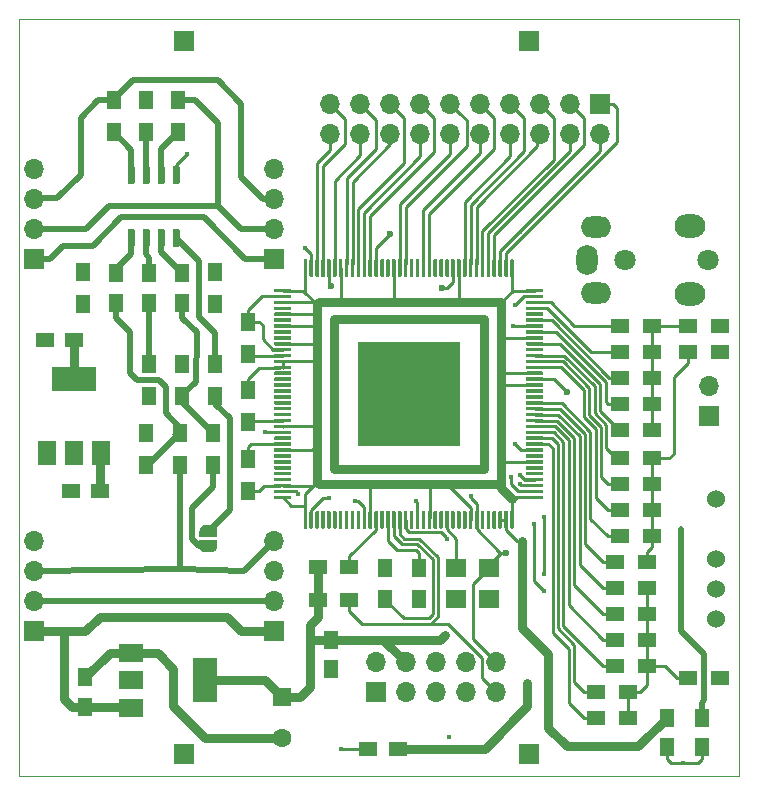
<source format=gbr>
%TF.GenerationSoftware,KiCad,Pcbnew,(5.1.5-0-10_14)*%
%TF.CreationDate,2020-11-09T20:11:24+01:00*%
%TF.ProjectId,rfreplacement,72667265-706c-4616-9365-6d656e742e6b,6.1*%
%TF.SameCoordinates,Original*%
%TF.FileFunction,Copper,L1,Top*%
%TF.FilePolarity,Positive*%
%FSLAX46Y46*%
G04 Gerber Fmt 4.6, Leading zero omitted, Abs format (unit mm)*
G04 Created by KiCad (PCBNEW (5.1.5-0-10_14)) date 2020-11-09 20:11:24*
%MOMM*%
%LPD*%
G04 APERTURE LIST*
%ADD10C,0.100000*%
%ADD11C,0.150000*%
%ADD12C,1.800000*%
%ADD13O,1.800000X2.600000*%
%ADD14O,2.600000X1.800000*%
%ADD15O,2.600000X2.000000*%
%ADD16C,1.524000*%
%ADD17R,1.500000X1.250000*%
%ADD18R,1.250000X1.500000*%
%ADD19R,1.700000X1.700000*%
%ADD20O,1.700000X1.700000*%
%ADD21R,1.800000X1.540000*%
%ADD22R,1.500000X1.300000*%
%ADD23R,1.300000X1.500000*%
%ADD24R,2.000000X1.500000*%
%ADD25R,2.000000X3.800000*%
%ADD26R,3.800000X2.000000*%
%ADD27R,1.500000X2.000000*%
%ADD28R,8.700000X8.930000*%
%ADD29C,0.500000*%
%ADD30C,1.600000*%
%ADD31R,1.600000X1.600000*%
%ADD32C,0.400000*%
%ADD33C,0.600000*%
%ADD34C,0.800000*%
%ADD35C,0.250000*%
%ADD36C,0.500000*%
G04 APERTURE END LIST*
D10*
X165100000Y-88900000D02*
X165100000Y-53340000D01*
X165100000Y-88900000D02*
X165100000Y-114935000D01*
X165100000Y-50800000D02*
X165100000Y-53340000D01*
X104140000Y-114300000D02*
X104140000Y-114935000D01*
X165100000Y-114935000D02*
X104140000Y-114935000D01*
X104140000Y-50800000D02*
X165100000Y-50800000D01*
X104140000Y-114300000D02*
X104140000Y-50800000D01*
%TA.AperFunction,SMDPad,CuDef*%
D11*
G36*
X113829703Y-68575722D02*
G01*
X113844264Y-68577882D01*
X113858543Y-68581459D01*
X113872403Y-68586418D01*
X113885710Y-68592712D01*
X113898336Y-68600280D01*
X113910159Y-68609048D01*
X113921066Y-68618934D01*
X113930952Y-68629841D01*
X113939720Y-68641664D01*
X113947288Y-68654290D01*
X113953582Y-68667597D01*
X113958541Y-68681457D01*
X113962118Y-68695736D01*
X113964278Y-68710297D01*
X113965000Y-68725000D01*
X113965000Y-69975000D01*
X113964278Y-69989703D01*
X113962118Y-70004264D01*
X113958541Y-70018543D01*
X113953582Y-70032403D01*
X113947288Y-70045710D01*
X113939720Y-70058336D01*
X113930952Y-70070159D01*
X113921066Y-70081066D01*
X113910159Y-70090952D01*
X113898336Y-70099720D01*
X113885710Y-70107288D01*
X113872403Y-70113582D01*
X113858543Y-70118541D01*
X113844264Y-70122118D01*
X113829703Y-70124278D01*
X113815000Y-70125000D01*
X113515000Y-70125000D01*
X113500297Y-70124278D01*
X113485736Y-70122118D01*
X113471457Y-70118541D01*
X113457597Y-70113582D01*
X113444290Y-70107288D01*
X113431664Y-70099720D01*
X113419841Y-70090952D01*
X113408934Y-70081066D01*
X113399048Y-70070159D01*
X113390280Y-70058336D01*
X113382712Y-70045710D01*
X113376418Y-70032403D01*
X113371459Y-70018543D01*
X113367882Y-70004264D01*
X113365722Y-69989703D01*
X113365000Y-69975000D01*
X113365000Y-68725000D01*
X113365722Y-68710297D01*
X113367882Y-68695736D01*
X113371459Y-68681457D01*
X113376418Y-68667597D01*
X113382712Y-68654290D01*
X113390280Y-68641664D01*
X113399048Y-68629841D01*
X113408934Y-68618934D01*
X113419841Y-68609048D01*
X113431664Y-68600280D01*
X113444290Y-68592712D01*
X113457597Y-68586418D01*
X113471457Y-68581459D01*
X113485736Y-68577882D01*
X113500297Y-68575722D01*
X113515000Y-68575000D01*
X113815000Y-68575000D01*
X113829703Y-68575722D01*
G37*
%TD.AperFunction*%
%TA.AperFunction,SMDPad,CuDef*%
G36*
X115099703Y-68575722D02*
G01*
X115114264Y-68577882D01*
X115128543Y-68581459D01*
X115142403Y-68586418D01*
X115155710Y-68592712D01*
X115168336Y-68600280D01*
X115180159Y-68609048D01*
X115191066Y-68618934D01*
X115200952Y-68629841D01*
X115209720Y-68641664D01*
X115217288Y-68654290D01*
X115223582Y-68667597D01*
X115228541Y-68681457D01*
X115232118Y-68695736D01*
X115234278Y-68710297D01*
X115235000Y-68725000D01*
X115235000Y-69975000D01*
X115234278Y-69989703D01*
X115232118Y-70004264D01*
X115228541Y-70018543D01*
X115223582Y-70032403D01*
X115217288Y-70045710D01*
X115209720Y-70058336D01*
X115200952Y-70070159D01*
X115191066Y-70081066D01*
X115180159Y-70090952D01*
X115168336Y-70099720D01*
X115155710Y-70107288D01*
X115142403Y-70113582D01*
X115128543Y-70118541D01*
X115114264Y-70122118D01*
X115099703Y-70124278D01*
X115085000Y-70125000D01*
X114785000Y-70125000D01*
X114770297Y-70124278D01*
X114755736Y-70122118D01*
X114741457Y-70118541D01*
X114727597Y-70113582D01*
X114714290Y-70107288D01*
X114701664Y-70099720D01*
X114689841Y-70090952D01*
X114678934Y-70081066D01*
X114669048Y-70070159D01*
X114660280Y-70058336D01*
X114652712Y-70045710D01*
X114646418Y-70032403D01*
X114641459Y-70018543D01*
X114637882Y-70004264D01*
X114635722Y-69989703D01*
X114635000Y-69975000D01*
X114635000Y-68725000D01*
X114635722Y-68710297D01*
X114637882Y-68695736D01*
X114641459Y-68681457D01*
X114646418Y-68667597D01*
X114652712Y-68654290D01*
X114660280Y-68641664D01*
X114669048Y-68629841D01*
X114678934Y-68618934D01*
X114689841Y-68609048D01*
X114701664Y-68600280D01*
X114714290Y-68592712D01*
X114727597Y-68586418D01*
X114741457Y-68581459D01*
X114755736Y-68577882D01*
X114770297Y-68575722D01*
X114785000Y-68575000D01*
X115085000Y-68575000D01*
X115099703Y-68575722D01*
G37*
%TD.AperFunction*%
%TA.AperFunction,SMDPad,CuDef*%
G36*
X116369703Y-68575722D02*
G01*
X116384264Y-68577882D01*
X116398543Y-68581459D01*
X116412403Y-68586418D01*
X116425710Y-68592712D01*
X116438336Y-68600280D01*
X116450159Y-68609048D01*
X116461066Y-68618934D01*
X116470952Y-68629841D01*
X116479720Y-68641664D01*
X116487288Y-68654290D01*
X116493582Y-68667597D01*
X116498541Y-68681457D01*
X116502118Y-68695736D01*
X116504278Y-68710297D01*
X116505000Y-68725000D01*
X116505000Y-69975000D01*
X116504278Y-69989703D01*
X116502118Y-70004264D01*
X116498541Y-70018543D01*
X116493582Y-70032403D01*
X116487288Y-70045710D01*
X116479720Y-70058336D01*
X116470952Y-70070159D01*
X116461066Y-70081066D01*
X116450159Y-70090952D01*
X116438336Y-70099720D01*
X116425710Y-70107288D01*
X116412403Y-70113582D01*
X116398543Y-70118541D01*
X116384264Y-70122118D01*
X116369703Y-70124278D01*
X116355000Y-70125000D01*
X116055000Y-70125000D01*
X116040297Y-70124278D01*
X116025736Y-70122118D01*
X116011457Y-70118541D01*
X115997597Y-70113582D01*
X115984290Y-70107288D01*
X115971664Y-70099720D01*
X115959841Y-70090952D01*
X115948934Y-70081066D01*
X115939048Y-70070159D01*
X115930280Y-70058336D01*
X115922712Y-70045710D01*
X115916418Y-70032403D01*
X115911459Y-70018543D01*
X115907882Y-70004264D01*
X115905722Y-69989703D01*
X115905000Y-69975000D01*
X115905000Y-68725000D01*
X115905722Y-68710297D01*
X115907882Y-68695736D01*
X115911459Y-68681457D01*
X115916418Y-68667597D01*
X115922712Y-68654290D01*
X115930280Y-68641664D01*
X115939048Y-68629841D01*
X115948934Y-68618934D01*
X115959841Y-68609048D01*
X115971664Y-68600280D01*
X115984290Y-68592712D01*
X115997597Y-68586418D01*
X116011457Y-68581459D01*
X116025736Y-68577882D01*
X116040297Y-68575722D01*
X116055000Y-68575000D01*
X116355000Y-68575000D01*
X116369703Y-68575722D01*
G37*
%TD.AperFunction*%
%TA.AperFunction,SMDPad,CuDef*%
G36*
X117639703Y-68575722D02*
G01*
X117654264Y-68577882D01*
X117668543Y-68581459D01*
X117682403Y-68586418D01*
X117695710Y-68592712D01*
X117708336Y-68600280D01*
X117720159Y-68609048D01*
X117731066Y-68618934D01*
X117740952Y-68629841D01*
X117749720Y-68641664D01*
X117757288Y-68654290D01*
X117763582Y-68667597D01*
X117768541Y-68681457D01*
X117772118Y-68695736D01*
X117774278Y-68710297D01*
X117775000Y-68725000D01*
X117775000Y-69975000D01*
X117774278Y-69989703D01*
X117772118Y-70004264D01*
X117768541Y-70018543D01*
X117763582Y-70032403D01*
X117757288Y-70045710D01*
X117749720Y-70058336D01*
X117740952Y-70070159D01*
X117731066Y-70081066D01*
X117720159Y-70090952D01*
X117708336Y-70099720D01*
X117695710Y-70107288D01*
X117682403Y-70113582D01*
X117668543Y-70118541D01*
X117654264Y-70122118D01*
X117639703Y-70124278D01*
X117625000Y-70125000D01*
X117325000Y-70125000D01*
X117310297Y-70124278D01*
X117295736Y-70122118D01*
X117281457Y-70118541D01*
X117267597Y-70113582D01*
X117254290Y-70107288D01*
X117241664Y-70099720D01*
X117229841Y-70090952D01*
X117218934Y-70081066D01*
X117209048Y-70070159D01*
X117200280Y-70058336D01*
X117192712Y-70045710D01*
X117186418Y-70032403D01*
X117181459Y-70018543D01*
X117177882Y-70004264D01*
X117175722Y-69989703D01*
X117175000Y-69975000D01*
X117175000Y-68725000D01*
X117175722Y-68710297D01*
X117177882Y-68695736D01*
X117181459Y-68681457D01*
X117186418Y-68667597D01*
X117192712Y-68654290D01*
X117200280Y-68641664D01*
X117209048Y-68629841D01*
X117218934Y-68618934D01*
X117229841Y-68609048D01*
X117241664Y-68600280D01*
X117254290Y-68592712D01*
X117267597Y-68586418D01*
X117281457Y-68581459D01*
X117295736Y-68577882D01*
X117310297Y-68575722D01*
X117325000Y-68575000D01*
X117625000Y-68575000D01*
X117639703Y-68575722D01*
G37*
%TD.AperFunction*%
%TA.AperFunction,SMDPad,CuDef*%
G36*
X117639703Y-63225722D02*
G01*
X117654264Y-63227882D01*
X117668543Y-63231459D01*
X117682403Y-63236418D01*
X117695710Y-63242712D01*
X117708336Y-63250280D01*
X117720159Y-63259048D01*
X117731066Y-63268934D01*
X117740952Y-63279841D01*
X117749720Y-63291664D01*
X117757288Y-63304290D01*
X117763582Y-63317597D01*
X117768541Y-63331457D01*
X117772118Y-63345736D01*
X117774278Y-63360297D01*
X117775000Y-63375000D01*
X117775000Y-64625000D01*
X117774278Y-64639703D01*
X117772118Y-64654264D01*
X117768541Y-64668543D01*
X117763582Y-64682403D01*
X117757288Y-64695710D01*
X117749720Y-64708336D01*
X117740952Y-64720159D01*
X117731066Y-64731066D01*
X117720159Y-64740952D01*
X117708336Y-64749720D01*
X117695710Y-64757288D01*
X117682403Y-64763582D01*
X117668543Y-64768541D01*
X117654264Y-64772118D01*
X117639703Y-64774278D01*
X117625000Y-64775000D01*
X117325000Y-64775000D01*
X117310297Y-64774278D01*
X117295736Y-64772118D01*
X117281457Y-64768541D01*
X117267597Y-64763582D01*
X117254290Y-64757288D01*
X117241664Y-64749720D01*
X117229841Y-64740952D01*
X117218934Y-64731066D01*
X117209048Y-64720159D01*
X117200280Y-64708336D01*
X117192712Y-64695710D01*
X117186418Y-64682403D01*
X117181459Y-64668543D01*
X117177882Y-64654264D01*
X117175722Y-64639703D01*
X117175000Y-64625000D01*
X117175000Y-63375000D01*
X117175722Y-63360297D01*
X117177882Y-63345736D01*
X117181459Y-63331457D01*
X117186418Y-63317597D01*
X117192712Y-63304290D01*
X117200280Y-63291664D01*
X117209048Y-63279841D01*
X117218934Y-63268934D01*
X117229841Y-63259048D01*
X117241664Y-63250280D01*
X117254290Y-63242712D01*
X117267597Y-63236418D01*
X117281457Y-63231459D01*
X117295736Y-63227882D01*
X117310297Y-63225722D01*
X117325000Y-63225000D01*
X117625000Y-63225000D01*
X117639703Y-63225722D01*
G37*
%TD.AperFunction*%
%TA.AperFunction,SMDPad,CuDef*%
G36*
X116369703Y-63225722D02*
G01*
X116384264Y-63227882D01*
X116398543Y-63231459D01*
X116412403Y-63236418D01*
X116425710Y-63242712D01*
X116438336Y-63250280D01*
X116450159Y-63259048D01*
X116461066Y-63268934D01*
X116470952Y-63279841D01*
X116479720Y-63291664D01*
X116487288Y-63304290D01*
X116493582Y-63317597D01*
X116498541Y-63331457D01*
X116502118Y-63345736D01*
X116504278Y-63360297D01*
X116505000Y-63375000D01*
X116505000Y-64625000D01*
X116504278Y-64639703D01*
X116502118Y-64654264D01*
X116498541Y-64668543D01*
X116493582Y-64682403D01*
X116487288Y-64695710D01*
X116479720Y-64708336D01*
X116470952Y-64720159D01*
X116461066Y-64731066D01*
X116450159Y-64740952D01*
X116438336Y-64749720D01*
X116425710Y-64757288D01*
X116412403Y-64763582D01*
X116398543Y-64768541D01*
X116384264Y-64772118D01*
X116369703Y-64774278D01*
X116355000Y-64775000D01*
X116055000Y-64775000D01*
X116040297Y-64774278D01*
X116025736Y-64772118D01*
X116011457Y-64768541D01*
X115997597Y-64763582D01*
X115984290Y-64757288D01*
X115971664Y-64749720D01*
X115959841Y-64740952D01*
X115948934Y-64731066D01*
X115939048Y-64720159D01*
X115930280Y-64708336D01*
X115922712Y-64695710D01*
X115916418Y-64682403D01*
X115911459Y-64668543D01*
X115907882Y-64654264D01*
X115905722Y-64639703D01*
X115905000Y-64625000D01*
X115905000Y-63375000D01*
X115905722Y-63360297D01*
X115907882Y-63345736D01*
X115911459Y-63331457D01*
X115916418Y-63317597D01*
X115922712Y-63304290D01*
X115930280Y-63291664D01*
X115939048Y-63279841D01*
X115948934Y-63268934D01*
X115959841Y-63259048D01*
X115971664Y-63250280D01*
X115984290Y-63242712D01*
X115997597Y-63236418D01*
X116011457Y-63231459D01*
X116025736Y-63227882D01*
X116040297Y-63225722D01*
X116055000Y-63225000D01*
X116355000Y-63225000D01*
X116369703Y-63225722D01*
G37*
%TD.AperFunction*%
%TA.AperFunction,SMDPad,CuDef*%
G36*
X115099703Y-63225722D02*
G01*
X115114264Y-63227882D01*
X115128543Y-63231459D01*
X115142403Y-63236418D01*
X115155710Y-63242712D01*
X115168336Y-63250280D01*
X115180159Y-63259048D01*
X115191066Y-63268934D01*
X115200952Y-63279841D01*
X115209720Y-63291664D01*
X115217288Y-63304290D01*
X115223582Y-63317597D01*
X115228541Y-63331457D01*
X115232118Y-63345736D01*
X115234278Y-63360297D01*
X115235000Y-63375000D01*
X115235000Y-64625000D01*
X115234278Y-64639703D01*
X115232118Y-64654264D01*
X115228541Y-64668543D01*
X115223582Y-64682403D01*
X115217288Y-64695710D01*
X115209720Y-64708336D01*
X115200952Y-64720159D01*
X115191066Y-64731066D01*
X115180159Y-64740952D01*
X115168336Y-64749720D01*
X115155710Y-64757288D01*
X115142403Y-64763582D01*
X115128543Y-64768541D01*
X115114264Y-64772118D01*
X115099703Y-64774278D01*
X115085000Y-64775000D01*
X114785000Y-64775000D01*
X114770297Y-64774278D01*
X114755736Y-64772118D01*
X114741457Y-64768541D01*
X114727597Y-64763582D01*
X114714290Y-64757288D01*
X114701664Y-64749720D01*
X114689841Y-64740952D01*
X114678934Y-64731066D01*
X114669048Y-64720159D01*
X114660280Y-64708336D01*
X114652712Y-64695710D01*
X114646418Y-64682403D01*
X114641459Y-64668543D01*
X114637882Y-64654264D01*
X114635722Y-64639703D01*
X114635000Y-64625000D01*
X114635000Y-63375000D01*
X114635722Y-63360297D01*
X114637882Y-63345736D01*
X114641459Y-63331457D01*
X114646418Y-63317597D01*
X114652712Y-63304290D01*
X114660280Y-63291664D01*
X114669048Y-63279841D01*
X114678934Y-63268934D01*
X114689841Y-63259048D01*
X114701664Y-63250280D01*
X114714290Y-63242712D01*
X114727597Y-63236418D01*
X114741457Y-63231459D01*
X114755736Y-63227882D01*
X114770297Y-63225722D01*
X114785000Y-63225000D01*
X115085000Y-63225000D01*
X115099703Y-63225722D01*
G37*
%TD.AperFunction*%
%TA.AperFunction,SMDPad,CuDef*%
G36*
X113829703Y-63225722D02*
G01*
X113844264Y-63227882D01*
X113858543Y-63231459D01*
X113872403Y-63236418D01*
X113885710Y-63242712D01*
X113898336Y-63250280D01*
X113910159Y-63259048D01*
X113921066Y-63268934D01*
X113930952Y-63279841D01*
X113939720Y-63291664D01*
X113947288Y-63304290D01*
X113953582Y-63317597D01*
X113958541Y-63331457D01*
X113962118Y-63345736D01*
X113964278Y-63360297D01*
X113965000Y-63375000D01*
X113965000Y-64625000D01*
X113964278Y-64639703D01*
X113962118Y-64654264D01*
X113958541Y-64668543D01*
X113953582Y-64682403D01*
X113947288Y-64695710D01*
X113939720Y-64708336D01*
X113930952Y-64720159D01*
X113921066Y-64731066D01*
X113910159Y-64740952D01*
X113898336Y-64749720D01*
X113885710Y-64757288D01*
X113872403Y-64763582D01*
X113858543Y-64768541D01*
X113844264Y-64772118D01*
X113829703Y-64774278D01*
X113815000Y-64775000D01*
X113515000Y-64775000D01*
X113500297Y-64774278D01*
X113485736Y-64772118D01*
X113471457Y-64768541D01*
X113457597Y-64763582D01*
X113444290Y-64757288D01*
X113431664Y-64749720D01*
X113419841Y-64740952D01*
X113408934Y-64731066D01*
X113399048Y-64720159D01*
X113390280Y-64708336D01*
X113382712Y-64695710D01*
X113376418Y-64682403D01*
X113371459Y-64668543D01*
X113367882Y-64654264D01*
X113365722Y-64639703D01*
X113365000Y-64625000D01*
X113365000Y-63375000D01*
X113365722Y-63360297D01*
X113367882Y-63345736D01*
X113371459Y-63331457D01*
X113376418Y-63317597D01*
X113382712Y-63304290D01*
X113390280Y-63291664D01*
X113399048Y-63279841D01*
X113408934Y-63268934D01*
X113419841Y-63259048D01*
X113431664Y-63250280D01*
X113444290Y-63242712D01*
X113457597Y-63236418D01*
X113471457Y-63231459D01*
X113485736Y-63227882D01*
X113500297Y-63225722D01*
X113515000Y-63225000D01*
X113815000Y-63225000D01*
X113829703Y-63225722D01*
G37*
%TD.AperFunction*%
D12*
X162500000Y-71200000D03*
X155500000Y-71200000D03*
D13*
X152300000Y-71200000D03*
D14*
X153000000Y-74000000D03*
X153000000Y-68400000D03*
D15*
X161000000Y-68300000D03*
X161000000Y-74100000D03*
%TA.AperFunction,SMDPad,CuDef*%
D11*
G36*
X119450000Y-94650000D02*
G01*
X119450000Y-94150000D01*
X119450602Y-94150000D01*
X119450602Y-94125466D01*
X119455412Y-94076635D01*
X119464984Y-94028510D01*
X119479228Y-93981555D01*
X119498005Y-93936222D01*
X119521136Y-93892949D01*
X119548396Y-93852150D01*
X119579524Y-93814221D01*
X119614221Y-93779524D01*
X119652150Y-93748396D01*
X119692949Y-93721136D01*
X119736222Y-93698005D01*
X119781555Y-93679228D01*
X119828510Y-93664984D01*
X119876635Y-93655412D01*
X119925466Y-93650602D01*
X119950000Y-93650602D01*
X119950000Y-93650000D01*
X120450000Y-93650000D01*
X120450000Y-93650602D01*
X120474534Y-93650602D01*
X120523365Y-93655412D01*
X120571490Y-93664984D01*
X120618445Y-93679228D01*
X120663778Y-93698005D01*
X120707051Y-93721136D01*
X120747850Y-93748396D01*
X120785779Y-93779524D01*
X120820476Y-93814221D01*
X120851604Y-93852150D01*
X120878864Y-93892949D01*
X120901995Y-93936222D01*
X120920772Y-93981555D01*
X120935016Y-94028510D01*
X120944588Y-94076635D01*
X120949398Y-94125466D01*
X120949398Y-94150000D01*
X120950000Y-94150000D01*
X120950000Y-94650000D01*
X119450000Y-94650000D01*
G37*
%TD.AperFunction*%
%TA.AperFunction,SMDPad,CuDef*%
G36*
X120949398Y-95450000D02*
G01*
X120949398Y-95474534D01*
X120944588Y-95523365D01*
X120935016Y-95571490D01*
X120920772Y-95618445D01*
X120901995Y-95663778D01*
X120878864Y-95707051D01*
X120851604Y-95747850D01*
X120820476Y-95785779D01*
X120785779Y-95820476D01*
X120747850Y-95851604D01*
X120707051Y-95878864D01*
X120663778Y-95901995D01*
X120618445Y-95920772D01*
X120571490Y-95935016D01*
X120523365Y-95944588D01*
X120474534Y-95949398D01*
X120450000Y-95949398D01*
X120450000Y-95950000D01*
X119950000Y-95950000D01*
X119950000Y-95949398D01*
X119925466Y-95949398D01*
X119876635Y-95944588D01*
X119828510Y-95935016D01*
X119781555Y-95920772D01*
X119736222Y-95901995D01*
X119692949Y-95878864D01*
X119652150Y-95851604D01*
X119614221Y-95820476D01*
X119579524Y-95785779D01*
X119548396Y-95747850D01*
X119521136Y-95707051D01*
X119498005Y-95663778D01*
X119479228Y-95618445D01*
X119464984Y-95571490D01*
X119455412Y-95523365D01*
X119450602Y-95474534D01*
X119450602Y-95450000D01*
X119450000Y-95450000D01*
X119450000Y-94950000D01*
X120950000Y-94950000D01*
X120950000Y-95450000D01*
X120949398Y-95450000D01*
G37*
%TD.AperFunction*%
D16*
X163195000Y-101600000D03*
X163195000Y-99060000D03*
X163195000Y-96520000D03*
X163195000Y-91440000D03*
D17*
X108550000Y-90800000D03*
X111050000Y-90800000D03*
D18*
X130600000Y-105850000D03*
X130600000Y-103350000D03*
X159000000Y-109950000D03*
X159000000Y-112450000D03*
D17*
X136250000Y-112600000D03*
X133750000Y-112600000D03*
D18*
X162000000Y-109950000D03*
X162000000Y-112450000D03*
D17*
X106350000Y-78000000D03*
X108850000Y-78000000D03*
D18*
X115200000Y-72350000D03*
X115200000Y-74850000D03*
X112400000Y-72350000D03*
X112400000Y-74850000D03*
X118000000Y-74850000D03*
X118000000Y-72350000D03*
X109800000Y-106550000D03*
X109800000Y-109050000D03*
D19*
X118110000Y-113030000D03*
X118110000Y-52705000D03*
X147320000Y-113030000D03*
X147320000Y-52705000D03*
D20*
X162560000Y-81915000D03*
D19*
X162560000Y-84455000D03*
D20*
X130540000Y-60540000D03*
X130540000Y-58000000D03*
X133080000Y-60540000D03*
X133080000Y-58000000D03*
X135620000Y-60540000D03*
X135620000Y-58000000D03*
X138160000Y-60540000D03*
X138160000Y-58000000D03*
X140700000Y-60540000D03*
X140700000Y-58000000D03*
X143240000Y-60540000D03*
X143240000Y-58000000D03*
X145780000Y-60540000D03*
X145780000Y-58000000D03*
X148320000Y-60540000D03*
X148320000Y-58000000D03*
X150860000Y-60540000D03*
X150860000Y-58000000D03*
X153400000Y-60540000D03*
D19*
X153400000Y-58000000D03*
D20*
X144560000Y-105260000D03*
X144560000Y-107800000D03*
X142020000Y-105260000D03*
X142020000Y-107800000D03*
X139480000Y-105260000D03*
X139480000Y-107800000D03*
X136940000Y-105260000D03*
X136940000Y-107800000D03*
X134400000Y-105260000D03*
D19*
X134400000Y-107800000D03*
D21*
X141200000Y-99940000D03*
X141200000Y-97260000D03*
X144000000Y-97260000D03*
X144000000Y-99940000D03*
D22*
X153050000Y-110000000D03*
X155750000Y-110000000D03*
X153050000Y-107800000D03*
X155750000Y-107800000D03*
X154650000Y-105600000D03*
X157350000Y-105600000D03*
X157350000Y-103400000D03*
X154650000Y-103400000D03*
X154650000Y-101200000D03*
X157350000Y-101200000D03*
X157350000Y-99000000D03*
X154650000Y-99000000D03*
X157350000Y-96800000D03*
X154650000Y-96800000D03*
X155050000Y-94600000D03*
X157750000Y-94600000D03*
X157750000Y-92400000D03*
X155050000Y-92400000D03*
X155050000Y-90200000D03*
X157750000Y-90200000D03*
X157750000Y-88000000D03*
X155050000Y-88000000D03*
X155050000Y-85600000D03*
X157750000Y-85600000D03*
X157750000Y-83400000D03*
X155050000Y-83400000D03*
X155050000Y-81200000D03*
X157750000Y-81200000D03*
X157750000Y-79000000D03*
X155050000Y-79000000D03*
X155050000Y-76800000D03*
X157750000Y-76800000D03*
X163550000Y-106600000D03*
X160850000Y-106600000D03*
X163550000Y-79000000D03*
X160850000Y-79000000D03*
X163550000Y-76800000D03*
X160850000Y-76800000D03*
D23*
X138000000Y-97250000D03*
X138000000Y-99950000D03*
D22*
X129450000Y-100000000D03*
X132150000Y-100000000D03*
X129450000Y-97200000D03*
X132150000Y-97200000D03*
D23*
X135200000Y-97250000D03*
X135200000Y-99950000D03*
X123600000Y-90750000D03*
X123600000Y-88050000D03*
X123600000Y-82250000D03*
X123600000Y-84950000D03*
X123600000Y-79150000D03*
X123600000Y-76450000D03*
X109600000Y-74950000D03*
X109600000Y-72250000D03*
X120800000Y-74950000D03*
X120800000Y-72250000D03*
X115200000Y-80050000D03*
X115200000Y-82750000D03*
X112200000Y-60405000D03*
X112200000Y-57705000D03*
X114935000Y-60405000D03*
X114935000Y-57705000D03*
X117600000Y-60405000D03*
X117600000Y-57705000D03*
X120800000Y-82750000D03*
X120800000Y-80050000D03*
X118000000Y-82750000D03*
X118000000Y-80050000D03*
X120600000Y-85850000D03*
X120600000Y-88550000D03*
X117800000Y-88550000D03*
X117800000Y-85850000D03*
X114935000Y-85850000D03*
X114935000Y-88550000D03*
D24*
X113650000Y-104500000D03*
X113650000Y-109100000D03*
X113650000Y-106800000D03*
D25*
X119950000Y-106800000D03*
D26*
X108800000Y-81250000D03*
D27*
X108800000Y-87550000D03*
X111100000Y-87550000D03*
X106500000Y-87550000D03*
D19*
X105410000Y-71120000D03*
D20*
X105410000Y-68580000D03*
X105410000Y-66040000D03*
X105410000Y-63500000D03*
X105410000Y-94996000D03*
X105410000Y-97536000D03*
X105410000Y-100076000D03*
D19*
X105410000Y-102616000D03*
D20*
X125730000Y-63500000D03*
X125730000Y-66040000D03*
X125730000Y-68580000D03*
D19*
X125730000Y-71120000D03*
X125730000Y-102616000D03*
D20*
X125730000Y-100076000D03*
X125730000Y-97536000D03*
X125730000Y-94996000D03*
%TA.AperFunction,SMDPad,CuDef*%
D11*
G36*
X128492351Y-92475361D02*
G01*
X128499632Y-92476441D01*
X128506771Y-92478229D01*
X128513701Y-92480709D01*
X128520355Y-92483856D01*
X128526668Y-92487640D01*
X128532579Y-92492024D01*
X128538033Y-92496967D01*
X128542976Y-92502421D01*
X128547360Y-92508332D01*
X128551144Y-92514645D01*
X128554291Y-92521299D01*
X128556771Y-92528229D01*
X128558559Y-92535368D01*
X128559639Y-92542649D01*
X128560000Y-92550000D01*
X128560000Y-93875000D01*
X128559639Y-93882351D01*
X128558559Y-93889632D01*
X128556771Y-93896771D01*
X128554291Y-93903701D01*
X128551144Y-93910355D01*
X128547360Y-93916668D01*
X128542976Y-93922579D01*
X128538033Y-93928033D01*
X128532579Y-93932976D01*
X128526668Y-93937360D01*
X128520355Y-93941144D01*
X128513701Y-93944291D01*
X128506771Y-93946771D01*
X128499632Y-93948559D01*
X128492351Y-93949639D01*
X128485000Y-93950000D01*
X128335000Y-93950000D01*
X128327649Y-93949639D01*
X128320368Y-93948559D01*
X128313229Y-93946771D01*
X128306299Y-93944291D01*
X128299645Y-93941144D01*
X128293332Y-93937360D01*
X128287421Y-93932976D01*
X128281967Y-93928033D01*
X128277024Y-93922579D01*
X128272640Y-93916668D01*
X128268856Y-93910355D01*
X128265709Y-93903701D01*
X128263229Y-93896771D01*
X128261441Y-93889632D01*
X128260361Y-93882351D01*
X128260000Y-93875000D01*
X128260000Y-92550000D01*
X128260361Y-92542649D01*
X128261441Y-92535368D01*
X128263229Y-92528229D01*
X128265709Y-92521299D01*
X128268856Y-92514645D01*
X128272640Y-92508332D01*
X128277024Y-92502421D01*
X128281967Y-92496967D01*
X128287421Y-92492024D01*
X128293332Y-92487640D01*
X128299645Y-92483856D01*
X128306299Y-92480709D01*
X128313229Y-92478229D01*
X128320368Y-92476441D01*
X128327649Y-92475361D01*
X128335000Y-92475000D01*
X128485000Y-92475000D01*
X128492351Y-92475361D01*
G37*
%TD.AperFunction*%
%TA.AperFunction,SMDPad,CuDef*%
G36*
X128992351Y-92475361D02*
G01*
X128999632Y-92476441D01*
X129006771Y-92478229D01*
X129013701Y-92480709D01*
X129020355Y-92483856D01*
X129026668Y-92487640D01*
X129032579Y-92492024D01*
X129038033Y-92496967D01*
X129042976Y-92502421D01*
X129047360Y-92508332D01*
X129051144Y-92514645D01*
X129054291Y-92521299D01*
X129056771Y-92528229D01*
X129058559Y-92535368D01*
X129059639Y-92542649D01*
X129060000Y-92550000D01*
X129060000Y-93875000D01*
X129059639Y-93882351D01*
X129058559Y-93889632D01*
X129056771Y-93896771D01*
X129054291Y-93903701D01*
X129051144Y-93910355D01*
X129047360Y-93916668D01*
X129042976Y-93922579D01*
X129038033Y-93928033D01*
X129032579Y-93932976D01*
X129026668Y-93937360D01*
X129020355Y-93941144D01*
X129013701Y-93944291D01*
X129006771Y-93946771D01*
X128999632Y-93948559D01*
X128992351Y-93949639D01*
X128985000Y-93950000D01*
X128835000Y-93950000D01*
X128827649Y-93949639D01*
X128820368Y-93948559D01*
X128813229Y-93946771D01*
X128806299Y-93944291D01*
X128799645Y-93941144D01*
X128793332Y-93937360D01*
X128787421Y-93932976D01*
X128781967Y-93928033D01*
X128777024Y-93922579D01*
X128772640Y-93916668D01*
X128768856Y-93910355D01*
X128765709Y-93903701D01*
X128763229Y-93896771D01*
X128761441Y-93889632D01*
X128760361Y-93882351D01*
X128760000Y-93875000D01*
X128760000Y-92550000D01*
X128760361Y-92542649D01*
X128761441Y-92535368D01*
X128763229Y-92528229D01*
X128765709Y-92521299D01*
X128768856Y-92514645D01*
X128772640Y-92508332D01*
X128777024Y-92502421D01*
X128781967Y-92496967D01*
X128787421Y-92492024D01*
X128793332Y-92487640D01*
X128799645Y-92483856D01*
X128806299Y-92480709D01*
X128813229Y-92478229D01*
X128820368Y-92476441D01*
X128827649Y-92475361D01*
X128835000Y-92475000D01*
X128985000Y-92475000D01*
X128992351Y-92475361D01*
G37*
%TD.AperFunction*%
%TA.AperFunction,SMDPad,CuDef*%
G36*
X129492351Y-92475361D02*
G01*
X129499632Y-92476441D01*
X129506771Y-92478229D01*
X129513701Y-92480709D01*
X129520355Y-92483856D01*
X129526668Y-92487640D01*
X129532579Y-92492024D01*
X129538033Y-92496967D01*
X129542976Y-92502421D01*
X129547360Y-92508332D01*
X129551144Y-92514645D01*
X129554291Y-92521299D01*
X129556771Y-92528229D01*
X129558559Y-92535368D01*
X129559639Y-92542649D01*
X129560000Y-92550000D01*
X129560000Y-93875000D01*
X129559639Y-93882351D01*
X129558559Y-93889632D01*
X129556771Y-93896771D01*
X129554291Y-93903701D01*
X129551144Y-93910355D01*
X129547360Y-93916668D01*
X129542976Y-93922579D01*
X129538033Y-93928033D01*
X129532579Y-93932976D01*
X129526668Y-93937360D01*
X129520355Y-93941144D01*
X129513701Y-93944291D01*
X129506771Y-93946771D01*
X129499632Y-93948559D01*
X129492351Y-93949639D01*
X129485000Y-93950000D01*
X129335000Y-93950000D01*
X129327649Y-93949639D01*
X129320368Y-93948559D01*
X129313229Y-93946771D01*
X129306299Y-93944291D01*
X129299645Y-93941144D01*
X129293332Y-93937360D01*
X129287421Y-93932976D01*
X129281967Y-93928033D01*
X129277024Y-93922579D01*
X129272640Y-93916668D01*
X129268856Y-93910355D01*
X129265709Y-93903701D01*
X129263229Y-93896771D01*
X129261441Y-93889632D01*
X129260361Y-93882351D01*
X129260000Y-93875000D01*
X129260000Y-92550000D01*
X129260361Y-92542649D01*
X129261441Y-92535368D01*
X129263229Y-92528229D01*
X129265709Y-92521299D01*
X129268856Y-92514645D01*
X129272640Y-92508332D01*
X129277024Y-92502421D01*
X129281967Y-92496967D01*
X129287421Y-92492024D01*
X129293332Y-92487640D01*
X129299645Y-92483856D01*
X129306299Y-92480709D01*
X129313229Y-92478229D01*
X129320368Y-92476441D01*
X129327649Y-92475361D01*
X129335000Y-92475000D01*
X129485000Y-92475000D01*
X129492351Y-92475361D01*
G37*
%TD.AperFunction*%
%TA.AperFunction,SMDPad,CuDef*%
G36*
X129992351Y-92475361D02*
G01*
X129999632Y-92476441D01*
X130006771Y-92478229D01*
X130013701Y-92480709D01*
X130020355Y-92483856D01*
X130026668Y-92487640D01*
X130032579Y-92492024D01*
X130038033Y-92496967D01*
X130042976Y-92502421D01*
X130047360Y-92508332D01*
X130051144Y-92514645D01*
X130054291Y-92521299D01*
X130056771Y-92528229D01*
X130058559Y-92535368D01*
X130059639Y-92542649D01*
X130060000Y-92550000D01*
X130060000Y-93875000D01*
X130059639Y-93882351D01*
X130058559Y-93889632D01*
X130056771Y-93896771D01*
X130054291Y-93903701D01*
X130051144Y-93910355D01*
X130047360Y-93916668D01*
X130042976Y-93922579D01*
X130038033Y-93928033D01*
X130032579Y-93932976D01*
X130026668Y-93937360D01*
X130020355Y-93941144D01*
X130013701Y-93944291D01*
X130006771Y-93946771D01*
X129999632Y-93948559D01*
X129992351Y-93949639D01*
X129985000Y-93950000D01*
X129835000Y-93950000D01*
X129827649Y-93949639D01*
X129820368Y-93948559D01*
X129813229Y-93946771D01*
X129806299Y-93944291D01*
X129799645Y-93941144D01*
X129793332Y-93937360D01*
X129787421Y-93932976D01*
X129781967Y-93928033D01*
X129777024Y-93922579D01*
X129772640Y-93916668D01*
X129768856Y-93910355D01*
X129765709Y-93903701D01*
X129763229Y-93896771D01*
X129761441Y-93889632D01*
X129760361Y-93882351D01*
X129760000Y-93875000D01*
X129760000Y-92550000D01*
X129760361Y-92542649D01*
X129761441Y-92535368D01*
X129763229Y-92528229D01*
X129765709Y-92521299D01*
X129768856Y-92514645D01*
X129772640Y-92508332D01*
X129777024Y-92502421D01*
X129781967Y-92496967D01*
X129787421Y-92492024D01*
X129793332Y-92487640D01*
X129799645Y-92483856D01*
X129806299Y-92480709D01*
X129813229Y-92478229D01*
X129820368Y-92476441D01*
X129827649Y-92475361D01*
X129835000Y-92475000D01*
X129985000Y-92475000D01*
X129992351Y-92475361D01*
G37*
%TD.AperFunction*%
%TA.AperFunction,SMDPad,CuDef*%
G36*
X130492351Y-92475361D02*
G01*
X130499632Y-92476441D01*
X130506771Y-92478229D01*
X130513701Y-92480709D01*
X130520355Y-92483856D01*
X130526668Y-92487640D01*
X130532579Y-92492024D01*
X130538033Y-92496967D01*
X130542976Y-92502421D01*
X130547360Y-92508332D01*
X130551144Y-92514645D01*
X130554291Y-92521299D01*
X130556771Y-92528229D01*
X130558559Y-92535368D01*
X130559639Y-92542649D01*
X130560000Y-92550000D01*
X130560000Y-93875000D01*
X130559639Y-93882351D01*
X130558559Y-93889632D01*
X130556771Y-93896771D01*
X130554291Y-93903701D01*
X130551144Y-93910355D01*
X130547360Y-93916668D01*
X130542976Y-93922579D01*
X130538033Y-93928033D01*
X130532579Y-93932976D01*
X130526668Y-93937360D01*
X130520355Y-93941144D01*
X130513701Y-93944291D01*
X130506771Y-93946771D01*
X130499632Y-93948559D01*
X130492351Y-93949639D01*
X130485000Y-93950000D01*
X130335000Y-93950000D01*
X130327649Y-93949639D01*
X130320368Y-93948559D01*
X130313229Y-93946771D01*
X130306299Y-93944291D01*
X130299645Y-93941144D01*
X130293332Y-93937360D01*
X130287421Y-93932976D01*
X130281967Y-93928033D01*
X130277024Y-93922579D01*
X130272640Y-93916668D01*
X130268856Y-93910355D01*
X130265709Y-93903701D01*
X130263229Y-93896771D01*
X130261441Y-93889632D01*
X130260361Y-93882351D01*
X130260000Y-93875000D01*
X130260000Y-92550000D01*
X130260361Y-92542649D01*
X130261441Y-92535368D01*
X130263229Y-92528229D01*
X130265709Y-92521299D01*
X130268856Y-92514645D01*
X130272640Y-92508332D01*
X130277024Y-92502421D01*
X130281967Y-92496967D01*
X130287421Y-92492024D01*
X130293332Y-92487640D01*
X130299645Y-92483856D01*
X130306299Y-92480709D01*
X130313229Y-92478229D01*
X130320368Y-92476441D01*
X130327649Y-92475361D01*
X130335000Y-92475000D01*
X130485000Y-92475000D01*
X130492351Y-92475361D01*
G37*
%TD.AperFunction*%
%TA.AperFunction,SMDPad,CuDef*%
G36*
X130992351Y-92475361D02*
G01*
X130999632Y-92476441D01*
X131006771Y-92478229D01*
X131013701Y-92480709D01*
X131020355Y-92483856D01*
X131026668Y-92487640D01*
X131032579Y-92492024D01*
X131038033Y-92496967D01*
X131042976Y-92502421D01*
X131047360Y-92508332D01*
X131051144Y-92514645D01*
X131054291Y-92521299D01*
X131056771Y-92528229D01*
X131058559Y-92535368D01*
X131059639Y-92542649D01*
X131060000Y-92550000D01*
X131060000Y-93875000D01*
X131059639Y-93882351D01*
X131058559Y-93889632D01*
X131056771Y-93896771D01*
X131054291Y-93903701D01*
X131051144Y-93910355D01*
X131047360Y-93916668D01*
X131042976Y-93922579D01*
X131038033Y-93928033D01*
X131032579Y-93932976D01*
X131026668Y-93937360D01*
X131020355Y-93941144D01*
X131013701Y-93944291D01*
X131006771Y-93946771D01*
X130999632Y-93948559D01*
X130992351Y-93949639D01*
X130985000Y-93950000D01*
X130835000Y-93950000D01*
X130827649Y-93949639D01*
X130820368Y-93948559D01*
X130813229Y-93946771D01*
X130806299Y-93944291D01*
X130799645Y-93941144D01*
X130793332Y-93937360D01*
X130787421Y-93932976D01*
X130781967Y-93928033D01*
X130777024Y-93922579D01*
X130772640Y-93916668D01*
X130768856Y-93910355D01*
X130765709Y-93903701D01*
X130763229Y-93896771D01*
X130761441Y-93889632D01*
X130760361Y-93882351D01*
X130760000Y-93875000D01*
X130760000Y-92550000D01*
X130760361Y-92542649D01*
X130761441Y-92535368D01*
X130763229Y-92528229D01*
X130765709Y-92521299D01*
X130768856Y-92514645D01*
X130772640Y-92508332D01*
X130777024Y-92502421D01*
X130781967Y-92496967D01*
X130787421Y-92492024D01*
X130793332Y-92487640D01*
X130799645Y-92483856D01*
X130806299Y-92480709D01*
X130813229Y-92478229D01*
X130820368Y-92476441D01*
X130827649Y-92475361D01*
X130835000Y-92475000D01*
X130985000Y-92475000D01*
X130992351Y-92475361D01*
G37*
%TD.AperFunction*%
%TA.AperFunction,SMDPad,CuDef*%
G36*
X131492351Y-92475361D02*
G01*
X131499632Y-92476441D01*
X131506771Y-92478229D01*
X131513701Y-92480709D01*
X131520355Y-92483856D01*
X131526668Y-92487640D01*
X131532579Y-92492024D01*
X131538033Y-92496967D01*
X131542976Y-92502421D01*
X131547360Y-92508332D01*
X131551144Y-92514645D01*
X131554291Y-92521299D01*
X131556771Y-92528229D01*
X131558559Y-92535368D01*
X131559639Y-92542649D01*
X131560000Y-92550000D01*
X131560000Y-93875000D01*
X131559639Y-93882351D01*
X131558559Y-93889632D01*
X131556771Y-93896771D01*
X131554291Y-93903701D01*
X131551144Y-93910355D01*
X131547360Y-93916668D01*
X131542976Y-93922579D01*
X131538033Y-93928033D01*
X131532579Y-93932976D01*
X131526668Y-93937360D01*
X131520355Y-93941144D01*
X131513701Y-93944291D01*
X131506771Y-93946771D01*
X131499632Y-93948559D01*
X131492351Y-93949639D01*
X131485000Y-93950000D01*
X131335000Y-93950000D01*
X131327649Y-93949639D01*
X131320368Y-93948559D01*
X131313229Y-93946771D01*
X131306299Y-93944291D01*
X131299645Y-93941144D01*
X131293332Y-93937360D01*
X131287421Y-93932976D01*
X131281967Y-93928033D01*
X131277024Y-93922579D01*
X131272640Y-93916668D01*
X131268856Y-93910355D01*
X131265709Y-93903701D01*
X131263229Y-93896771D01*
X131261441Y-93889632D01*
X131260361Y-93882351D01*
X131260000Y-93875000D01*
X131260000Y-92550000D01*
X131260361Y-92542649D01*
X131261441Y-92535368D01*
X131263229Y-92528229D01*
X131265709Y-92521299D01*
X131268856Y-92514645D01*
X131272640Y-92508332D01*
X131277024Y-92502421D01*
X131281967Y-92496967D01*
X131287421Y-92492024D01*
X131293332Y-92487640D01*
X131299645Y-92483856D01*
X131306299Y-92480709D01*
X131313229Y-92478229D01*
X131320368Y-92476441D01*
X131327649Y-92475361D01*
X131335000Y-92475000D01*
X131485000Y-92475000D01*
X131492351Y-92475361D01*
G37*
%TD.AperFunction*%
%TA.AperFunction,SMDPad,CuDef*%
G36*
X131992351Y-92475361D02*
G01*
X131999632Y-92476441D01*
X132006771Y-92478229D01*
X132013701Y-92480709D01*
X132020355Y-92483856D01*
X132026668Y-92487640D01*
X132032579Y-92492024D01*
X132038033Y-92496967D01*
X132042976Y-92502421D01*
X132047360Y-92508332D01*
X132051144Y-92514645D01*
X132054291Y-92521299D01*
X132056771Y-92528229D01*
X132058559Y-92535368D01*
X132059639Y-92542649D01*
X132060000Y-92550000D01*
X132060000Y-93875000D01*
X132059639Y-93882351D01*
X132058559Y-93889632D01*
X132056771Y-93896771D01*
X132054291Y-93903701D01*
X132051144Y-93910355D01*
X132047360Y-93916668D01*
X132042976Y-93922579D01*
X132038033Y-93928033D01*
X132032579Y-93932976D01*
X132026668Y-93937360D01*
X132020355Y-93941144D01*
X132013701Y-93944291D01*
X132006771Y-93946771D01*
X131999632Y-93948559D01*
X131992351Y-93949639D01*
X131985000Y-93950000D01*
X131835000Y-93950000D01*
X131827649Y-93949639D01*
X131820368Y-93948559D01*
X131813229Y-93946771D01*
X131806299Y-93944291D01*
X131799645Y-93941144D01*
X131793332Y-93937360D01*
X131787421Y-93932976D01*
X131781967Y-93928033D01*
X131777024Y-93922579D01*
X131772640Y-93916668D01*
X131768856Y-93910355D01*
X131765709Y-93903701D01*
X131763229Y-93896771D01*
X131761441Y-93889632D01*
X131760361Y-93882351D01*
X131760000Y-93875000D01*
X131760000Y-92550000D01*
X131760361Y-92542649D01*
X131761441Y-92535368D01*
X131763229Y-92528229D01*
X131765709Y-92521299D01*
X131768856Y-92514645D01*
X131772640Y-92508332D01*
X131777024Y-92502421D01*
X131781967Y-92496967D01*
X131787421Y-92492024D01*
X131793332Y-92487640D01*
X131799645Y-92483856D01*
X131806299Y-92480709D01*
X131813229Y-92478229D01*
X131820368Y-92476441D01*
X131827649Y-92475361D01*
X131835000Y-92475000D01*
X131985000Y-92475000D01*
X131992351Y-92475361D01*
G37*
%TD.AperFunction*%
%TA.AperFunction,SMDPad,CuDef*%
G36*
X132492351Y-92475361D02*
G01*
X132499632Y-92476441D01*
X132506771Y-92478229D01*
X132513701Y-92480709D01*
X132520355Y-92483856D01*
X132526668Y-92487640D01*
X132532579Y-92492024D01*
X132538033Y-92496967D01*
X132542976Y-92502421D01*
X132547360Y-92508332D01*
X132551144Y-92514645D01*
X132554291Y-92521299D01*
X132556771Y-92528229D01*
X132558559Y-92535368D01*
X132559639Y-92542649D01*
X132560000Y-92550000D01*
X132560000Y-93875000D01*
X132559639Y-93882351D01*
X132558559Y-93889632D01*
X132556771Y-93896771D01*
X132554291Y-93903701D01*
X132551144Y-93910355D01*
X132547360Y-93916668D01*
X132542976Y-93922579D01*
X132538033Y-93928033D01*
X132532579Y-93932976D01*
X132526668Y-93937360D01*
X132520355Y-93941144D01*
X132513701Y-93944291D01*
X132506771Y-93946771D01*
X132499632Y-93948559D01*
X132492351Y-93949639D01*
X132485000Y-93950000D01*
X132335000Y-93950000D01*
X132327649Y-93949639D01*
X132320368Y-93948559D01*
X132313229Y-93946771D01*
X132306299Y-93944291D01*
X132299645Y-93941144D01*
X132293332Y-93937360D01*
X132287421Y-93932976D01*
X132281967Y-93928033D01*
X132277024Y-93922579D01*
X132272640Y-93916668D01*
X132268856Y-93910355D01*
X132265709Y-93903701D01*
X132263229Y-93896771D01*
X132261441Y-93889632D01*
X132260361Y-93882351D01*
X132260000Y-93875000D01*
X132260000Y-92550000D01*
X132260361Y-92542649D01*
X132261441Y-92535368D01*
X132263229Y-92528229D01*
X132265709Y-92521299D01*
X132268856Y-92514645D01*
X132272640Y-92508332D01*
X132277024Y-92502421D01*
X132281967Y-92496967D01*
X132287421Y-92492024D01*
X132293332Y-92487640D01*
X132299645Y-92483856D01*
X132306299Y-92480709D01*
X132313229Y-92478229D01*
X132320368Y-92476441D01*
X132327649Y-92475361D01*
X132335000Y-92475000D01*
X132485000Y-92475000D01*
X132492351Y-92475361D01*
G37*
%TD.AperFunction*%
%TA.AperFunction,SMDPad,CuDef*%
G36*
X132992351Y-92475361D02*
G01*
X132999632Y-92476441D01*
X133006771Y-92478229D01*
X133013701Y-92480709D01*
X133020355Y-92483856D01*
X133026668Y-92487640D01*
X133032579Y-92492024D01*
X133038033Y-92496967D01*
X133042976Y-92502421D01*
X133047360Y-92508332D01*
X133051144Y-92514645D01*
X133054291Y-92521299D01*
X133056771Y-92528229D01*
X133058559Y-92535368D01*
X133059639Y-92542649D01*
X133060000Y-92550000D01*
X133060000Y-93875000D01*
X133059639Y-93882351D01*
X133058559Y-93889632D01*
X133056771Y-93896771D01*
X133054291Y-93903701D01*
X133051144Y-93910355D01*
X133047360Y-93916668D01*
X133042976Y-93922579D01*
X133038033Y-93928033D01*
X133032579Y-93932976D01*
X133026668Y-93937360D01*
X133020355Y-93941144D01*
X133013701Y-93944291D01*
X133006771Y-93946771D01*
X132999632Y-93948559D01*
X132992351Y-93949639D01*
X132985000Y-93950000D01*
X132835000Y-93950000D01*
X132827649Y-93949639D01*
X132820368Y-93948559D01*
X132813229Y-93946771D01*
X132806299Y-93944291D01*
X132799645Y-93941144D01*
X132793332Y-93937360D01*
X132787421Y-93932976D01*
X132781967Y-93928033D01*
X132777024Y-93922579D01*
X132772640Y-93916668D01*
X132768856Y-93910355D01*
X132765709Y-93903701D01*
X132763229Y-93896771D01*
X132761441Y-93889632D01*
X132760361Y-93882351D01*
X132760000Y-93875000D01*
X132760000Y-92550000D01*
X132760361Y-92542649D01*
X132761441Y-92535368D01*
X132763229Y-92528229D01*
X132765709Y-92521299D01*
X132768856Y-92514645D01*
X132772640Y-92508332D01*
X132777024Y-92502421D01*
X132781967Y-92496967D01*
X132787421Y-92492024D01*
X132793332Y-92487640D01*
X132799645Y-92483856D01*
X132806299Y-92480709D01*
X132813229Y-92478229D01*
X132820368Y-92476441D01*
X132827649Y-92475361D01*
X132835000Y-92475000D01*
X132985000Y-92475000D01*
X132992351Y-92475361D01*
G37*
%TD.AperFunction*%
%TA.AperFunction,SMDPad,CuDef*%
G36*
X133492351Y-92475361D02*
G01*
X133499632Y-92476441D01*
X133506771Y-92478229D01*
X133513701Y-92480709D01*
X133520355Y-92483856D01*
X133526668Y-92487640D01*
X133532579Y-92492024D01*
X133538033Y-92496967D01*
X133542976Y-92502421D01*
X133547360Y-92508332D01*
X133551144Y-92514645D01*
X133554291Y-92521299D01*
X133556771Y-92528229D01*
X133558559Y-92535368D01*
X133559639Y-92542649D01*
X133560000Y-92550000D01*
X133560000Y-93875000D01*
X133559639Y-93882351D01*
X133558559Y-93889632D01*
X133556771Y-93896771D01*
X133554291Y-93903701D01*
X133551144Y-93910355D01*
X133547360Y-93916668D01*
X133542976Y-93922579D01*
X133538033Y-93928033D01*
X133532579Y-93932976D01*
X133526668Y-93937360D01*
X133520355Y-93941144D01*
X133513701Y-93944291D01*
X133506771Y-93946771D01*
X133499632Y-93948559D01*
X133492351Y-93949639D01*
X133485000Y-93950000D01*
X133335000Y-93950000D01*
X133327649Y-93949639D01*
X133320368Y-93948559D01*
X133313229Y-93946771D01*
X133306299Y-93944291D01*
X133299645Y-93941144D01*
X133293332Y-93937360D01*
X133287421Y-93932976D01*
X133281967Y-93928033D01*
X133277024Y-93922579D01*
X133272640Y-93916668D01*
X133268856Y-93910355D01*
X133265709Y-93903701D01*
X133263229Y-93896771D01*
X133261441Y-93889632D01*
X133260361Y-93882351D01*
X133260000Y-93875000D01*
X133260000Y-92550000D01*
X133260361Y-92542649D01*
X133261441Y-92535368D01*
X133263229Y-92528229D01*
X133265709Y-92521299D01*
X133268856Y-92514645D01*
X133272640Y-92508332D01*
X133277024Y-92502421D01*
X133281967Y-92496967D01*
X133287421Y-92492024D01*
X133293332Y-92487640D01*
X133299645Y-92483856D01*
X133306299Y-92480709D01*
X133313229Y-92478229D01*
X133320368Y-92476441D01*
X133327649Y-92475361D01*
X133335000Y-92475000D01*
X133485000Y-92475000D01*
X133492351Y-92475361D01*
G37*
%TD.AperFunction*%
%TA.AperFunction,SMDPad,CuDef*%
G36*
X133992351Y-92475361D02*
G01*
X133999632Y-92476441D01*
X134006771Y-92478229D01*
X134013701Y-92480709D01*
X134020355Y-92483856D01*
X134026668Y-92487640D01*
X134032579Y-92492024D01*
X134038033Y-92496967D01*
X134042976Y-92502421D01*
X134047360Y-92508332D01*
X134051144Y-92514645D01*
X134054291Y-92521299D01*
X134056771Y-92528229D01*
X134058559Y-92535368D01*
X134059639Y-92542649D01*
X134060000Y-92550000D01*
X134060000Y-93875000D01*
X134059639Y-93882351D01*
X134058559Y-93889632D01*
X134056771Y-93896771D01*
X134054291Y-93903701D01*
X134051144Y-93910355D01*
X134047360Y-93916668D01*
X134042976Y-93922579D01*
X134038033Y-93928033D01*
X134032579Y-93932976D01*
X134026668Y-93937360D01*
X134020355Y-93941144D01*
X134013701Y-93944291D01*
X134006771Y-93946771D01*
X133999632Y-93948559D01*
X133992351Y-93949639D01*
X133985000Y-93950000D01*
X133835000Y-93950000D01*
X133827649Y-93949639D01*
X133820368Y-93948559D01*
X133813229Y-93946771D01*
X133806299Y-93944291D01*
X133799645Y-93941144D01*
X133793332Y-93937360D01*
X133787421Y-93932976D01*
X133781967Y-93928033D01*
X133777024Y-93922579D01*
X133772640Y-93916668D01*
X133768856Y-93910355D01*
X133765709Y-93903701D01*
X133763229Y-93896771D01*
X133761441Y-93889632D01*
X133760361Y-93882351D01*
X133760000Y-93875000D01*
X133760000Y-92550000D01*
X133760361Y-92542649D01*
X133761441Y-92535368D01*
X133763229Y-92528229D01*
X133765709Y-92521299D01*
X133768856Y-92514645D01*
X133772640Y-92508332D01*
X133777024Y-92502421D01*
X133781967Y-92496967D01*
X133787421Y-92492024D01*
X133793332Y-92487640D01*
X133799645Y-92483856D01*
X133806299Y-92480709D01*
X133813229Y-92478229D01*
X133820368Y-92476441D01*
X133827649Y-92475361D01*
X133835000Y-92475000D01*
X133985000Y-92475000D01*
X133992351Y-92475361D01*
G37*
%TD.AperFunction*%
%TA.AperFunction,SMDPad,CuDef*%
G36*
X134492351Y-92475361D02*
G01*
X134499632Y-92476441D01*
X134506771Y-92478229D01*
X134513701Y-92480709D01*
X134520355Y-92483856D01*
X134526668Y-92487640D01*
X134532579Y-92492024D01*
X134538033Y-92496967D01*
X134542976Y-92502421D01*
X134547360Y-92508332D01*
X134551144Y-92514645D01*
X134554291Y-92521299D01*
X134556771Y-92528229D01*
X134558559Y-92535368D01*
X134559639Y-92542649D01*
X134560000Y-92550000D01*
X134560000Y-93875000D01*
X134559639Y-93882351D01*
X134558559Y-93889632D01*
X134556771Y-93896771D01*
X134554291Y-93903701D01*
X134551144Y-93910355D01*
X134547360Y-93916668D01*
X134542976Y-93922579D01*
X134538033Y-93928033D01*
X134532579Y-93932976D01*
X134526668Y-93937360D01*
X134520355Y-93941144D01*
X134513701Y-93944291D01*
X134506771Y-93946771D01*
X134499632Y-93948559D01*
X134492351Y-93949639D01*
X134485000Y-93950000D01*
X134335000Y-93950000D01*
X134327649Y-93949639D01*
X134320368Y-93948559D01*
X134313229Y-93946771D01*
X134306299Y-93944291D01*
X134299645Y-93941144D01*
X134293332Y-93937360D01*
X134287421Y-93932976D01*
X134281967Y-93928033D01*
X134277024Y-93922579D01*
X134272640Y-93916668D01*
X134268856Y-93910355D01*
X134265709Y-93903701D01*
X134263229Y-93896771D01*
X134261441Y-93889632D01*
X134260361Y-93882351D01*
X134260000Y-93875000D01*
X134260000Y-92550000D01*
X134260361Y-92542649D01*
X134261441Y-92535368D01*
X134263229Y-92528229D01*
X134265709Y-92521299D01*
X134268856Y-92514645D01*
X134272640Y-92508332D01*
X134277024Y-92502421D01*
X134281967Y-92496967D01*
X134287421Y-92492024D01*
X134293332Y-92487640D01*
X134299645Y-92483856D01*
X134306299Y-92480709D01*
X134313229Y-92478229D01*
X134320368Y-92476441D01*
X134327649Y-92475361D01*
X134335000Y-92475000D01*
X134485000Y-92475000D01*
X134492351Y-92475361D01*
G37*
%TD.AperFunction*%
%TA.AperFunction,SMDPad,CuDef*%
G36*
X134992351Y-92475361D02*
G01*
X134999632Y-92476441D01*
X135006771Y-92478229D01*
X135013701Y-92480709D01*
X135020355Y-92483856D01*
X135026668Y-92487640D01*
X135032579Y-92492024D01*
X135038033Y-92496967D01*
X135042976Y-92502421D01*
X135047360Y-92508332D01*
X135051144Y-92514645D01*
X135054291Y-92521299D01*
X135056771Y-92528229D01*
X135058559Y-92535368D01*
X135059639Y-92542649D01*
X135060000Y-92550000D01*
X135060000Y-93875000D01*
X135059639Y-93882351D01*
X135058559Y-93889632D01*
X135056771Y-93896771D01*
X135054291Y-93903701D01*
X135051144Y-93910355D01*
X135047360Y-93916668D01*
X135042976Y-93922579D01*
X135038033Y-93928033D01*
X135032579Y-93932976D01*
X135026668Y-93937360D01*
X135020355Y-93941144D01*
X135013701Y-93944291D01*
X135006771Y-93946771D01*
X134999632Y-93948559D01*
X134992351Y-93949639D01*
X134985000Y-93950000D01*
X134835000Y-93950000D01*
X134827649Y-93949639D01*
X134820368Y-93948559D01*
X134813229Y-93946771D01*
X134806299Y-93944291D01*
X134799645Y-93941144D01*
X134793332Y-93937360D01*
X134787421Y-93932976D01*
X134781967Y-93928033D01*
X134777024Y-93922579D01*
X134772640Y-93916668D01*
X134768856Y-93910355D01*
X134765709Y-93903701D01*
X134763229Y-93896771D01*
X134761441Y-93889632D01*
X134760361Y-93882351D01*
X134760000Y-93875000D01*
X134760000Y-92550000D01*
X134760361Y-92542649D01*
X134761441Y-92535368D01*
X134763229Y-92528229D01*
X134765709Y-92521299D01*
X134768856Y-92514645D01*
X134772640Y-92508332D01*
X134777024Y-92502421D01*
X134781967Y-92496967D01*
X134787421Y-92492024D01*
X134793332Y-92487640D01*
X134799645Y-92483856D01*
X134806299Y-92480709D01*
X134813229Y-92478229D01*
X134820368Y-92476441D01*
X134827649Y-92475361D01*
X134835000Y-92475000D01*
X134985000Y-92475000D01*
X134992351Y-92475361D01*
G37*
%TD.AperFunction*%
%TA.AperFunction,SMDPad,CuDef*%
G36*
X135492351Y-92475361D02*
G01*
X135499632Y-92476441D01*
X135506771Y-92478229D01*
X135513701Y-92480709D01*
X135520355Y-92483856D01*
X135526668Y-92487640D01*
X135532579Y-92492024D01*
X135538033Y-92496967D01*
X135542976Y-92502421D01*
X135547360Y-92508332D01*
X135551144Y-92514645D01*
X135554291Y-92521299D01*
X135556771Y-92528229D01*
X135558559Y-92535368D01*
X135559639Y-92542649D01*
X135560000Y-92550000D01*
X135560000Y-93875000D01*
X135559639Y-93882351D01*
X135558559Y-93889632D01*
X135556771Y-93896771D01*
X135554291Y-93903701D01*
X135551144Y-93910355D01*
X135547360Y-93916668D01*
X135542976Y-93922579D01*
X135538033Y-93928033D01*
X135532579Y-93932976D01*
X135526668Y-93937360D01*
X135520355Y-93941144D01*
X135513701Y-93944291D01*
X135506771Y-93946771D01*
X135499632Y-93948559D01*
X135492351Y-93949639D01*
X135485000Y-93950000D01*
X135335000Y-93950000D01*
X135327649Y-93949639D01*
X135320368Y-93948559D01*
X135313229Y-93946771D01*
X135306299Y-93944291D01*
X135299645Y-93941144D01*
X135293332Y-93937360D01*
X135287421Y-93932976D01*
X135281967Y-93928033D01*
X135277024Y-93922579D01*
X135272640Y-93916668D01*
X135268856Y-93910355D01*
X135265709Y-93903701D01*
X135263229Y-93896771D01*
X135261441Y-93889632D01*
X135260361Y-93882351D01*
X135260000Y-93875000D01*
X135260000Y-92550000D01*
X135260361Y-92542649D01*
X135261441Y-92535368D01*
X135263229Y-92528229D01*
X135265709Y-92521299D01*
X135268856Y-92514645D01*
X135272640Y-92508332D01*
X135277024Y-92502421D01*
X135281967Y-92496967D01*
X135287421Y-92492024D01*
X135293332Y-92487640D01*
X135299645Y-92483856D01*
X135306299Y-92480709D01*
X135313229Y-92478229D01*
X135320368Y-92476441D01*
X135327649Y-92475361D01*
X135335000Y-92475000D01*
X135485000Y-92475000D01*
X135492351Y-92475361D01*
G37*
%TD.AperFunction*%
%TA.AperFunction,SMDPad,CuDef*%
G36*
X135992351Y-92475361D02*
G01*
X135999632Y-92476441D01*
X136006771Y-92478229D01*
X136013701Y-92480709D01*
X136020355Y-92483856D01*
X136026668Y-92487640D01*
X136032579Y-92492024D01*
X136038033Y-92496967D01*
X136042976Y-92502421D01*
X136047360Y-92508332D01*
X136051144Y-92514645D01*
X136054291Y-92521299D01*
X136056771Y-92528229D01*
X136058559Y-92535368D01*
X136059639Y-92542649D01*
X136060000Y-92550000D01*
X136060000Y-93875000D01*
X136059639Y-93882351D01*
X136058559Y-93889632D01*
X136056771Y-93896771D01*
X136054291Y-93903701D01*
X136051144Y-93910355D01*
X136047360Y-93916668D01*
X136042976Y-93922579D01*
X136038033Y-93928033D01*
X136032579Y-93932976D01*
X136026668Y-93937360D01*
X136020355Y-93941144D01*
X136013701Y-93944291D01*
X136006771Y-93946771D01*
X135999632Y-93948559D01*
X135992351Y-93949639D01*
X135985000Y-93950000D01*
X135835000Y-93950000D01*
X135827649Y-93949639D01*
X135820368Y-93948559D01*
X135813229Y-93946771D01*
X135806299Y-93944291D01*
X135799645Y-93941144D01*
X135793332Y-93937360D01*
X135787421Y-93932976D01*
X135781967Y-93928033D01*
X135777024Y-93922579D01*
X135772640Y-93916668D01*
X135768856Y-93910355D01*
X135765709Y-93903701D01*
X135763229Y-93896771D01*
X135761441Y-93889632D01*
X135760361Y-93882351D01*
X135760000Y-93875000D01*
X135760000Y-92550000D01*
X135760361Y-92542649D01*
X135761441Y-92535368D01*
X135763229Y-92528229D01*
X135765709Y-92521299D01*
X135768856Y-92514645D01*
X135772640Y-92508332D01*
X135777024Y-92502421D01*
X135781967Y-92496967D01*
X135787421Y-92492024D01*
X135793332Y-92487640D01*
X135799645Y-92483856D01*
X135806299Y-92480709D01*
X135813229Y-92478229D01*
X135820368Y-92476441D01*
X135827649Y-92475361D01*
X135835000Y-92475000D01*
X135985000Y-92475000D01*
X135992351Y-92475361D01*
G37*
%TD.AperFunction*%
%TA.AperFunction,SMDPad,CuDef*%
G36*
X136492351Y-92475361D02*
G01*
X136499632Y-92476441D01*
X136506771Y-92478229D01*
X136513701Y-92480709D01*
X136520355Y-92483856D01*
X136526668Y-92487640D01*
X136532579Y-92492024D01*
X136538033Y-92496967D01*
X136542976Y-92502421D01*
X136547360Y-92508332D01*
X136551144Y-92514645D01*
X136554291Y-92521299D01*
X136556771Y-92528229D01*
X136558559Y-92535368D01*
X136559639Y-92542649D01*
X136560000Y-92550000D01*
X136560000Y-93875000D01*
X136559639Y-93882351D01*
X136558559Y-93889632D01*
X136556771Y-93896771D01*
X136554291Y-93903701D01*
X136551144Y-93910355D01*
X136547360Y-93916668D01*
X136542976Y-93922579D01*
X136538033Y-93928033D01*
X136532579Y-93932976D01*
X136526668Y-93937360D01*
X136520355Y-93941144D01*
X136513701Y-93944291D01*
X136506771Y-93946771D01*
X136499632Y-93948559D01*
X136492351Y-93949639D01*
X136485000Y-93950000D01*
X136335000Y-93950000D01*
X136327649Y-93949639D01*
X136320368Y-93948559D01*
X136313229Y-93946771D01*
X136306299Y-93944291D01*
X136299645Y-93941144D01*
X136293332Y-93937360D01*
X136287421Y-93932976D01*
X136281967Y-93928033D01*
X136277024Y-93922579D01*
X136272640Y-93916668D01*
X136268856Y-93910355D01*
X136265709Y-93903701D01*
X136263229Y-93896771D01*
X136261441Y-93889632D01*
X136260361Y-93882351D01*
X136260000Y-93875000D01*
X136260000Y-92550000D01*
X136260361Y-92542649D01*
X136261441Y-92535368D01*
X136263229Y-92528229D01*
X136265709Y-92521299D01*
X136268856Y-92514645D01*
X136272640Y-92508332D01*
X136277024Y-92502421D01*
X136281967Y-92496967D01*
X136287421Y-92492024D01*
X136293332Y-92487640D01*
X136299645Y-92483856D01*
X136306299Y-92480709D01*
X136313229Y-92478229D01*
X136320368Y-92476441D01*
X136327649Y-92475361D01*
X136335000Y-92475000D01*
X136485000Y-92475000D01*
X136492351Y-92475361D01*
G37*
%TD.AperFunction*%
%TA.AperFunction,SMDPad,CuDef*%
G36*
X136992351Y-92475361D02*
G01*
X136999632Y-92476441D01*
X137006771Y-92478229D01*
X137013701Y-92480709D01*
X137020355Y-92483856D01*
X137026668Y-92487640D01*
X137032579Y-92492024D01*
X137038033Y-92496967D01*
X137042976Y-92502421D01*
X137047360Y-92508332D01*
X137051144Y-92514645D01*
X137054291Y-92521299D01*
X137056771Y-92528229D01*
X137058559Y-92535368D01*
X137059639Y-92542649D01*
X137060000Y-92550000D01*
X137060000Y-93875000D01*
X137059639Y-93882351D01*
X137058559Y-93889632D01*
X137056771Y-93896771D01*
X137054291Y-93903701D01*
X137051144Y-93910355D01*
X137047360Y-93916668D01*
X137042976Y-93922579D01*
X137038033Y-93928033D01*
X137032579Y-93932976D01*
X137026668Y-93937360D01*
X137020355Y-93941144D01*
X137013701Y-93944291D01*
X137006771Y-93946771D01*
X136999632Y-93948559D01*
X136992351Y-93949639D01*
X136985000Y-93950000D01*
X136835000Y-93950000D01*
X136827649Y-93949639D01*
X136820368Y-93948559D01*
X136813229Y-93946771D01*
X136806299Y-93944291D01*
X136799645Y-93941144D01*
X136793332Y-93937360D01*
X136787421Y-93932976D01*
X136781967Y-93928033D01*
X136777024Y-93922579D01*
X136772640Y-93916668D01*
X136768856Y-93910355D01*
X136765709Y-93903701D01*
X136763229Y-93896771D01*
X136761441Y-93889632D01*
X136760361Y-93882351D01*
X136760000Y-93875000D01*
X136760000Y-92550000D01*
X136760361Y-92542649D01*
X136761441Y-92535368D01*
X136763229Y-92528229D01*
X136765709Y-92521299D01*
X136768856Y-92514645D01*
X136772640Y-92508332D01*
X136777024Y-92502421D01*
X136781967Y-92496967D01*
X136787421Y-92492024D01*
X136793332Y-92487640D01*
X136799645Y-92483856D01*
X136806299Y-92480709D01*
X136813229Y-92478229D01*
X136820368Y-92476441D01*
X136827649Y-92475361D01*
X136835000Y-92475000D01*
X136985000Y-92475000D01*
X136992351Y-92475361D01*
G37*
%TD.AperFunction*%
%TA.AperFunction,SMDPad,CuDef*%
G36*
X137492351Y-92475361D02*
G01*
X137499632Y-92476441D01*
X137506771Y-92478229D01*
X137513701Y-92480709D01*
X137520355Y-92483856D01*
X137526668Y-92487640D01*
X137532579Y-92492024D01*
X137538033Y-92496967D01*
X137542976Y-92502421D01*
X137547360Y-92508332D01*
X137551144Y-92514645D01*
X137554291Y-92521299D01*
X137556771Y-92528229D01*
X137558559Y-92535368D01*
X137559639Y-92542649D01*
X137560000Y-92550000D01*
X137560000Y-93875000D01*
X137559639Y-93882351D01*
X137558559Y-93889632D01*
X137556771Y-93896771D01*
X137554291Y-93903701D01*
X137551144Y-93910355D01*
X137547360Y-93916668D01*
X137542976Y-93922579D01*
X137538033Y-93928033D01*
X137532579Y-93932976D01*
X137526668Y-93937360D01*
X137520355Y-93941144D01*
X137513701Y-93944291D01*
X137506771Y-93946771D01*
X137499632Y-93948559D01*
X137492351Y-93949639D01*
X137485000Y-93950000D01*
X137335000Y-93950000D01*
X137327649Y-93949639D01*
X137320368Y-93948559D01*
X137313229Y-93946771D01*
X137306299Y-93944291D01*
X137299645Y-93941144D01*
X137293332Y-93937360D01*
X137287421Y-93932976D01*
X137281967Y-93928033D01*
X137277024Y-93922579D01*
X137272640Y-93916668D01*
X137268856Y-93910355D01*
X137265709Y-93903701D01*
X137263229Y-93896771D01*
X137261441Y-93889632D01*
X137260361Y-93882351D01*
X137260000Y-93875000D01*
X137260000Y-92550000D01*
X137260361Y-92542649D01*
X137261441Y-92535368D01*
X137263229Y-92528229D01*
X137265709Y-92521299D01*
X137268856Y-92514645D01*
X137272640Y-92508332D01*
X137277024Y-92502421D01*
X137281967Y-92496967D01*
X137287421Y-92492024D01*
X137293332Y-92487640D01*
X137299645Y-92483856D01*
X137306299Y-92480709D01*
X137313229Y-92478229D01*
X137320368Y-92476441D01*
X137327649Y-92475361D01*
X137335000Y-92475000D01*
X137485000Y-92475000D01*
X137492351Y-92475361D01*
G37*
%TD.AperFunction*%
%TA.AperFunction,SMDPad,CuDef*%
G36*
X137992351Y-92475361D02*
G01*
X137999632Y-92476441D01*
X138006771Y-92478229D01*
X138013701Y-92480709D01*
X138020355Y-92483856D01*
X138026668Y-92487640D01*
X138032579Y-92492024D01*
X138038033Y-92496967D01*
X138042976Y-92502421D01*
X138047360Y-92508332D01*
X138051144Y-92514645D01*
X138054291Y-92521299D01*
X138056771Y-92528229D01*
X138058559Y-92535368D01*
X138059639Y-92542649D01*
X138060000Y-92550000D01*
X138060000Y-93875000D01*
X138059639Y-93882351D01*
X138058559Y-93889632D01*
X138056771Y-93896771D01*
X138054291Y-93903701D01*
X138051144Y-93910355D01*
X138047360Y-93916668D01*
X138042976Y-93922579D01*
X138038033Y-93928033D01*
X138032579Y-93932976D01*
X138026668Y-93937360D01*
X138020355Y-93941144D01*
X138013701Y-93944291D01*
X138006771Y-93946771D01*
X137999632Y-93948559D01*
X137992351Y-93949639D01*
X137985000Y-93950000D01*
X137835000Y-93950000D01*
X137827649Y-93949639D01*
X137820368Y-93948559D01*
X137813229Y-93946771D01*
X137806299Y-93944291D01*
X137799645Y-93941144D01*
X137793332Y-93937360D01*
X137787421Y-93932976D01*
X137781967Y-93928033D01*
X137777024Y-93922579D01*
X137772640Y-93916668D01*
X137768856Y-93910355D01*
X137765709Y-93903701D01*
X137763229Y-93896771D01*
X137761441Y-93889632D01*
X137760361Y-93882351D01*
X137760000Y-93875000D01*
X137760000Y-92550000D01*
X137760361Y-92542649D01*
X137761441Y-92535368D01*
X137763229Y-92528229D01*
X137765709Y-92521299D01*
X137768856Y-92514645D01*
X137772640Y-92508332D01*
X137777024Y-92502421D01*
X137781967Y-92496967D01*
X137787421Y-92492024D01*
X137793332Y-92487640D01*
X137799645Y-92483856D01*
X137806299Y-92480709D01*
X137813229Y-92478229D01*
X137820368Y-92476441D01*
X137827649Y-92475361D01*
X137835000Y-92475000D01*
X137985000Y-92475000D01*
X137992351Y-92475361D01*
G37*
%TD.AperFunction*%
%TA.AperFunction,SMDPad,CuDef*%
G36*
X138492351Y-92475361D02*
G01*
X138499632Y-92476441D01*
X138506771Y-92478229D01*
X138513701Y-92480709D01*
X138520355Y-92483856D01*
X138526668Y-92487640D01*
X138532579Y-92492024D01*
X138538033Y-92496967D01*
X138542976Y-92502421D01*
X138547360Y-92508332D01*
X138551144Y-92514645D01*
X138554291Y-92521299D01*
X138556771Y-92528229D01*
X138558559Y-92535368D01*
X138559639Y-92542649D01*
X138560000Y-92550000D01*
X138560000Y-93875000D01*
X138559639Y-93882351D01*
X138558559Y-93889632D01*
X138556771Y-93896771D01*
X138554291Y-93903701D01*
X138551144Y-93910355D01*
X138547360Y-93916668D01*
X138542976Y-93922579D01*
X138538033Y-93928033D01*
X138532579Y-93932976D01*
X138526668Y-93937360D01*
X138520355Y-93941144D01*
X138513701Y-93944291D01*
X138506771Y-93946771D01*
X138499632Y-93948559D01*
X138492351Y-93949639D01*
X138485000Y-93950000D01*
X138335000Y-93950000D01*
X138327649Y-93949639D01*
X138320368Y-93948559D01*
X138313229Y-93946771D01*
X138306299Y-93944291D01*
X138299645Y-93941144D01*
X138293332Y-93937360D01*
X138287421Y-93932976D01*
X138281967Y-93928033D01*
X138277024Y-93922579D01*
X138272640Y-93916668D01*
X138268856Y-93910355D01*
X138265709Y-93903701D01*
X138263229Y-93896771D01*
X138261441Y-93889632D01*
X138260361Y-93882351D01*
X138260000Y-93875000D01*
X138260000Y-92550000D01*
X138260361Y-92542649D01*
X138261441Y-92535368D01*
X138263229Y-92528229D01*
X138265709Y-92521299D01*
X138268856Y-92514645D01*
X138272640Y-92508332D01*
X138277024Y-92502421D01*
X138281967Y-92496967D01*
X138287421Y-92492024D01*
X138293332Y-92487640D01*
X138299645Y-92483856D01*
X138306299Y-92480709D01*
X138313229Y-92478229D01*
X138320368Y-92476441D01*
X138327649Y-92475361D01*
X138335000Y-92475000D01*
X138485000Y-92475000D01*
X138492351Y-92475361D01*
G37*
%TD.AperFunction*%
%TA.AperFunction,SMDPad,CuDef*%
G36*
X138992351Y-92475361D02*
G01*
X138999632Y-92476441D01*
X139006771Y-92478229D01*
X139013701Y-92480709D01*
X139020355Y-92483856D01*
X139026668Y-92487640D01*
X139032579Y-92492024D01*
X139038033Y-92496967D01*
X139042976Y-92502421D01*
X139047360Y-92508332D01*
X139051144Y-92514645D01*
X139054291Y-92521299D01*
X139056771Y-92528229D01*
X139058559Y-92535368D01*
X139059639Y-92542649D01*
X139060000Y-92550000D01*
X139060000Y-93875000D01*
X139059639Y-93882351D01*
X139058559Y-93889632D01*
X139056771Y-93896771D01*
X139054291Y-93903701D01*
X139051144Y-93910355D01*
X139047360Y-93916668D01*
X139042976Y-93922579D01*
X139038033Y-93928033D01*
X139032579Y-93932976D01*
X139026668Y-93937360D01*
X139020355Y-93941144D01*
X139013701Y-93944291D01*
X139006771Y-93946771D01*
X138999632Y-93948559D01*
X138992351Y-93949639D01*
X138985000Y-93950000D01*
X138835000Y-93950000D01*
X138827649Y-93949639D01*
X138820368Y-93948559D01*
X138813229Y-93946771D01*
X138806299Y-93944291D01*
X138799645Y-93941144D01*
X138793332Y-93937360D01*
X138787421Y-93932976D01*
X138781967Y-93928033D01*
X138777024Y-93922579D01*
X138772640Y-93916668D01*
X138768856Y-93910355D01*
X138765709Y-93903701D01*
X138763229Y-93896771D01*
X138761441Y-93889632D01*
X138760361Y-93882351D01*
X138760000Y-93875000D01*
X138760000Y-92550000D01*
X138760361Y-92542649D01*
X138761441Y-92535368D01*
X138763229Y-92528229D01*
X138765709Y-92521299D01*
X138768856Y-92514645D01*
X138772640Y-92508332D01*
X138777024Y-92502421D01*
X138781967Y-92496967D01*
X138787421Y-92492024D01*
X138793332Y-92487640D01*
X138799645Y-92483856D01*
X138806299Y-92480709D01*
X138813229Y-92478229D01*
X138820368Y-92476441D01*
X138827649Y-92475361D01*
X138835000Y-92475000D01*
X138985000Y-92475000D01*
X138992351Y-92475361D01*
G37*
%TD.AperFunction*%
%TA.AperFunction,SMDPad,CuDef*%
G36*
X139492351Y-92475361D02*
G01*
X139499632Y-92476441D01*
X139506771Y-92478229D01*
X139513701Y-92480709D01*
X139520355Y-92483856D01*
X139526668Y-92487640D01*
X139532579Y-92492024D01*
X139538033Y-92496967D01*
X139542976Y-92502421D01*
X139547360Y-92508332D01*
X139551144Y-92514645D01*
X139554291Y-92521299D01*
X139556771Y-92528229D01*
X139558559Y-92535368D01*
X139559639Y-92542649D01*
X139560000Y-92550000D01*
X139560000Y-93875000D01*
X139559639Y-93882351D01*
X139558559Y-93889632D01*
X139556771Y-93896771D01*
X139554291Y-93903701D01*
X139551144Y-93910355D01*
X139547360Y-93916668D01*
X139542976Y-93922579D01*
X139538033Y-93928033D01*
X139532579Y-93932976D01*
X139526668Y-93937360D01*
X139520355Y-93941144D01*
X139513701Y-93944291D01*
X139506771Y-93946771D01*
X139499632Y-93948559D01*
X139492351Y-93949639D01*
X139485000Y-93950000D01*
X139335000Y-93950000D01*
X139327649Y-93949639D01*
X139320368Y-93948559D01*
X139313229Y-93946771D01*
X139306299Y-93944291D01*
X139299645Y-93941144D01*
X139293332Y-93937360D01*
X139287421Y-93932976D01*
X139281967Y-93928033D01*
X139277024Y-93922579D01*
X139272640Y-93916668D01*
X139268856Y-93910355D01*
X139265709Y-93903701D01*
X139263229Y-93896771D01*
X139261441Y-93889632D01*
X139260361Y-93882351D01*
X139260000Y-93875000D01*
X139260000Y-92550000D01*
X139260361Y-92542649D01*
X139261441Y-92535368D01*
X139263229Y-92528229D01*
X139265709Y-92521299D01*
X139268856Y-92514645D01*
X139272640Y-92508332D01*
X139277024Y-92502421D01*
X139281967Y-92496967D01*
X139287421Y-92492024D01*
X139293332Y-92487640D01*
X139299645Y-92483856D01*
X139306299Y-92480709D01*
X139313229Y-92478229D01*
X139320368Y-92476441D01*
X139327649Y-92475361D01*
X139335000Y-92475000D01*
X139485000Y-92475000D01*
X139492351Y-92475361D01*
G37*
%TD.AperFunction*%
%TA.AperFunction,SMDPad,CuDef*%
G36*
X139992351Y-92475361D02*
G01*
X139999632Y-92476441D01*
X140006771Y-92478229D01*
X140013701Y-92480709D01*
X140020355Y-92483856D01*
X140026668Y-92487640D01*
X140032579Y-92492024D01*
X140038033Y-92496967D01*
X140042976Y-92502421D01*
X140047360Y-92508332D01*
X140051144Y-92514645D01*
X140054291Y-92521299D01*
X140056771Y-92528229D01*
X140058559Y-92535368D01*
X140059639Y-92542649D01*
X140060000Y-92550000D01*
X140060000Y-93875000D01*
X140059639Y-93882351D01*
X140058559Y-93889632D01*
X140056771Y-93896771D01*
X140054291Y-93903701D01*
X140051144Y-93910355D01*
X140047360Y-93916668D01*
X140042976Y-93922579D01*
X140038033Y-93928033D01*
X140032579Y-93932976D01*
X140026668Y-93937360D01*
X140020355Y-93941144D01*
X140013701Y-93944291D01*
X140006771Y-93946771D01*
X139999632Y-93948559D01*
X139992351Y-93949639D01*
X139985000Y-93950000D01*
X139835000Y-93950000D01*
X139827649Y-93949639D01*
X139820368Y-93948559D01*
X139813229Y-93946771D01*
X139806299Y-93944291D01*
X139799645Y-93941144D01*
X139793332Y-93937360D01*
X139787421Y-93932976D01*
X139781967Y-93928033D01*
X139777024Y-93922579D01*
X139772640Y-93916668D01*
X139768856Y-93910355D01*
X139765709Y-93903701D01*
X139763229Y-93896771D01*
X139761441Y-93889632D01*
X139760361Y-93882351D01*
X139760000Y-93875000D01*
X139760000Y-92550000D01*
X139760361Y-92542649D01*
X139761441Y-92535368D01*
X139763229Y-92528229D01*
X139765709Y-92521299D01*
X139768856Y-92514645D01*
X139772640Y-92508332D01*
X139777024Y-92502421D01*
X139781967Y-92496967D01*
X139787421Y-92492024D01*
X139793332Y-92487640D01*
X139799645Y-92483856D01*
X139806299Y-92480709D01*
X139813229Y-92478229D01*
X139820368Y-92476441D01*
X139827649Y-92475361D01*
X139835000Y-92475000D01*
X139985000Y-92475000D01*
X139992351Y-92475361D01*
G37*
%TD.AperFunction*%
%TA.AperFunction,SMDPad,CuDef*%
G36*
X140492351Y-92475361D02*
G01*
X140499632Y-92476441D01*
X140506771Y-92478229D01*
X140513701Y-92480709D01*
X140520355Y-92483856D01*
X140526668Y-92487640D01*
X140532579Y-92492024D01*
X140538033Y-92496967D01*
X140542976Y-92502421D01*
X140547360Y-92508332D01*
X140551144Y-92514645D01*
X140554291Y-92521299D01*
X140556771Y-92528229D01*
X140558559Y-92535368D01*
X140559639Y-92542649D01*
X140560000Y-92550000D01*
X140560000Y-93875000D01*
X140559639Y-93882351D01*
X140558559Y-93889632D01*
X140556771Y-93896771D01*
X140554291Y-93903701D01*
X140551144Y-93910355D01*
X140547360Y-93916668D01*
X140542976Y-93922579D01*
X140538033Y-93928033D01*
X140532579Y-93932976D01*
X140526668Y-93937360D01*
X140520355Y-93941144D01*
X140513701Y-93944291D01*
X140506771Y-93946771D01*
X140499632Y-93948559D01*
X140492351Y-93949639D01*
X140485000Y-93950000D01*
X140335000Y-93950000D01*
X140327649Y-93949639D01*
X140320368Y-93948559D01*
X140313229Y-93946771D01*
X140306299Y-93944291D01*
X140299645Y-93941144D01*
X140293332Y-93937360D01*
X140287421Y-93932976D01*
X140281967Y-93928033D01*
X140277024Y-93922579D01*
X140272640Y-93916668D01*
X140268856Y-93910355D01*
X140265709Y-93903701D01*
X140263229Y-93896771D01*
X140261441Y-93889632D01*
X140260361Y-93882351D01*
X140260000Y-93875000D01*
X140260000Y-92550000D01*
X140260361Y-92542649D01*
X140261441Y-92535368D01*
X140263229Y-92528229D01*
X140265709Y-92521299D01*
X140268856Y-92514645D01*
X140272640Y-92508332D01*
X140277024Y-92502421D01*
X140281967Y-92496967D01*
X140287421Y-92492024D01*
X140293332Y-92487640D01*
X140299645Y-92483856D01*
X140306299Y-92480709D01*
X140313229Y-92478229D01*
X140320368Y-92476441D01*
X140327649Y-92475361D01*
X140335000Y-92475000D01*
X140485000Y-92475000D01*
X140492351Y-92475361D01*
G37*
%TD.AperFunction*%
%TA.AperFunction,SMDPad,CuDef*%
G36*
X140992351Y-92475361D02*
G01*
X140999632Y-92476441D01*
X141006771Y-92478229D01*
X141013701Y-92480709D01*
X141020355Y-92483856D01*
X141026668Y-92487640D01*
X141032579Y-92492024D01*
X141038033Y-92496967D01*
X141042976Y-92502421D01*
X141047360Y-92508332D01*
X141051144Y-92514645D01*
X141054291Y-92521299D01*
X141056771Y-92528229D01*
X141058559Y-92535368D01*
X141059639Y-92542649D01*
X141060000Y-92550000D01*
X141060000Y-93875000D01*
X141059639Y-93882351D01*
X141058559Y-93889632D01*
X141056771Y-93896771D01*
X141054291Y-93903701D01*
X141051144Y-93910355D01*
X141047360Y-93916668D01*
X141042976Y-93922579D01*
X141038033Y-93928033D01*
X141032579Y-93932976D01*
X141026668Y-93937360D01*
X141020355Y-93941144D01*
X141013701Y-93944291D01*
X141006771Y-93946771D01*
X140999632Y-93948559D01*
X140992351Y-93949639D01*
X140985000Y-93950000D01*
X140835000Y-93950000D01*
X140827649Y-93949639D01*
X140820368Y-93948559D01*
X140813229Y-93946771D01*
X140806299Y-93944291D01*
X140799645Y-93941144D01*
X140793332Y-93937360D01*
X140787421Y-93932976D01*
X140781967Y-93928033D01*
X140777024Y-93922579D01*
X140772640Y-93916668D01*
X140768856Y-93910355D01*
X140765709Y-93903701D01*
X140763229Y-93896771D01*
X140761441Y-93889632D01*
X140760361Y-93882351D01*
X140760000Y-93875000D01*
X140760000Y-92550000D01*
X140760361Y-92542649D01*
X140761441Y-92535368D01*
X140763229Y-92528229D01*
X140765709Y-92521299D01*
X140768856Y-92514645D01*
X140772640Y-92508332D01*
X140777024Y-92502421D01*
X140781967Y-92496967D01*
X140787421Y-92492024D01*
X140793332Y-92487640D01*
X140799645Y-92483856D01*
X140806299Y-92480709D01*
X140813229Y-92478229D01*
X140820368Y-92476441D01*
X140827649Y-92475361D01*
X140835000Y-92475000D01*
X140985000Y-92475000D01*
X140992351Y-92475361D01*
G37*
%TD.AperFunction*%
%TA.AperFunction,SMDPad,CuDef*%
G36*
X141492351Y-92475361D02*
G01*
X141499632Y-92476441D01*
X141506771Y-92478229D01*
X141513701Y-92480709D01*
X141520355Y-92483856D01*
X141526668Y-92487640D01*
X141532579Y-92492024D01*
X141538033Y-92496967D01*
X141542976Y-92502421D01*
X141547360Y-92508332D01*
X141551144Y-92514645D01*
X141554291Y-92521299D01*
X141556771Y-92528229D01*
X141558559Y-92535368D01*
X141559639Y-92542649D01*
X141560000Y-92550000D01*
X141560000Y-93875000D01*
X141559639Y-93882351D01*
X141558559Y-93889632D01*
X141556771Y-93896771D01*
X141554291Y-93903701D01*
X141551144Y-93910355D01*
X141547360Y-93916668D01*
X141542976Y-93922579D01*
X141538033Y-93928033D01*
X141532579Y-93932976D01*
X141526668Y-93937360D01*
X141520355Y-93941144D01*
X141513701Y-93944291D01*
X141506771Y-93946771D01*
X141499632Y-93948559D01*
X141492351Y-93949639D01*
X141485000Y-93950000D01*
X141335000Y-93950000D01*
X141327649Y-93949639D01*
X141320368Y-93948559D01*
X141313229Y-93946771D01*
X141306299Y-93944291D01*
X141299645Y-93941144D01*
X141293332Y-93937360D01*
X141287421Y-93932976D01*
X141281967Y-93928033D01*
X141277024Y-93922579D01*
X141272640Y-93916668D01*
X141268856Y-93910355D01*
X141265709Y-93903701D01*
X141263229Y-93896771D01*
X141261441Y-93889632D01*
X141260361Y-93882351D01*
X141260000Y-93875000D01*
X141260000Y-92550000D01*
X141260361Y-92542649D01*
X141261441Y-92535368D01*
X141263229Y-92528229D01*
X141265709Y-92521299D01*
X141268856Y-92514645D01*
X141272640Y-92508332D01*
X141277024Y-92502421D01*
X141281967Y-92496967D01*
X141287421Y-92492024D01*
X141293332Y-92487640D01*
X141299645Y-92483856D01*
X141306299Y-92480709D01*
X141313229Y-92478229D01*
X141320368Y-92476441D01*
X141327649Y-92475361D01*
X141335000Y-92475000D01*
X141485000Y-92475000D01*
X141492351Y-92475361D01*
G37*
%TD.AperFunction*%
%TA.AperFunction,SMDPad,CuDef*%
G36*
X141992351Y-92475361D02*
G01*
X141999632Y-92476441D01*
X142006771Y-92478229D01*
X142013701Y-92480709D01*
X142020355Y-92483856D01*
X142026668Y-92487640D01*
X142032579Y-92492024D01*
X142038033Y-92496967D01*
X142042976Y-92502421D01*
X142047360Y-92508332D01*
X142051144Y-92514645D01*
X142054291Y-92521299D01*
X142056771Y-92528229D01*
X142058559Y-92535368D01*
X142059639Y-92542649D01*
X142060000Y-92550000D01*
X142060000Y-93875000D01*
X142059639Y-93882351D01*
X142058559Y-93889632D01*
X142056771Y-93896771D01*
X142054291Y-93903701D01*
X142051144Y-93910355D01*
X142047360Y-93916668D01*
X142042976Y-93922579D01*
X142038033Y-93928033D01*
X142032579Y-93932976D01*
X142026668Y-93937360D01*
X142020355Y-93941144D01*
X142013701Y-93944291D01*
X142006771Y-93946771D01*
X141999632Y-93948559D01*
X141992351Y-93949639D01*
X141985000Y-93950000D01*
X141835000Y-93950000D01*
X141827649Y-93949639D01*
X141820368Y-93948559D01*
X141813229Y-93946771D01*
X141806299Y-93944291D01*
X141799645Y-93941144D01*
X141793332Y-93937360D01*
X141787421Y-93932976D01*
X141781967Y-93928033D01*
X141777024Y-93922579D01*
X141772640Y-93916668D01*
X141768856Y-93910355D01*
X141765709Y-93903701D01*
X141763229Y-93896771D01*
X141761441Y-93889632D01*
X141760361Y-93882351D01*
X141760000Y-93875000D01*
X141760000Y-92550000D01*
X141760361Y-92542649D01*
X141761441Y-92535368D01*
X141763229Y-92528229D01*
X141765709Y-92521299D01*
X141768856Y-92514645D01*
X141772640Y-92508332D01*
X141777024Y-92502421D01*
X141781967Y-92496967D01*
X141787421Y-92492024D01*
X141793332Y-92487640D01*
X141799645Y-92483856D01*
X141806299Y-92480709D01*
X141813229Y-92478229D01*
X141820368Y-92476441D01*
X141827649Y-92475361D01*
X141835000Y-92475000D01*
X141985000Y-92475000D01*
X141992351Y-92475361D01*
G37*
%TD.AperFunction*%
%TA.AperFunction,SMDPad,CuDef*%
G36*
X142492351Y-92475361D02*
G01*
X142499632Y-92476441D01*
X142506771Y-92478229D01*
X142513701Y-92480709D01*
X142520355Y-92483856D01*
X142526668Y-92487640D01*
X142532579Y-92492024D01*
X142538033Y-92496967D01*
X142542976Y-92502421D01*
X142547360Y-92508332D01*
X142551144Y-92514645D01*
X142554291Y-92521299D01*
X142556771Y-92528229D01*
X142558559Y-92535368D01*
X142559639Y-92542649D01*
X142560000Y-92550000D01*
X142560000Y-93875000D01*
X142559639Y-93882351D01*
X142558559Y-93889632D01*
X142556771Y-93896771D01*
X142554291Y-93903701D01*
X142551144Y-93910355D01*
X142547360Y-93916668D01*
X142542976Y-93922579D01*
X142538033Y-93928033D01*
X142532579Y-93932976D01*
X142526668Y-93937360D01*
X142520355Y-93941144D01*
X142513701Y-93944291D01*
X142506771Y-93946771D01*
X142499632Y-93948559D01*
X142492351Y-93949639D01*
X142485000Y-93950000D01*
X142335000Y-93950000D01*
X142327649Y-93949639D01*
X142320368Y-93948559D01*
X142313229Y-93946771D01*
X142306299Y-93944291D01*
X142299645Y-93941144D01*
X142293332Y-93937360D01*
X142287421Y-93932976D01*
X142281967Y-93928033D01*
X142277024Y-93922579D01*
X142272640Y-93916668D01*
X142268856Y-93910355D01*
X142265709Y-93903701D01*
X142263229Y-93896771D01*
X142261441Y-93889632D01*
X142260361Y-93882351D01*
X142260000Y-93875000D01*
X142260000Y-92550000D01*
X142260361Y-92542649D01*
X142261441Y-92535368D01*
X142263229Y-92528229D01*
X142265709Y-92521299D01*
X142268856Y-92514645D01*
X142272640Y-92508332D01*
X142277024Y-92502421D01*
X142281967Y-92496967D01*
X142287421Y-92492024D01*
X142293332Y-92487640D01*
X142299645Y-92483856D01*
X142306299Y-92480709D01*
X142313229Y-92478229D01*
X142320368Y-92476441D01*
X142327649Y-92475361D01*
X142335000Y-92475000D01*
X142485000Y-92475000D01*
X142492351Y-92475361D01*
G37*
%TD.AperFunction*%
%TA.AperFunction,SMDPad,CuDef*%
G36*
X142992351Y-92475361D02*
G01*
X142999632Y-92476441D01*
X143006771Y-92478229D01*
X143013701Y-92480709D01*
X143020355Y-92483856D01*
X143026668Y-92487640D01*
X143032579Y-92492024D01*
X143038033Y-92496967D01*
X143042976Y-92502421D01*
X143047360Y-92508332D01*
X143051144Y-92514645D01*
X143054291Y-92521299D01*
X143056771Y-92528229D01*
X143058559Y-92535368D01*
X143059639Y-92542649D01*
X143060000Y-92550000D01*
X143060000Y-93875000D01*
X143059639Y-93882351D01*
X143058559Y-93889632D01*
X143056771Y-93896771D01*
X143054291Y-93903701D01*
X143051144Y-93910355D01*
X143047360Y-93916668D01*
X143042976Y-93922579D01*
X143038033Y-93928033D01*
X143032579Y-93932976D01*
X143026668Y-93937360D01*
X143020355Y-93941144D01*
X143013701Y-93944291D01*
X143006771Y-93946771D01*
X142999632Y-93948559D01*
X142992351Y-93949639D01*
X142985000Y-93950000D01*
X142835000Y-93950000D01*
X142827649Y-93949639D01*
X142820368Y-93948559D01*
X142813229Y-93946771D01*
X142806299Y-93944291D01*
X142799645Y-93941144D01*
X142793332Y-93937360D01*
X142787421Y-93932976D01*
X142781967Y-93928033D01*
X142777024Y-93922579D01*
X142772640Y-93916668D01*
X142768856Y-93910355D01*
X142765709Y-93903701D01*
X142763229Y-93896771D01*
X142761441Y-93889632D01*
X142760361Y-93882351D01*
X142760000Y-93875000D01*
X142760000Y-92550000D01*
X142760361Y-92542649D01*
X142761441Y-92535368D01*
X142763229Y-92528229D01*
X142765709Y-92521299D01*
X142768856Y-92514645D01*
X142772640Y-92508332D01*
X142777024Y-92502421D01*
X142781967Y-92496967D01*
X142787421Y-92492024D01*
X142793332Y-92487640D01*
X142799645Y-92483856D01*
X142806299Y-92480709D01*
X142813229Y-92478229D01*
X142820368Y-92476441D01*
X142827649Y-92475361D01*
X142835000Y-92475000D01*
X142985000Y-92475000D01*
X142992351Y-92475361D01*
G37*
%TD.AperFunction*%
%TA.AperFunction,SMDPad,CuDef*%
G36*
X143492351Y-92475361D02*
G01*
X143499632Y-92476441D01*
X143506771Y-92478229D01*
X143513701Y-92480709D01*
X143520355Y-92483856D01*
X143526668Y-92487640D01*
X143532579Y-92492024D01*
X143538033Y-92496967D01*
X143542976Y-92502421D01*
X143547360Y-92508332D01*
X143551144Y-92514645D01*
X143554291Y-92521299D01*
X143556771Y-92528229D01*
X143558559Y-92535368D01*
X143559639Y-92542649D01*
X143560000Y-92550000D01*
X143560000Y-93875000D01*
X143559639Y-93882351D01*
X143558559Y-93889632D01*
X143556771Y-93896771D01*
X143554291Y-93903701D01*
X143551144Y-93910355D01*
X143547360Y-93916668D01*
X143542976Y-93922579D01*
X143538033Y-93928033D01*
X143532579Y-93932976D01*
X143526668Y-93937360D01*
X143520355Y-93941144D01*
X143513701Y-93944291D01*
X143506771Y-93946771D01*
X143499632Y-93948559D01*
X143492351Y-93949639D01*
X143485000Y-93950000D01*
X143335000Y-93950000D01*
X143327649Y-93949639D01*
X143320368Y-93948559D01*
X143313229Y-93946771D01*
X143306299Y-93944291D01*
X143299645Y-93941144D01*
X143293332Y-93937360D01*
X143287421Y-93932976D01*
X143281967Y-93928033D01*
X143277024Y-93922579D01*
X143272640Y-93916668D01*
X143268856Y-93910355D01*
X143265709Y-93903701D01*
X143263229Y-93896771D01*
X143261441Y-93889632D01*
X143260361Y-93882351D01*
X143260000Y-93875000D01*
X143260000Y-92550000D01*
X143260361Y-92542649D01*
X143261441Y-92535368D01*
X143263229Y-92528229D01*
X143265709Y-92521299D01*
X143268856Y-92514645D01*
X143272640Y-92508332D01*
X143277024Y-92502421D01*
X143281967Y-92496967D01*
X143287421Y-92492024D01*
X143293332Y-92487640D01*
X143299645Y-92483856D01*
X143306299Y-92480709D01*
X143313229Y-92478229D01*
X143320368Y-92476441D01*
X143327649Y-92475361D01*
X143335000Y-92475000D01*
X143485000Y-92475000D01*
X143492351Y-92475361D01*
G37*
%TD.AperFunction*%
%TA.AperFunction,SMDPad,CuDef*%
G36*
X143992351Y-92475361D02*
G01*
X143999632Y-92476441D01*
X144006771Y-92478229D01*
X144013701Y-92480709D01*
X144020355Y-92483856D01*
X144026668Y-92487640D01*
X144032579Y-92492024D01*
X144038033Y-92496967D01*
X144042976Y-92502421D01*
X144047360Y-92508332D01*
X144051144Y-92514645D01*
X144054291Y-92521299D01*
X144056771Y-92528229D01*
X144058559Y-92535368D01*
X144059639Y-92542649D01*
X144060000Y-92550000D01*
X144060000Y-93875000D01*
X144059639Y-93882351D01*
X144058559Y-93889632D01*
X144056771Y-93896771D01*
X144054291Y-93903701D01*
X144051144Y-93910355D01*
X144047360Y-93916668D01*
X144042976Y-93922579D01*
X144038033Y-93928033D01*
X144032579Y-93932976D01*
X144026668Y-93937360D01*
X144020355Y-93941144D01*
X144013701Y-93944291D01*
X144006771Y-93946771D01*
X143999632Y-93948559D01*
X143992351Y-93949639D01*
X143985000Y-93950000D01*
X143835000Y-93950000D01*
X143827649Y-93949639D01*
X143820368Y-93948559D01*
X143813229Y-93946771D01*
X143806299Y-93944291D01*
X143799645Y-93941144D01*
X143793332Y-93937360D01*
X143787421Y-93932976D01*
X143781967Y-93928033D01*
X143777024Y-93922579D01*
X143772640Y-93916668D01*
X143768856Y-93910355D01*
X143765709Y-93903701D01*
X143763229Y-93896771D01*
X143761441Y-93889632D01*
X143760361Y-93882351D01*
X143760000Y-93875000D01*
X143760000Y-92550000D01*
X143760361Y-92542649D01*
X143761441Y-92535368D01*
X143763229Y-92528229D01*
X143765709Y-92521299D01*
X143768856Y-92514645D01*
X143772640Y-92508332D01*
X143777024Y-92502421D01*
X143781967Y-92496967D01*
X143787421Y-92492024D01*
X143793332Y-92487640D01*
X143799645Y-92483856D01*
X143806299Y-92480709D01*
X143813229Y-92478229D01*
X143820368Y-92476441D01*
X143827649Y-92475361D01*
X143835000Y-92475000D01*
X143985000Y-92475000D01*
X143992351Y-92475361D01*
G37*
%TD.AperFunction*%
%TA.AperFunction,SMDPad,CuDef*%
G36*
X144492351Y-92475361D02*
G01*
X144499632Y-92476441D01*
X144506771Y-92478229D01*
X144513701Y-92480709D01*
X144520355Y-92483856D01*
X144526668Y-92487640D01*
X144532579Y-92492024D01*
X144538033Y-92496967D01*
X144542976Y-92502421D01*
X144547360Y-92508332D01*
X144551144Y-92514645D01*
X144554291Y-92521299D01*
X144556771Y-92528229D01*
X144558559Y-92535368D01*
X144559639Y-92542649D01*
X144560000Y-92550000D01*
X144560000Y-93875000D01*
X144559639Y-93882351D01*
X144558559Y-93889632D01*
X144556771Y-93896771D01*
X144554291Y-93903701D01*
X144551144Y-93910355D01*
X144547360Y-93916668D01*
X144542976Y-93922579D01*
X144538033Y-93928033D01*
X144532579Y-93932976D01*
X144526668Y-93937360D01*
X144520355Y-93941144D01*
X144513701Y-93944291D01*
X144506771Y-93946771D01*
X144499632Y-93948559D01*
X144492351Y-93949639D01*
X144485000Y-93950000D01*
X144335000Y-93950000D01*
X144327649Y-93949639D01*
X144320368Y-93948559D01*
X144313229Y-93946771D01*
X144306299Y-93944291D01*
X144299645Y-93941144D01*
X144293332Y-93937360D01*
X144287421Y-93932976D01*
X144281967Y-93928033D01*
X144277024Y-93922579D01*
X144272640Y-93916668D01*
X144268856Y-93910355D01*
X144265709Y-93903701D01*
X144263229Y-93896771D01*
X144261441Y-93889632D01*
X144260361Y-93882351D01*
X144260000Y-93875000D01*
X144260000Y-92550000D01*
X144260361Y-92542649D01*
X144261441Y-92535368D01*
X144263229Y-92528229D01*
X144265709Y-92521299D01*
X144268856Y-92514645D01*
X144272640Y-92508332D01*
X144277024Y-92502421D01*
X144281967Y-92496967D01*
X144287421Y-92492024D01*
X144293332Y-92487640D01*
X144299645Y-92483856D01*
X144306299Y-92480709D01*
X144313229Y-92478229D01*
X144320368Y-92476441D01*
X144327649Y-92475361D01*
X144335000Y-92475000D01*
X144485000Y-92475000D01*
X144492351Y-92475361D01*
G37*
%TD.AperFunction*%
%TA.AperFunction,SMDPad,CuDef*%
G36*
X144992351Y-92475361D02*
G01*
X144999632Y-92476441D01*
X145006771Y-92478229D01*
X145013701Y-92480709D01*
X145020355Y-92483856D01*
X145026668Y-92487640D01*
X145032579Y-92492024D01*
X145038033Y-92496967D01*
X145042976Y-92502421D01*
X145047360Y-92508332D01*
X145051144Y-92514645D01*
X145054291Y-92521299D01*
X145056771Y-92528229D01*
X145058559Y-92535368D01*
X145059639Y-92542649D01*
X145060000Y-92550000D01*
X145060000Y-93875000D01*
X145059639Y-93882351D01*
X145058559Y-93889632D01*
X145056771Y-93896771D01*
X145054291Y-93903701D01*
X145051144Y-93910355D01*
X145047360Y-93916668D01*
X145042976Y-93922579D01*
X145038033Y-93928033D01*
X145032579Y-93932976D01*
X145026668Y-93937360D01*
X145020355Y-93941144D01*
X145013701Y-93944291D01*
X145006771Y-93946771D01*
X144999632Y-93948559D01*
X144992351Y-93949639D01*
X144985000Y-93950000D01*
X144835000Y-93950000D01*
X144827649Y-93949639D01*
X144820368Y-93948559D01*
X144813229Y-93946771D01*
X144806299Y-93944291D01*
X144799645Y-93941144D01*
X144793332Y-93937360D01*
X144787421Y-93932976D01*
X144781967Y-93928033D01*
X144777024Y-93922579D01*
X144772640Y-93916668D01*
X144768856Y-93910355D01*
X144765709Y-93903701D01*
X144763229Y-93896771D01*
X144761441Y-93889632D01*
X144760361Y-93882351D01*
X144760000Y-93875000D01*
X144760000Y-92550000D01*
X144760361Y-92542649D01*
X144761441Y-92535368D01*
X144763229Y-92528229D01*
X144765709Y-92521299D01*
X144768856Y-92514645D01*
X144772640Y-92508332D01*
X144777024Y-92502421D01*
X144781967Y-92496967D01*
X144787421Y-92492024D01*
X144793332Y-92487640D01*
X144799645Y-92483856D01*
X144806299Y-92480709D01*
X144813229Y-92478229D01*
X144820368Y-92476441D01*
X144827649Y-92475361D01*
X144835000Y-92475000D01*
X144985000Y-92475000D01*
X144992351Y-92475361D01*
G37*
%TD.AperFunction*%
%TA.AperFunction,SMDPad,CuDef*%
G36*
X145492351Y-92475361D02*
G01*
X145499632Y-92476441D01*
X145506771Y-92478229D01*
X145513701Y-92480709D01*
X145520355Y-92483856D01*
X145526668Y-92487640D01*
X145532579Y-92492024D01*
X145538033Y-92496967D01*
X145542976Y-92502421D01*
X145547360Y-92508332D01*
X145551144Y-92514645D01*
X145554291Y-92521299D01*
X145556771Y-92528229D01*
X145558559Y-92535368D01*
X145559639Y-92542649D01*
X145560000Y-92550000D01*
X145560000Y-93875000D01*
X145559639Y-93882351D01*
X145558559Y-93889632D01*
X145556771Y-93896771D01*
X145554291Y-93903701D01*
X145551144Y-93910355D01*
X145547360Y-93916668D01*
X145542976Y-93922579D01*
X145538033Y-93928033D01*
X145532579Y-93932976D01*
X145526668Y-93937360D01*
X145520355Y-93941144D01*
X145513701Y-93944291D01*
X145506771Y-93946771D01*
X145499632Y-93948559D01*
X145492351Y-93949639D01*
X145485000Y-93950000D01*
X145335000Y-93950000D01*
X145327649Y-93949639D01*
X145320368Y-93948559D01*
X145313229Y-93946771D01*
X145306299Y-93944291D01*
X145299645Y-93941144D01*
X145293332Y-93937360D01*
X145287421Y-93932976D01*
X145281967Y-93928033D01*
X145277024Y-93922579D01*
X145272640Y-93916668D01*
X145268856Y-93910355D01*
X145265709Y-93903701D01*
X145263229Y-93896771D01*
X145261441Y-93889632D01*
X145260361Y-93882351D01*
X145260000Y-93875000D01*
X145260000Y-92550000D01*
X145260361Y-92542649D01*
X145261441Y-92535368D01*
X145263229Y-92528229D01*
X145265709Y-92521299D01*
X145268856Y-92514645D01*
X145272640Y-92508332D01*
X145277024Y-92502421D01*
X145281967Y-92496967D01*
X145287421Y-92492024D01*
X145293332Y-92487640D01*
X145299645Y-92483856D01*
X145306299Y-92480709D01*
X145313229Y-92478229D01*
X145320368Y-92476441D01*
X145327649Y-92475361D01*
X145335000Y-92475000D01*
X145485000Y-92475000D01*
X145492351Y-92475361D01*
G37*
%TD.AperFunction*%
%TA.AperFunction,SMDPad,CuDef*%
G36*
X145992351Y-92475361D02*
G01*
X145999632Y-92476441D01*
X146006771Y-92478229D01*
X146013701Y-92480709D01*
X146020355Y-92483856D01*
X146026668Y-92487640D01*
X146032579Y-92492024D01*
X146038033Y-92496967D01*
X146042976Y-92502421D01*
X146047360Y-92508332D01*
X146051144Y-92514645D01*
X146054291Y-92521299D01*
X146056771Y-92528229D01*
X146058559Y-92535368D01*
X146059639Y-92542649D01*
X146060000Y-92550000D01*
X146060000Y-93875000D01*
X146059639Y-93882351D01*
X146058559Y-93889632D01*
X146056771Y-93896771D01*
X146054291Y-93903701D01*
X146051144Y-93910355D01*
X146047360Y-93916668D01*
X146042976Y-93922579D01*
X146038033Y-93928033D01*
X146032579Y-93932976D01*
X146026668Y-93937360D01*
X146020355Y-93941144D01*
X146013701Y-93944291D01*
X146006771Y-93946771D01*
X145999632Y-93948559D01*
X145992351Y-93949639D01*
X145985000Y-93950000D01*
X145835000Y-93950000D01*
X145827649Y-93949639D01*
X145820368Y-93948559D01*
X145813229Y-93946771D01*
X145806299Y-93944291D01*
X145799645Y-93941144D01*
X145793332Y-93937360D01*
X145787421Y-93932976D01*
X145781967Y-93928033D01*
X145777024Y-93922579D01*
X145772640Y-93916668D01*
X145768856Y-93910355D01*
X145765709Y-93903701D01*
X145763229Y-93896771D01*
X145761441Y-93889632D01*
X145760361Y-93882351D01*
X145760000Y-93875000D01*
X145760000Y-92550000D01*
X145760361Y-92542649D01*
X145761441Y-92535368D01*
X145763229Y-92528229D01*
X145765709Y-92521299D01*
X145768856Y-92514645D01*
X145772640Y-92508332D01*
X145777024Y-92502421D01*
X145781967Y-92496967D01*
X145787421Y-92492024D01*
X145793332Y-92487640D01*
X145799645Y-92483856D01*
X145806299Y-92480709D01*
X145813229Y-92478229D01*
X145820368Y-92476441D01*
X145827649Y-92475361D01*
X145835000Y-92475000D01*
X145985000Y-92475000D01*
X145992351Y-92475361D01*
G37*
%TD.AperFunction*%
%TA.AperFunction,SMDPad,CuDef*%
G36*
X148492351Y-91150361D02*
G01*
X148499632Y-91151441D01*
X148506771Y-91153229D01*
X148513701Y-91155709D01*
X148520355Y-91158856D01*
X148526668Y-91162640D01*
X148532579Y-91167024D01*
X148538033Y-91171967D01*
X148542976Y-91177421D01*
X148547360Y-91183332D01*
X148551144Y-91189645D01*
X148554291Y-91196299D01*
X148556771Y-91203229D01*
X148558559Y-91210368D01*
X148559639Y-91217649D01*
X148560000Y-91225000D01*
X148560000Y-91375000D01*
X148559639Y-91382351D01*
X148558559Y-91389632D01*
X148556771Y-91396771D01*
X148554291Y-91403701D01*
X148551144Y-91410355D01*
X148547360Y-91416668D01*
X148542976Y-91422579D01*
X148538033Y-91428033D01*
X148532579Y-91432976D01*
X148526668Y-91437360D01*
X148520355Y-91441144D01*
X148513701Y-91444291D01*
X148506771Y-91446771D01*
X148499632Y-91448559D01*
X148492351Y-91449639D01*
X148485000Y-91450000D01*
X147160000Y-91450000D01*
X147152649Y-91449639D01*
X147145368Y-91448559D01*
X147138229Y-91446771D01*
X147131299Y-91444291D01*
X147124645Y-91441144D01*
X147118332Y-91437360D01*
X147112421Y-91432976D01*
X147106967Y-91428033D01*
X147102024Y-91422579D01*
X147097640Y-91416668D01*
X147093856Y-91410355D01*
X147090709Y-91403701D01*
X147088229Y-91396771D01*
X147086441Y-91389632D01*
X147085361Y-91382351D01*
X147085000Y-91375000D01*
X147085000Y-91225000D01*
X147085361Y-91217649D01*
X147086441Y-91210368D01*
X147088229Y-91203229D01*
X147090709Y-91196299D01*
X147093856Y-91189645D01*
X147097640Y-91183332D01*
X147102024Y-91177421D01*
X147106967Y-91171967D01*
X147112421Y-91167024D01*
X147118332Y-91162640D01*
X147124645Y-91158856D01*
X147131299Y-91155709D01*
X147138229Y-91153229D01*
X147145368Y-91151441D01*
X147152649Y-91150361D01*
X147160000Y-91150000D01*
X148485000Y-91150000D01*
X148492351Y-91150361D01*
G37*
%TD.AperFunction*%
%TA.AperFunction,SMDPad,CuDef*%
G36*
X148492351Y-90650361D02*
G01*
X148499632Y-90651441D01*
X148506771Y-90653229D01*
X148513701Y-90655709D01*
X148520355Y-90658856D01*
X148526668Y-90662640D01*
X148532579Y-90667024D01*
X148538033Y-90671967D01*
X148542976Y-90677421D01*
X148547360Y-90683332D01*
X148551144Y-90689645D01*
X148554291Y-90696299D01*
X148556771Y-90703229D01*
X148558559Y-90710368D01*
X148559639Y-90717649D01*
X148560000Y-90725000D01*
X148560000Y-90875000D01*
X148559639Y-90882351D01*
X148558559Y-90889632D01*
X148556771Y-90896771D01*
X148554291Y-90903701D01*
X148551144Y-90910355D01*
X148547360Y-90916668D01*
X148542976Y-90922579D01*
X148538033Y-90928033D01*
X148532579Y-90932976D01*
X148526668Y-90937360D01*
X148520355Y-90941144D01*
X148513701Y-90944291D01*
X148506771Y-90946771D01*
X148499632Y-90948559D01*
X148492351Y-90949639D01*
X148485000Y-90950000D01*
X147160000Y-90950000D01*
X147152649Y-90949639D01*
X147145368Y-90948559D01*
X147138229Y-90946771D01*
X147131299Y-90944291D01*
X147124645Y-90941144D01*
X147118332Y-90937360D01*
X147112421Y-90932976D01*
X147106967Y-90928033D01*
X147102024Y-90922579D01*
X147097640Y-90916668D01*
X147093856Y-90910355D01*
X147090709Y-90903701D01*
X147088229Y-90896771D01*
X147086441Y-90889632D01*
X147085361Y-90882351D01*
X147085000Y-90875000D01*
X147085000Y-90725000D01*
X147085361Y-90717649D01*
X147086441Y-90710368D01*
X147088229Y-90703229D01*
X147090709Y-90696299D01*
X147093856Y-90689645D01*
X147097640Y-90683332D01*
X147102024Y-90677421D01*
X147106967Y-90671967D01*
X147112421Y-90667024D01*
X147118332Y-90662640D01*
X147124645Y-90658856D01*
X147131299Y-90655709D01*
X147138229Y-90653229D01*
X147145368Y-90651441D01*
X147152649Y-90650361D01*
X147160000Y-90650000D01*
X148485000Y-90650000D01*
X148492351Y-90650361D01*
G37*
%TD.AperFunction*%
%TA.AperFunction,SMDPad,CuDef*%
G36*
X148492351Y-90150361D02*
G01*
X148499632Y-90151441D01*
X148506771Y-90153229D01*
X148513701Y-90155709D01*
X148520355Y-90158856D01*
X148526668Y-90162640D01*
X148532579Y-90167024D01*
X148538033Y-90171967D01*
X148542976Y-90177421D01*
X148547360Y-90183332D01*
X148551144Y-90189645D01*
X148554291Y-90196299D01*
X148556771Y-90203229D01*
X148558559Y-90210368D01*
X148559639Y-90217649D01*
X148560000Y-90225000D01*
X148560000Y-90375000D01*
X148559639Y-90382351D01*
X148558559Y-90389632D01*
X148556771Y-90396771D01*
X148554291Y-90403701D01*
X148551144Y-90410355D01*
X148547360Y-90416668D01*
X148542976Y-90422579D01*
X148538033Y-90428033D01*
X148532579Y-90432976D01*
X148526668Y-90437360D01*
X148520355Y-90441144D01*
X148513701Y-90444291D01*
X148506771Y-90446771D01*
X148499632Y-90448559D01*
X148492351Y-90449639D01*
X148485000Y-90450000D01*
X147160000Y-90450000D01*
X147152649Y-90449639D01*
X147145368Y-90448559D01*
X147138229Y-90446771D01*
X147131299Y-90444291D01*
X147124645Y-90441144D01*
X147118332Y-90437360D01*
X147112421Y-90432976D01*
X147106967Y-90428033D01*
X147102024Y-90422579D01*
X147097640Y-90416668D01*
X147093856Y-90410355D01*
X147090709Y-90403701D01*
X147088229Y-90396771D01*
X147086441Y-90389632D01*
X147085361Y-90382351D01*
X147085000Y-90375000D01*
X147085000Y-90225000D01*
X147085361Y-90217649D01*
X147086441Y-90210368D01*
X147088229Y-90203229D01*
X147090709Y-90196299D01*
X147093856Y-90189645D01*
X147097640Y-90183332D01*
X147102024Y-90177421D01*
X147106967Y-90171967D01*
X147112421Y-90167024D01*
X147118332Y-90162640D01*
X147124645Y-90158856D01*
X147131299Y-90155709D01*
X147138229Y-90153229D01*
X147145368Y-90151441D01*
X147152649Y-90150361D01*
X147160000Y-90150000D01*
X148485000Y-90150000D01*
X148492351Y-90150361D01*
G37*
%TD.AperFunction*%
%TA.AperFunction,SMDPad,CuDef*%
G36*
X148492351Y-89650361D02*
G01*
X148499632Y-89651441D01*
X148506771Y-89653229D01*
X148513701Y-89655709D01*
X148520355Y-89658856D01*
X148526668Y-89662640D01*
X148532579Y-89667024D01*
X148538033Y-89671967D01*
X148542976Y-89677421D01*
X148547360Y-89683332D01*
X148551144Y-89689645D01*
X148554291Y-89696299D01*
X148556771Y-89703229D01*
X148558559Y-89710368D01*
X148559639Y-89717649D01*
X148560000Y-89725000D01*
X148560000Y-89875000D01*
X148559639Y-89882351D01*
X148558559Y-89889632D01*
X148556771Y-89896771D01*
X148554291Y-89903701D01*
X148551144Y-89910355D01*
X148547360Y-89916668D01*
X148542976Y-89922579D01*
X148538033Y-89928033D01*
X148532579Y-89932976D01*
X148526668Y-89937360D01*
X148520355Y-89941144D01*
X148513701Y-89944291D01*
X148506771Y-89946771D01*
X148499632Y-89948559D01*
X148492351Y-89949639D01*
X148485000Y-89950000D01*
X147160000Y-89950000D01*
X147152649Y-89949639D01*
X147145368Y-89948559D01*
X147138229Y-89946771D01*
X147131299Y-89944291D01*
X147124645Y-89941144D01*
X147118332Y-89937360D01*
X147112421Y-89932976D01*
X147106967Y-89928033D01*
X147102024Y-89922579D01*
X147097640Y-89916668D01*
X147093856Y-89910355D01*
X147090709Y-89903701D01*
X147088229Y-89896771D01*
X147086441Y-89889632D01*
X147085361Y-89882351D01*
X147085000Y-89875000D01*
X147085000Y-89725000D01*
X147085361Y-89717649D01*
X147086441Y-89710368D01*
X147088229Y-89703229D01*
X147090709Y-89696299D01*
X147093856Y-89689645D01*
X147097640Y-89683332D01*
X147102024Y-89677421D01*
X147106967Y-89671967D01*
X147112421Y-89667024D01*
X147118332Y-89662640D01*
X147124645Y-89658856D01*
X147131299Y-89655709D01*
X147138229Y-89653229D01*
X147145368Y-89651441D01*
X147152649Y-89650361D01*
X147160000Y-89650000D01*
X148485000Y-89650000D01*
X148492351Y-89650361D01*
G37*
%TD.AperFunction*%
%TA.AperFunction,SMDPad,CuDef*%
G36*
X148492351Y-89150361D02*
G01*
X148499632Y-89151441D01*
X148506771Y-89153229D01*
X148513701Y-89155709D01*
X148520355Y-89158856D01*
X148526668Y-89162640D01*
X148532579Y-89167024D01*
X148538033Y-89171967D01*
X148542976Y-89177421D01*
X148547360Y-89183332D01*
X148551144Y-89189645D01*
X148554291Y-89196299D01*
X148556771Y-89203229D01*
X148558559Y-89210368D01*
X148559639Y-89217649D01*
X148560000Y-89225000D01*
X148560000Y-89375000D01*
X148559639Y-89382351D01*
X148558559Y-89389632D01*
X148556771Y-89396771D01*
X148554291Y-89403701D01*
X148551144Y-89410355D01*
X148547360Y-89416668D01*
X148542976Y-89422579D01*
X148538033Y-89428033D01*
X148532579Y-89432976D01*
X148526668Y-89437360D01*
X148520355Y-89441144D01*
X148513701Y-89444291D01*
X148506771Y-89446771D01*
X148499632Y-89448559D01*
X148492351Y-89449639D01*
X148485000Y-89450000D01*
X147160000Y-89450000D01*
X147152649Y-89449639D01*
X147145368Y-89448559D01*
X147138229Y-89446771D01*
X147131299Y-89444291D01*
X147124645Y-89441144D01*
X147118332Y-89437360D01*
X147112421Y-89432976D01*
X147106967Y-89428033D01*
X147102024Y-89422579D01*
X147097640Y-89416668D01*
X147093856Y-89410355D01*
X147090709Y-89403701D01*
X147088229Y-89396771D01*
X147086441Y-89389632D01*
X147085361Y-89382351D01*
X147085000Y-89375000D01*
X147085000Y-89225000D01*
X147085361Y-89217649D01*
X147086441Y-89210368D01*
X147088229Y-89203229D01*
X147090709Y-89196299D01*
X147093856Y-89189645D01*
X147097640Y-89183332D01*
X147102024Y-89177421D01*
X147106967Y-89171967D01*
X147112421Y-89167024D01*
X147118332Y-89162640D01*
X147124645Y-89158856D01*
X147131299Y-89155709D01*
X147138229Y-89153229D01*
X147145368Y-89151441D01*
X147152649Y-89150361D01*
X147160000Y-89150000D01*
X148485000Y-89150000D01*
X148492351Y-89150361D01*
G37*
%TD.AperFunction*%
%TA.AperFunction,SMDPad,CuDef*%
G36*
X148492351Y-88650361D02*
G01*
X148499632Y-88651441D01*
X148506771Y-88653229D01*
X148513701Y-88655709D01*
X148520355Y-88658856D01*
X148526668Y-88662640D01*
X148532579Y-88667024D01*
X148538033Y-88671967D01*
X148542976Y-88677421D01*
X148547360Y-88683332D01*
X148551144Y-88689645D01*
X148554291Y-88696299D01*
X148556771Y-88703229D01*
X148558559Y-88710368D01*
X148559639Y-88717649D01*
X148560000Y-88725000D01*
X148560000Y-88875000D01*
X148559639Y-88882351D01*
X148558559Y-88889632D01*
X148556771Y-88896771D01*
X148554291Y-88903701D01*
X148551144Y-88910355D01*
X148547360Y-88916668D01*
X148542976Y-88922579D01*
X148538033Y-88928033D01*
X148532579Y-88932976D01*
X148526668Y-88937360D01*
X148520355Y-88941144D01*
X148513701Y-88944291D01*
X148506771Y-88946771D01*
X148499632Y-88948559D01*
X148492351Y-88949639D01*
X148485000Y-88950000D01*
X147160000Y-88950000D01*
X147152649Y-88949639D01*
X147145368Y-88948559D01*
X147138229Y-88946771D01*
X147131299Y-88944291D01*
X147124645Y-88941144D01*
X147118332Y-88937360D01*
X147112421Y-88932976D01*
X147106967Y-88928033D01*
X147102024Y-88922579D01*
X147097640Y-88916668D01*
X147093856Y-88910355D01*
X147090709Y-88903701D01*
X147088229Y-88896771D01*
X147086441Y-88889632D01*
X147085361Y-88882351D01*
X147085000Y-88875000D01*
X147085000Y-88725000D01*
X147085361Y-88717649D01*
X147086441Y-88710368D01*
X147088229Y-88703229D01*
X147090709Y-88696299D01*
X147093856Y-88689645D01*
X147097640Y-88683332D01*
X147102024Y-88677421D01*
X147106967Y-88671967D01*
X147112421Y-88667024D01*
X147118332Y-88662640D01*
X147124645Y-88658856D01*
X147131299Y-88655709D01*
X147138229Y-88653229D01*
X147145368Y-88651441D01*
X147152649Y-88650361D01*
X147160000Y-88650000D01*
X148485000Y-88650000D01*
X148492351Y-88650361D01*
G37*
%TD.AperFunction*%
%TA.AperFunction,SMDPad,CuDef*%
G36*
X148492351Y-88150361D02*
G01*
X148499632Y-88151441D01*
X148506771Y-88153229D01*
X148513701Y-88155709D01*
X148520355Y-88158856D01*
X148526668Y-88162640D01*
X148532579Y-88167024D01*
X148538033Y-88171967D01*
X148542976Y-88177421D01*
X148547360Y-88183332D01*
X148551144Y-88189645D01*
X148554291Y-88196299D01*
X148556771Y-88203229D01*
X148558559Y-88210368D01*
X148559639Y-88217649D01*
X148560000Y-88225000D01*
X148560000Y-88375000D01*
X148559639Y-88382351D01*
X148558559Y-88389632D01*
X148556771Y-88396771D01*
X148554291Y-88403701D01*
X148551144Y-88410355D01*
X148547360Y-88416668D01*
X148542976Y-88422579D01*
X148538033Y-88428033D01*
X148532579Y-88432976D01*
X148526668Y-88437360D01*
X148520355Y-88441144D01*
X148513701Y-88444291D01*
X148506771Y-88446771D01*
X148499632Y-88448559D01*
X148492351Y-88449639D01*
X148485000Y-88450000D01*
X147160000Y-88450000D01*
X147152649Y-88449639D01*
X147145368Y-88448559D01*
X147138229Y-88446771D01*
X147131299Y-88444291D01*
X147124645Y-88441144D01*
X147118332Y-88437360D01*
X147112421Y-88432976D01*
X147106967Y-88428033D01*
X147102024Y-88422579D01*
X147097640Y-88416668D01*
X147093856Y-88410355D01*
X147090709Y-88403701D01*
X147088229Y-88396771D01*
X147086441Y-88389632D01*
X147085361Y-88382351D01*
X147085000Y-88375000D01*
X147085000Y-88225000D01*
X147085361Y-88217649D01*
X147086441Y-88210368D01*
X147088229Y-88203229D01*
X147090709Y-88196299D01*
X147093856Y-88189645D01*
X147097640Y-88183332D01*
X147102024Y-88177421D01*
X147106967Y-88171967D01*
X147112421Y-88167024D01*
X147118332Y-88162640D01*
X147124645Y-88158856D01*
X147131299Y-88155709D01*
X147138229Y-88153229D01*
X147145368Y-88151441D01*
X147152649Y-88150361D01*
X147160000Y-88150000D01*
X148485000Y-88150000D01*
X148492351Y-88150361D01*
G37*
%TD.AperFunction*%
%TA.AperFunction,SMDPad,CuDef*%
G36*
X148492351Y-87650361D02*
G01*
X148499632Y-87651441D01*
X148506771Y-87653229D01*
X148513701Y-87655709D01*
X148520355Y-87658856D01*
X148526668Y-87662640D01*
X148532579Y-87667024D01*
X148538033Y-87671967D01*
X148542976Y-87677421D01*
X148547360Y-87683332D01*
X148551144Y-87689645D01*
X148554291Y-87696299D01*
X148556771Y-87703229D01*
X148558559Y-87710368D01*
X148559639Y-87717649D01*
X148560000Y-87725000D01*
X148560000Y-87875000D01*
X148559639Y-87882351D01*
X148558559Y-87889632D01*
X148556771Y-87896771D01*
X148554291Y-87903701D01*
X148551144Y-87910355D01*
X148547360Y-87916668D01*
X148542976Y-87922579D01*
X148538033Y-87928033D01*
X148532579Y-87932976D01*
X148526668Y-87937360D01*
X148520355Y-87941144D01*
X148513701Y-87944291D01*
X148506771Y-87946771D01*
X148499632Y-87948559D01*
X148492351Y-87949639D01*
X148485000Y-87950000D01*
X147160000Y-87950000D01*
X147152649Y-87949639D01*
X147145368Y-87948559D01*
X147138229Y-87946771D01*
X147131299Y-87944291D01*
X147124645Y-87941144D01*
X147118332Y-87937360D01*
X147112421Y-87932976D01*
X147106967Y-87928033D01*
X147102024Y-87922579D01*
X147097640Y-87916668D01*
X147093856Y-87910355D01*
X147090709Y-87903701D01*
X147088229Y-87896771D01*
X147086441Y-87889632D01*
X147085361Y-87882351D01*
X147085000Y-87875000D01*
X147085000Y-87725000D01*
X147085361Y-87717649D01*
X147086441Y-87710368D01*
X147088229Y-87703229D01*
X147090709Y-87696299D01*
X147093856Y-87689645D01*
X147097640Y-87683332D01*
X147102024Y-87677421D01*
X147106967Y-87671967D01*
X147112421Y-87667024D01*
X147118332Y-87662640D01*
X147124645Y-87658856D01*
X147131299Y-87655709D01*
X147138229Y-87653229D01*
X147145368Y-87651441D01*
X147152649Y-87650361D01*
X147160000Y-87650000D01*
X148485000Y-87650000D01*
X148492351Y-87650361D01*
G37*
%TD.AperFunction*%
%TA.AperFunction,SMDPad,CuDef*%
G36*
X148492351Y-87150361D02*
G01*
X148499632Y-87151441D01*
X148506771Y-87153229D01*
X148513701Y-87155709D01*
X148520355Y-87158856D01*
X148526668Y-87162640D01*
X148532579Y-87167024D01*
X148538033Y-87171967D01*
X148542976Y-87177421D01*
X148547360Y-87183332D01*
X148551144Y-87189645D01*
X148554291Y-87196299D01*
X148556771Y-87203229D01*
X148558559Y-87210368D01*
X148559639Y-87217649D01*
X148560000Y-87225000D01*
X148560000Y-87375000D01*
X148559639Y-87382351D01*
X148558559Y-87389632D01*
X148556771Y-87396771D01*
X148554291Y-87403701D01*
X148551144Y-87410355D01*
X148547360Y-87416668D01*
X148542976Y-87422579D01*
X148538033Y-87428033D01*
X148532579Y-87432976D01*
X148526668Y-87437360D01*
X148520355Y-87441144D01*
X148513701Y-87444291D01*
X148506771Y-87446771D01*
X148499632Y-87448559D01*
X148492351Y-87449639D01*
X148485000Y-87450000D01*
X147160000Y-87450000D01*
X147152649Y-87449639D01*
X147145368Y-87448559D01*
X147138229Y-87446771D01*
X147131299Y-87444291D01*
X147124645Y-87441144D01*
X147118332Y-87437360D01*
X147112421Y-87432976D01*
X147106967Y-87428033D01*
X147102024Y-87422579D01*
X147097640Y-87416668D01*
X147093856Y-87410355D01*
X147090709Y-87403701D01*
X147088229Y-87396771D01*
X147086441Y-87389632D01*
X147085361Y-87382351D01*
X147085000Y-87375000D01*
X147085000Y-87225000D01*
X147085361Y-87217649D01*
X147086441Y-87210368D01*
X147088229Y-87203229D01*
X147090709Y-87196299D01*
X147093856Y-87189645D01*
X147097640Y-87183332D01*
X147102024Y-87177421D01*
X147106967Y-87171967D01*
X147112421Y-87167024D01*
X147118332Y-87162640D01*
X147124645Y-87158856D01*
X147131299Y-87155709D01*
X147138229Y-87153229D01*
X147145368Y-87151441D01*
X147152649Y-87150361D01*
X147160000Y-87150000D01*
X148485000Y-87150000D01*
X148492351Y-87150361D01*
G37*
%TD.AperFunction*%
%TA.AperFunction,SMDPad,CuDef*%
G36*
X148492351Y-86650361D02*
G01*
X148499632Y-86651441D01*
X148506771Y-86653229D01*
X148513701Y-86655709D01*
X148520355Y-86658856D01*
X148526668Y-86662640D01*
X148532579Y-86667024D01*
X148538033Y-86671967D01*
X148542976Y-86677421D01*
X148547360Y-86683332D01*
X148551144Y-86689645D01*
X148554291Y-86696299D01*
X148556771Y-86703229D01*
X148558559Y-86710368D01*
X148559639Y-86717649D01*
X148560000Y-86725000D01*
X148560000Y-86875000D01*
X148559639Y-86882351D01*
X148558559Y-86889632D01*
X148556771Y-86896771D01*
X148554291Y-86903701D01*
X148551144Y-86910355D01*
X148547360Y-86916668D01*
X148542976Y-86922579D01*
X148538033Y-86928033D01*
X148532579Y-86932976D01*
X148526668Y-86937360D01*
X148520355Y-86941144D01*
X148513701Y-86944291D01*
X148506771Y-86946771D01*
X148499632Y-86948559D01*
X148492351Y-86949639D01*
X148485000Y-86950000D01*
X147160000Y-86950000D01*
X147152649Y-86949639D01*
X147145368Y-86948559D01*
X147138229Y-86946771D01*
X147131299Y-86944291D01*
X147124645Y-86941144D01*
X147118332Y-86937360D01*
X147112421Y-86932976D01*
X147106967Y-86928033D01*
X147102024Y-86922579D01*
X147097640Y-86916668D01*
X147093856Y-86910355D01*
X147090709Y-86903701D01*
X147088229Y-86896771D01*
X147086441Y-86889632D01*
X147085361Y-86882351D01*
X147085000Y-86875000D01*
X147085000Y-86725000D01*
X147085361Y-86717649D01*
X147086441Y-86710368D01*
X147088229Y-86703229D01*
X147090709Y-86696299D01*
X147093856Y-86689645D01*
X147097640Y-86683332D01*
X147102024Y-86677421D01*
X147106967Y-86671967D01*
X147112421Y-86667024D01*
X147118332Y-86662640D01*
X147124645Y-86658856D01*
X147131299Y-86655709D01*
X147138229Y-86653229D01*
X147145368Y-86651441D01*
X147152649Y-86650361D01*
X147160000Y-86650000D01*
X148485000Y-86650000D01*
X148492351Y-86650361D01*
G37*
%TD.AperFunction*%
%TA.AperFunction,SMDPad,CuDef*%
G36*
X148492351Y-86150361D02*
G01*
X148499632Y-86151441D01*
X148506771Y-86153229D01*
X148513701Y-86155709D01*
X148520355Y-86158856D01*
X148526668Y-86162640D01*
X148532579Y-86167024D01*
X148538033Y-86171967D01*
X148542976Y-86177421D01*
X148547360Y-86183332D01*
X148551144Y-86189645D01*
X148554291Y-86196299D01*
X148556771Y-86203229D01*
X148558559Y-86210368D01*
X148559639Y-86217649D01*
X148560000Y-86225000D01*
X148560000Y-86375000D01*
X148559639Y-86382351D01*
X148558559Y-86389632D01*
X148556771Y-86396771D01*
X148554291Y-86403701D01*
X148551144Y-86410355D01*
X148547360Y-86416668D01*
X148542976Y-86422579D01*
X148538033Y-86428033D01*
X148532579Y-86432976D01*
X148526668Y-86437360D01*
X148520355Y-86441144D01*
X148513701Y-86444291D01*
X148506771Y-86446771D01*
X148499632Y-86448559D01*
X148492351Y-86449639D01*
X148485000Y-86450000D01*
X147160000Y-86450000D01*
X147152649Y-86449639D01*
X147145368Y-86448559D01*
X147138229Y-86446771D01*
X147131299Y-86444291D01*
X147124645Y-86441144D01*
X147118332Y-86437360D01*
X147112421Y-86432976D01*
X147106967Y-86428033D01*
X147102024Y-86422579D01*
X147097640Y-86416668D01*
X147093856Y-86410355D01*
X147090709Y-86403701D01*
X147088229Y-86396771D01*
X147086441Y-86389632D01*
X147085361Y-86382351D01*
X147085000Y-86375000D01*
X147085000Y-86225000D01*
X147085361Y-86217649D01*
X147086441Y-86210368D01*
X147088229Y-86203229D01*
X147090709Y-86196299D01*
X147093856Y-86189645D01*
X147097640Y-86183332D01*
X147102024Y-86177421D01*
X147106967Y-86171967D01*
X147112421Y-86167024D01*
X147118332Y-86162640D01*
X147124645Y-86158856D01*
X147131299Y-86155709D01*
X147138229Y-86153229D01*
X147145368Y-86151441D01*
X147152649Y-86150361D01*
X147160000Y-86150000D01*
X148485000Y-86150000D01*
X148492351Y-86150361D01*
G37*
%TD.AperFunction*%
%TA.AperFunction,SMDPad,CuDef*%
G36*
X148492351Y-85650361D02*
G01*
X148499632Y-85651441D01*
X148506771Y-85653229D01*
X148513701Y-85655709D01*
X148520355Y-85658856D01*
X148526668Y-85662640D01*
X148532579Y-85667024D01*
X148538033Y-85671967D01*
X148542976Y-85677421D01*
X148547360Y-85683332D01*
X148551144Y-85689645D01*
X148554291Y-85696299D01*
X148556771Y-85703229D01*
X148558559Y-85710368D01*
X148559639Y-85717649D01*
X148560000Y-85725000D01*
X148560000Y-85875000D01*
X148559639Y-85882351D01*
X148558559Y-85889632D01*
X148556771Y-85896771D01*
X148554291Y-85903701D01*
X148551144Y-85910355D01*
X148547360Y-85916668D01*
X148542976Y-85922579D01*
X148538033Y-85928033D01*
X148532579Y-85932976D01*
X148526668Y-85937360D01*
X148520355Y-85941144D01*
X148513701Y-85944291D01*
X148506771Y-85946771D01*
X148499632Y-85948559D01*
X148492351Y-85949639D01*
X148485000Y-85950000D01*
X147160000Y-85950000D01*
X147152649Y-85949639D01*
X147145368Y-85948559D01*
X147138229Y-85946771D01*
X147131299Y-85944291D01*
X147124645Y-85941144D01*
X147118332Y-85937360D01*
X147112421Y-85932976D01*
X147106967Y-85928033D01*
X147102024Y-85922579D01*
X147097640Y-85916668D01*
X147093856Y-85910355D01*
X147090709Y-85903701D01*
X147088229Y-85896771D01*
X147086441Y-85889632D01*
X147085361Y-85882351D01*
X147085000Y-85875000D01*
X147085000Y-85725000D01*
X147085361Y-85717649D01*
X147086441Y-85710368D01*
X147088229Y-85703229D01*
X147090709Y-85696299D01*
X147093856Y-85689645D01*
X147097640Y-85683332D01*
X147102024Y-85677421D01*
X147106967Y-85671967D01*
X147112421Y-85667024D01*
X147118332Y-85662640D01*
X147124645Y-85658856D01*
X147131299Y-85655709D01*
X147138229Y-85653229D01*
X147145368Y-85651441D01*
X147152649Y-85650361D01*
X147160000Y-85650000D01*
X148485000Y-85650000D01*
X148492351Y-85650361D01*
G37*
%TD.AperFunction*%
%TA.AperFunction,SMDPad,CuDef*%
G36*
X148492351Y-85150361D02*
G01*
X148499632Y-85151441D01*
X148506771Y-85153229D01*
X148513701Y-85155709D01*
X148520355Y-85158856D01*
X148526668Y-85162640D01*
X148532579Y-85167024D01*
X148538033Y-85171967D01*
X148542976Y-85177421D01*
X148547360Y-85183332D01*
X148551144Y-85189645D01*
X148554291Y-85196299D01*
X148556771Y-85203229D01*
X148558559Y-85210368D01*
X148559639Y-85217649D01*
X148560000Y-85225000D01*
X148560000Y-85375000D01*
X148559639Y-85382351D01*
X148558559Y-85389632D01*
X148556771Y-85396771D01*
X148554291Y-85403701D01*
X148551144Y-85410355D01*
X148547360Y-85416668D01*
X148542976Y-85422579D01*
X148538033Y-85428033D01*
X148532579Y-85432976D01*
X148526668Y-85437360D01*
X148520355Y-85441144D01*
X148513701Y-85444291D01*
X148506771Y-85446771D01*
X148499632Y-85448559D01*
X148492351Y-85449639D01*
X148485000Y-85450000D01*
X147160000Y-85450000D01*
X147152649Y-85449639D01*
X147145368Y-85448559D01*
X147138229Y-85446771D01*
X147131299Y-85444291D01*
X147124645Y-85441144D01*
X147118332Y-85437360D01*
X147112421Y-85432976D01*
X147106967Y-85428033D01*
X147102024Y-85422579D01*
X147097640Y-85416668D01*
X147093856Y-85410355D01*
X147090709Y-85403701D01*
X147088229Y-85396771D01*
X147086441Y-85389632D01*
X147085361Y-85382351D01*
X147085000Y-85375000D01*
X147085000Y-85225000D01*
X147085361Y-85217649D01*
X147086441Y-85210368D01*
X147088229Y-85203229D01*
X147090709Y-85196299D01*
X147093856Y-85189645D01*
X147097640Y-85183332D01*
X147102024Y-85177421D01*
X147106967Y-85171967D01*
X147112421Y-85167024D01*
X147118332Y-85162640D01*
X147124645Y-85158856D01*
X147131299Y-85155709D01*
X147138229Y-85153229D01*
X147145368Y-85151441D01*
X147152649Y-85150361D01*
X147160000Y-85150000D01*
X148485000Y-85150000D01*
X148492351Y-85150361D01*
G37*
%TD.AperFunction*%
%TA.AperFunction,SMDPad,CuDef*%
G36*
X148492351Y-84650361D02*
G01*
X148499632Y-84651441D01*
X148506771Y-84653229D01*
X148513701Y-84655709D01*
X148520355Y-84658856D01*
X148526668Y-84662640D01*
X148532579Y-84667024D01*
X148538033Y-84671967D01*
X148542976Y-84677421D01*
X148547360Y-84683332D01*
X148551144Y-84689645D01*
X148554291Y-84696299D01*
X148556771Y-84703229D01*
X148558559Y-84710368D01*
X148559639Y-84717649D01*
X148560000Y-84725000D01*
X148560000Y-84875000D01*
X148559639Y-84882351D01*
X148558559Y-84889632D01*
X148556771Y-84896771D01*
X148554291Y-84903701D01*
X148551144Y-84910355D01*
X148547360Y-84916668D01*
X148542976Y-84922579D01*
X148538033Y-84928033D01*
X148532579Y-84932976D01*
X148526668Y-84937360D01*
X148520355Y-84941144D01*
X148513701Y-84944291D01*
X148506771Y-84946771D01*
X148499632Y-84948559D01*
X148492351Y-84949639D01*
X148485000Y-84950000D01*
X147160000Y-84950000D01*
X147152649Y-84949639D01*
X147145368Y-84948559D01*
X147138229Y-84946771D01*
X147131299Y-84944291D01*
X147124645Y-84941144D01*
X147118332Y-84937360D01*
X147112421Y-84932976D01*
X147106967Y-84928033D01*
X147102024Y-84922579D01*
X147097640Y-84916668D01*
X147093856Y-84910355D01*
X147090709Y-84903701D01*
X147088229Y-84896771D01*
X147086441Y-84889632D01*
X147085361Y-84882351D01*
X147085000Y-84875000D01*
X147085000Y-84725000D01*
X147085361Y-84717649D01*
X147086441Y-84710368D01*
X147088229Y-84703229D01*
X147090709Y-84696299D01*
X147093856Y-84689645D01*
X147097640Y-84683332D01*
X147102024Y-84677421D01*
X147106967Y-84671967D01*
X147112421Y-84667024D01*
X147118332Y-84662640D01*
X147124645Y-84658856D01*
X147131299Y-84655709D01*
X147138229Y-84653229D01*
X147145368Y-84651441D01*
X147152649Y-84650361D01*
X147160000Y-84650000D01*
X148485000Y-84650000D01*
X148492351Y-84650361D01*
G37*
%TD.AperFunction*%
%TA.AperFunction,SMDPad,CuDef*%
G36*
X148492351Y-84150361D02*
G01*
X148499632Y-84151441D01*
X148506771Y-84153229D01*
X148513701Y-84155709D01*
X148520355Y-84158856D01*
X148526668Y-84162640D01*
X148532579Y-84167024D01*
X148538033Y-84171967D01*
X148542976Y-84177421D01*
X148547360Y-84183332D01*
X148551144Y-84189645D01*
X148554291Y-84196299D01*
X148556771Y-84203229D01*
X148558559Y-84210368D01*
X148559639Y-84217649D01*
X148560000Y-84225000D01*
X148560000Y-84375000D01*
X148559639Y-84382351D01*
X148558559Y-84389632D01*
X148556771Y-84396771D01*
X148554291Y-84403701D01*
X148551144Y-84410355D01*
X148547360Y-84416668D01*
X148542976Y-84422579D01*
X148538033Y-84428033D01*
X148532579Y-84432976D01*
X148526668Y-84437360D01*
X148520355Y-84441144D01*
X148513701Y-84444291D01*
X148506771Y-84446771D01*
X148499632Y-84448559D01*
X148492351Y-84449639D01*
X148485000Y-84450000D01*
X147160000Y-84450000D01*
X147152649Y-84449639D01*
X147145368Y-84448559D01*
X147138229Y-84446771D01*
X147131299Y-84444291D01*
X147124645Y-84441144D01*
X147118332Y-84437360D01*
X147112421Y-84432976D01*
X147106967Y-84428033D01*
X147102024Y-84422579D01*
X147097640Y-84416668D01*
X147093856Y-84410355D01*
X147090709Y-84403701D01*
X147088229Y-84396771D01*
X147086441Y-84389632D01*
X147085361Y-84382351D01*
X147085000Y-84375000D01*
X147085000Y-84225000D01*
X147085361Y-84217649D01*
X147086441Y-84210368D01*
X147088229Y-84203229D01*
X147090709Y-84196299D01*
X147093856Y-84189645D01*
X147097640Y-84183332D01*
X147102024Y-84177421D01*
X147106967Y-84171967D01*
X147112421Y-84167024D01*
X147118332Y-84162640D01*
X147124645Y-84158856D01*
X147131299Y-84155709D01*
X147138229Y-84153229D01*
X147145368Y-84151441D01*
X147152649Y-84150361D01*
X147160000Y-84150000D01*
X148485000Y-84150000D01*
X148492351Y-84150361D01*
G37*
%TD.AperFunction*%
%TA.AperFunction,SMDPad,CuDef*%
G36*
X148492351Y-83650361D02*
G01*
X148499632Y-83651441D01*
X148506771Y-83653229D01*
X148513701Y-83655709D01*
X148520355Y-83658856D01*
X148526668Y-83662640D01*
X148532579Y-83667024D01*
X148538033Y-83671967D01*
X148542976Y-83677421D01*
X148547360Y-83683332D01*
X148551144Y-83689645D01*
X148554291Y-83696299D01*
X148556771Y-83703229D01*
X148558559Y-83710368D01*
X148559639Y-83717649D01*
X148560000Y-83725000D01*
X148560000Y-83875000D01*
X148559639Y-83882351D01*
X148558559Y-83889632D01*
X148556771Y-83896771D01*
X148554291Y-83903701D01*
X148551144Y-83910355D01*
X148547360Y-83916668D01*
X148542976Y-83922579D01*
X148538033Y-83928033D01*
X148532579Y-83932976D01*
X148526668Y-83937360D01*
X148520355Y-83941144D01*
X148513701Y-83944291D01*
X148506771Y-83946771D01*
X148499632Y-83948559D01*
X148492351Y-83949639D01*
X148485000Y-83950000D01*
X147160000Y-83950000D01*
X147152649Y-83949639D01*
X147145368Y-83948559D01*
X147138229Y-83946771D01*
X147131299Y-83944291D01*
X147124645Y-83941144D01*
X147118332Y-83937360D01*
X147112421Y-83932976D01*
X147106967Y-83928033D01*
X147102024Y-83922579D01*
X147097640Y-83916668D01*
X147093856Y-83910355D01*
X147090709Y-83903701D01*
X147088229Y-83896771D01*
X147086441Y-83889632D01*
X147085361Y-83882351D01*
X147085000Y-83875000D01*
X147085000Y-83725000D01*
X147085361Y-83717649D01*
X147086441Y-83710368D01*
X147088229Y-83703229D01*
X147090709Y-83696299D01*
X147093856Y-83689645D01*
X147097640Y-83683332D01*
X147102024Y-83677421D01*
X147106967Y-83671967D01*
X147112421Y-83667024D01*
X147118332Y-83662640D01*
X147124645Y-83658856D01*
X147131299Y-83655709D01*
X147138229Y-83653229D01*
X147145368Y-83651441D01*
X147152649Y-83650361D01*
X147160000Y-83650000D01*
X148485000Y-83650000D01*
X148492351Y-83650361D01*
G37*
%TD.AperFunction*%
%TA.AperFunction,SMDPad,CuDef*%
G36*
X148492351Y-83150361D02*
G01*
X148499632Y-83151441D01*
X148506771Y-83153229D01*
X148513701Y-83155709D01*
X148520355Y-83158856D01*
X148526668Y-83162640D01*
X148532579Y-83167024D01*
X148538033Y-83171967D01*
X148542976Y-83177421D01*
X148547360Y-83183332D01*
X148551144Y-83189645D01*
X148554291Y-83196299D01*
X148556771Y-83203229D01*
X148558559Y-83210368D01*
X148559639Y-83217649D01*
X148560000Y-83225000D01*
X148560000Y-83375000D01*
X148559639Y-83382351D01*
X148558559Y-83389632D01*
X148556771Y-83396771D01*
X148554291Y-83403701D01*
X148551144Y-83410355D01*
X148547360Y-83416668D01*
X148542976Y-83422579D01*
X148538033Y-83428033D01*
X148532579Y-83432976D01*
X148526668Y-83437360D01*
X148520355Y-83441144D01*
X148513701Y-83444291D01*
X148506771Y-83446771D01*
X148499632Y-83448559D01*
X148492351Y-83449639D01*
X148485000Y-83450000D01*
X147160000Y-83450000D01*
X147152649Y-83449639D01*
X147145368Y-83448559D01*
X147138229Y-83446771D01*
X147131299Y-83444291D01*
X147124645Y-83441144D01*
X147118332Y-83437360D01*
X147112421Y-83432976D01*
X147106967Y-83428033D01*
X147102024Y-83422579D01*
X147097640Y-83416668D01*
X147093856Y-83410355D01*
X147090709Y-83403701D01*
X147088229Y-83396771D01*
X147086441Y-83389632D01*
X147085361Y-83382351D01*
X147085000Y-83375000D01*
X147085000Y-83225000D01*
X147085361Y-83217649D01*
X147086441Y-83210368D01*
X147088229Y-83203229D01*
X147090709Y-83196299D01*
X147093856Y-83189645D01*
X147097640Y-83183332D01*
X147102024Y-83177421D01*
X147106967Y-83171967D01*
X147112421Y-83167024D01*
X147118332Y-83162640D01*
X147124645Y-83158856D01*
X147131299Y-83155709D01*
X147138229Y-83153229D01*
X147145368Y-83151441D01*
X147152649Y-83150361D01*
X147160000Y-83150000D01*
X148485000Y-83150000D01*
X148492351Y-83150361D01*
G37*
%TD.AperFunction*%
%TA.AperFunction,SMDPad,CuDef*%
G36*
X148492351Y-82650361D02*
G01*
X148499632Y-82651441D01*
X148506771Y-82653229D01*
X148513701Y-82655709D01*
X148520355Y-82658856D01*
X148526668Y-82662640D01*
X148532579Y-82667024D01*
X148538033Y-82671967D01*
X148542976Y-82677421D01*
X148547360Y-82683332D01*
X148551144Y-82689645D01*
X148554291Y-82696299D01*
X148556771Y-82703229D01*
X148558559Y-82710368D01*
X148559639Y-82717649D01*
X148560000Y-82725000D01*
X148560000Y-82875000D01*
X148559639Y-82882351D01*
X148558559Y-82889632D01*
X148556771Y-82896771D01*
X148554291Y-82903701D01*
X148551144Y-82910355D01*
X148547360Y-82916668D01*
X148542976Y-82922579D01*
X148538033Y-82928033D01*
X148532579Y-82932976D01*
X148526668Y-82937360D01*
X148520355Y-82941144D01*
X148513701Y-82944291D01*
X148506771Y-82946771D01*
X148499632Y-82948559D01*
X148492351Y-82949639D01*
X148485000Y-82950000D01*
X147160000Y-82950000D01*
X147152649Y-82949639D01*
X147145368Y-82948559D01*
X147138229Y-82946771D01*
X147131299Y-82944291D01*
X147124645Y-82941144D01*
X147118332Y-82937360D01*
X147112421Y-82932976D01*
X147106967Y-82928033D01*
X147102024Y-82922579D01*
X147097640Y-82916668D01*
X147093856Y-82910355D01*
X147090709Y-82903701D01*
X147088229Y-82896771D01*
X147086441Y-82889632D01*
X147085361Y-82882351D01*
X147085000Y-82875000D01*
X147085000Y-82725000D01*
X147085361Y-82717649D01*
X147086441Y-82710368D01*
X147088229Y-82703229D01*
X147090709Y-82696299D01*
X147093856Y-82689645D01*
X147097640Y-82683332D01*
X147102024Y-82677421D01*
X147106967Y-82671967D01*
X147112421Y-82667024D01*
X147118332Y-82662640D01*
X147124645Y-82658856D01*
X147131299Y-82655709D01*
X147138229Y-82653229D01*
X147145368Y-82651441D01*
X147152649Y-82650361D01*
X147160000Y-82650000D01*
X148485000Y-82650000D01*
X148492351Y-82650361D01*
G37*
%TD.AperFunction*%
%TA.AperFunction,SMDPad,CuDef*%
G36*
X148492351Y-82150361D02*
G01*
X148499632Y-82151441D01*
X148506771Y-82153229D01*
X148513701Y-82155709D01*
X148520355Y-82158856D01*
X148526668Y-82162640D01*
X148532579Y-82167024D01*
X148538033Y-82171967D01*
X148542976Y-82177421D01*
X148547360Y-82183332D01*
X148551144Y-82189645D01*
X148554291Y-82196299D01*
X148556771Y-82203229D01*
X148558559Y-82210368D01*
X148559639Y-82217649D01*
X148560000Y-82225000D01*
X148560000Y-82375000D01*
X148559639Y-82382351D01*
X148558559Y-82389632D01*
X148556771Y-82396771D01*
X148554291Y-82403701D01*
X148551144Y-82410355D01*
X148547360Y-82416668D01*
X148542976Y-82422579D01*
X148538033Y-82428033D01*
X148532579Y-82432976D01*
X148526668Y-82437360D01*
X148520355Y-82441144D01*
X148513701Y-82444291D01*
X148506771Y-82446771D01*
X148499632Y-82448559D01*
X148492351Y-82449639D01*
X148485000Y-82450000D01*
X147160000Y-82450000D01*
X147152649Y-82449639D01*
X147145368Y-82448559D01*
X147138229Y-82446771D01*
X147131299Y-82444291D01*
X147124645Y-82441144D01*
X147118332Y-82437360D01*
X147112421Y-82432976D01*
X147106967Y-82428033D01*
X147102024Y-82422579D01*
X147097640Y-82416668D01*
X147093856Y-82410355D01*
X147090709Y-82403701D01*
X147088229Y-82396771D01*
X147086441Y-82389632D01*
X147085361Y-82382351D01*
X147085000Y-82375000D01*
X147085000Y-82225000D01*
X147085361Y-82217649D01*
X147086441Y-82210368D01*
X147088229Y-82203229D01*
X147090709Y-82196299D01*
X147093856Y-82189645D01*
X147097640Y-82183332D01*
X147102024Y-82177421D01*
X147106967Y-82171967D01*
X147112421Y-82167024D01*
X147118332Y-82162640D01*
X147124645Y-82158856D01*
X147131299Y-82155709D01*
X147138229Y-82153229D01*
X147145368Y-82151441D01*
X147152649Y-82150361D01*
X147160000Y-82150000D01*
X148485000Y-82150000D01*
X148492351Y-82150361D01*
G37*
%TD.AperFunction*%
%TA.AperFunction,SMDPad,CuDef*%
G36*
X148492351Y-81650361D02*
G01*
X148499632Y-81651441D01*
X148506771Y-81653229D01*
X148513701Y-81655709D01*
X148520355Y-81658856D01*
X148526668Y-81662640D01*
X148532579Y-81667024D01*
X148538033Y-81671967D01*
X148542976Y-81677421D01*
X148547360Y-81683332D01*
X148551144Y-81689645D01*
X148554291Y-81696299D01*
X148556771Y-81703229D01*
X148558559Y-81710368D01*
X148559639Y-81717649D01*
X148560000Y-81725000D01*
X148560000Y-81875000D01*
X148559639Y-81882351D01*
X148558559Y-81889632D01*
X148556771Y-81896771D01*
X148554291Y-81903701D01*
X148551144Y-81910355D01*
X148547360Y-81916668D01*
X148542976Y-81922579D01*
X148538033Y-81928033D01*
X148532579Y-81932976D01*
X148526668Y-81937360D01*
X148520355Y-81941144D01*
X148513701Y-81944291D01*
X148506771Y-81946771D01*
X148499632Y-81948559D01*
X148492351Y-81949639D01*
X148485000Y-81950000D01*
X147160000Y-81950000D01*
X147152649Y-81949639D01*
X147145368Y-81948559D01*
X147138229Y-81946771D01*
X147131299Y-81944291D01*
X147124645Y-81941144D01*
X147118332Y-81937360D01*
X147112421Y-81932976D01*
X147106967Y-81928033D01*
X147102024Y-81922579D01*
X147097640Y-81916668D01*
X147093856Y-81910355D01*
X147090709Y-81903701D01*
X147088229Y-81896771D01*
X147086441Y-81889632D01*
X147085361Y-81882351D01*
X147085000Y-81875000D01*
X147085000Y-81725000D01*
X147085361Y-81717649D01*
X147086441Y-81710368D01*
X147088229Y-81703229D01*
X147090709Y-81696299D01*
X147093856Y-81689645D01*
X147097640Y-81683332D01*
X147102024Y-81677421D01*
X147106967Y-81671967D01*
X147112421Y-81667024D01*
X147118332Y-81662640D01*
X147124645Y-81658856D01*
X147131299Y-81655709D01*
X147138229Y-81653229D01*
X147145368Y-81651441D01*
X147152649Y-81650361D01*
X147160000Y-81650000D01*
X148485000Y-81650000D01*
X148492351Y-81650361D01*
G37*
%TD.AperFunction*%
%TA.AperFunction,SMDPad,CuDef*%
G36*
X148492351Y-81150361D02*
G01*
X148499632Y-81151441D01*
X148506771Y-81153229D01*
X148513701Y-81155709D01*
X148520355Y-81158856D01*
X148526668Y-81162640D01*
X148532579Y-81167024D01*
X148538033Y-81171967D01*
X148542976Y-81177421D01*
X148547360Y-81183332D01*
X148551144Y-81189645D01*
X148554291Y-81196299D01*
X148556771Y-81203229D01*
X148558559Y-81210368D01*
X148559639Y-81217649D01*
X148560000Y-81225000D01*
X148560000Y-81375000D01*
X148559639Y-81382351D01*
X148558559Y-81389632D01*
X148556771Y-81396771D01*
X148554291Y-81403701D01*
X148551144Y-81410355D01*
X148547360Y-81416668D01*
X148542976Y-81422579D01*
X148538033Y-81428033D01*
X148532579Y-81432976D01*
X148526668Y-81437360D01*
X148520355Y-81441144D01*
X148513701Y-81444291D01*
X148506771Y-81446771D01*
X148499632Y-81448559D01*
X148492351Y-81449639D01*
X148485000Y-81450000D01*
X147160000Y-81450000D01*
X147152649Y-81449639D01*
X147145368Y-81448559D01*
X147138229Y-81446771D01*
X147131299Y-81444291D01*
X147124645Y-81441144D01*
X147118332Y-81437360D01*
X147112421Y-81432976D01*
X147106967Y-81428033D01*
X147102024Y-81422579D01*
X147097640Y-81416668D01*
X147093856Y-81410355D01*
X147090709Y-81403701D01*
X147088229Y-81396771D01*
X147086441Y-81389632D01*
X147085361Y-81382351D01*
X147085000Y-81375000D01*
X147085000Y-81225000D01*
X147085361Y-81217649D01*
X147086441Y-81210368D01*
X147088229Y-81203229D01*
X147090709Y-81196299D01*
X147093856Y-81189645D01*
X147097640Y-81183332D01*
X147102024Y-81177421D01*
X147106967Y-81171967D01*
X147112421Y-81167024D01*
X147118332Y-81162640D01*
X147124645Y-81158856D01*
X147131299Y-81155709D01*
X147138229Y-81153229D01*
X147145368Y-81151441D01*
X147152649Y-81150361D01*
X147160000Y-81150000D01*
X148485000Y-81150000D01*
X148492351Y-81150361D01*
G37*
%TD.AperFunction*%
%TA.AperFunction,SMDPad,CuDef*%
G36*
X148492351Y-80650361D02*
G01*
X148499632Y-80651441D01*
X148506771Y-80653229D01*
X148513701Y-80655709D01*
X148520355Y-80658856D01*
X148526668Y-80662640D01*
X148532579Y-80667024D01*
X148538033Y-80671967D01*
X148542976Y-80677421D01*
X148547360Y-80683332D01*
X148551144Y-80689645D01*
X148554291Y-80696299D01*
X148556771Y-80703229D01*
X148558559Y-80710368D01*
X148559639Y-80717649D01*
X148560000Y-80725000D01*
X148560000Y-80875000D01*
X148559639Y-80882351D01*
X148558559Y-80889632D01*
X148556771Y-80896771D01*
X148554291Y-80903701D01*
X148551144Y-80910355D01*
X148547360Y-80916668D01*
X148542976Y-80922579D01*
X148538033Y-80928033D01*
X148532579Y-80932976D01*
X148526668Y-80937360D01*
X148520355Y-80941144D01*
X148513701Y-80944291D01*
X148506771Y-80946771D01*
X148499632Y-80948559D01*
X148492351Y-80949639D01*
X148485000Y-80950000D01*
X147160000Y-80950000D01*
X147152649Y-80949639D01*
X147145368Y-80948559D01*
X147138229Y-80946771D01*
X147131299Y-80944291D01*
X147124645Y-80941144D01*
X147118332Y-80937360D01*
X147112421Y-80932976D01*
X147106967Y-80928033D01*
X147102024Y-80922579D01*
X147097640Y-80916668D01*
X147093856Y-80910355D01*
X147090709Y-80903701D01*
X147088229Y-80896771D01*
X147086441Y-80889632D01*
X147085361Y-80882351D01*
X147085000Y-80875000D01*
X147085000Y-80725000D01*
X147085361Y-80717649D01*
X147086441Y-80710368D01*
X147088229Y-80703229D01*
X147090709Y-80696299D01*
X147093856Y-80689645D01*
X147097640Y-80683332D01*
X147102024Y-80677421D01*
X147106967Y-80671967D01*
X147112421Y-80667024D01*
X147118332Y-80662640D01*
X147124645Y-80658856D01*
X147131299Y-80655709D01*
X147138229Y-80653229D01*
X147145368Y-80651441D01*
X147152649Y-80650361D01*
X147160000Y-80650000D01*
X148485000Y-80650000D01*
X148492351Y-80650361D01*
G37*
%TD.AperFunction*%
%TA.AperFunction,SMDPad,CuDef*%
G36*
X148492351Y-80150361D02*
G01*
X148499632Y-80151441D01*
X148506771Y-80153229D01*
X148513701Y-80155709D01*
X148520355Y-80158856D01*
X148526668Y-80162640D01*
X148532579Y-80167024D01*
X148538033Y-80171967D01*
X148542976Y-80177421D01*
X148547360Y-80183332D01*
X148551144Y-80189645D01*
X148554291Y-80196299D01*
X148556771Y-80203229D01*
X148558559Y-80210368D01*
X148559639Y-80217649D01*
X148560000Y-80225000D01*
X148560000Y-80375000D01*
X148559639Y-80382351D01*
X148558559Y-80389632D01*
X148556771Y-80396771D01*
X148554291Y-80403701D01*
X148551144Y-80410355D01*
X148547360Y-80416668D01*
X148542976Y-80422579D01*
X148538033Y-80428033D01*
X148532579Y-80432976D01*
X148526668Y-80437360D01*
X148520355Y-80441144D01*
X148513701Y-80444291D01*
X148506771Y-80446771D01*
X148499632Y-80448559D01*
X148492351Y-80449639D01*
X148485000Y-80450000D01*
X147160000Y-80450000D01*
X147152649Y-80449639D01*
X147145368Y-80448559D01*
X147138229Y-80446771D01*
X147131299Y-80444291D01*
X147124645Y-80441144D01*
X147118332Y-80437360D01*
X147112421Y-80432976D01*
X147106967Y-80428033D01*
X147102024Y-80422579D01*
X147097640Y-80416668D01*
X147093856Y-80410355D01*
X147090709Y-80403701D01*
X147088229Y-80396771D01*
X147086441Y-80389632D01*
X147085361Y-80382351D01*
X147085000Y-80375000D01*
X147085000Y-80225000D01*
X147085361Y-80217649D01*
X147086441Y-80210368D01*
X147088229Y-80203229D01*
X147090709Y-80196299D01*
X147093856Y-80189645D01*
X147097640Y-80183332D01*
X147102024Y-80177421D01*
X147106967Y-80171967D01*
X147112421Y-80167024D01*
X147118332Y-80162640D01*
X147124645Y-80158856D01*
X147131299Y-80155709D01*
X147138229Y-80153229D01*
X147145368Y-80151441D01*
X147152649Y-80150361D01*
X147160000Y-80150000D01*
X148485000Y-80150000D01*
X148492351Y-80150361D01*
G37*
%TD.AperFunction*%
%TA.AperFunction,SMDPad,CuDef*%
G36*
X148492351Y-79650361D02*
G01*
X148499632Y-79651441D01*
X148506771Y-79653229D01*
X148513701Y-79655709D01*
X148520355Y-79658856D01*
X148526668Y-79662640D01*
X148532579Y-79667024D01*
X148538033Y-79671967D01*
X148542976Y-79677421D01*
X148547360Y-79683332D01*
X148551144Y-79689645D01*
X148554291Y-79696299D01*
X148556771Y-79703229D01*
X148558559Y-79710368D01*
X148559639Y-79717649D01*
X148560000Y-79725000D01*
X148560000Y-79875000D01*
X148559639Y-79882351D01*
X148558559Y-79889632D01*
X148556771Y-79896771D01*
X148554291Y-79903701D01*
X148551144Y-79910355D01*
X148547360Y-79916668D01*
X148542976Y-79922579D01*
X148538033Y-79928033D01*
X148532579Y-79932976D01*
X148526668Y-79937360D01*
X148520355Y-79941144D01*
X148513701Y-79944291D01*
X148506771Y-79946771D01*
X148499632Y-79948559D01*
X148492351Y-79949639D01*
X148485000Y-79950000D01*
X147160000Y-79950000D01*
X147152649Y-79949639D01*
X147145368Y-79948559D01*
X147138229Y-79946771D01*
X147131299Y-79944291D01*
X147124645Y-79941144D01*
X147118332Y-79937360D01*
X147112421Y-79932976D01*
X147106967Y-79928033D01*
X147102024Y-79922579D01*
X147097640Y-79916668D01*
X147093856Y-79910355D01*
X147090709Y-79903701D01*
X147088229Y-79896771D01*
X147086441Y-79889632D01*
X147085361Y-79882351D01*
X147085000Y-79875000D01*
X147085000Y-79725000D01*
X147085361Y-79717649D01*
X147086441Y-79710368D01*
X147088229Y-79703229D01*
X147090709Y-79696299D01*
X147093856Y-79689645D01*
X147097640Y-79683332D01*
X147102024Y-79677421D01*
X147106967Y-79671967D01*
X147112421Y-79667024D01*
X147118332Y-79662640D01*
X147124645Y-79658856D01*
X147131299Y-79655709D01*
X147138229Y-79653229D01*
X147145368Y-79651441D01*
X147152649Y-79650361D01*
X147160000Y-79650000D01*
X148485000Y-79650000D01*
X148492351Y-79650361D01*
G37*
%TD.AperFunction*%
%TA.AperFunction,SMDPad,CuDef*%
G36*
X148492351Y-79150361D02*
G01*
X148499632Y-79151441D01*
X148506771Y-79153229D01*
X148513701Y-79155709D01*
X148520355Y-79158856D01*
X148526668Y-79162640D01*
X148532579Y-79167024D01*
X148538033Y-79171967D01*
X148542976Y-79177421D01*
X148547360Y-79183332D01*
X148551144Y-79189645D01*
X148554291Y-79196299D01*
X148556771Y-79203229D01*
X148558559Y-79210368D01*
X148559639Y-79217649D01*
X148560000Y-79225000D01*
X148560000Y-79375000D01*
X148559639Y-79382351D01*
X148558559Y-79389632D01*
X148556771Y-79396771D01*
X148554291Y-79403701D01*
X148551144Y-79410355D01*
X148547360Y-79416668D01*
X148542976Y-79422579D01*
X148538033Y-79428033D01*
X148532579Y-79432976D01*
X148526668Y-79437360D01*
X148520355Y-79441144D01*
X148513701Y-79444291D01*
X148506771Y-79446771D01*
X148499632Y-79448559D01*
X148492351Y-79449639D01*
X148485000Y-79450000D01*
X147160000Y-79450000D01*
X147152649Y-79449639D01*
X147145368Y-79448559D01*
X147138229Y-79446771D01*
X147131299Y-79444291D01*
X147124645Y-79441144D01*
X147118332Y-79437360D01*
X147112421Y-79432976D01*
X147106967Y-79428033D01*
X147102024Y-79422579D01*
X147097640Y-79416668D01*
X147093856Y-79410355D01*
X147090709Y-79403701D01*
X147088229Y-79396771D01*
X147086441Y-79389632D01*
X147085361Y-79382351D01*
X147085000Y-79375000D01*
X147085000Y-79225000D01*
X147085361Y-79217649D01*
X147086441Y-79210368D01*
X147088229Y-79203229D01*
X147090709Y-79196299D01*
X147093856Y-79189645D01*
X147097640Y-79183332D01*
X147102024Y-79177421D01*
X147106967Y-79171967D01*
X147112421Y-79167024D01*
X147118332Y-79162640D01*
X147124645Y-79158856D01*
X147131299Y-79155709D01*
X147138229Y-79153229D01*
X147145368Y-79151441D01*
X147152649Y-79150361D01*
X147160000Y-79150000D01*
X148485000Y-79150000D01*
X148492351Y-79150361D01*
G37*
%TD.AperFunction*%
%TA.AperFunction,SMDPad,CuDef*%
G36*
X148492351Y-78650361D02*
G01*
X148499632Y-78651441D01*
X148506771Y-78653229D01*
X148513701Y-78655709D01*
X148520355Y-78658856D01*
X148526668Y-78662640D01*
X148532579Y-78667024D01*
X148538033Y-78671967D01*
X148542976Y-78677421D01*
X148547360Y-78683332D01*
X148551144Y-78689645D01*
X148554291Y-78696299D01*
X148556771Y-78703229D01*
X148558559Y-78710368D01*
X148559639Y-78717649D01*
X148560000Y-78725000D01*
X148560000Y-78875000D01*
X148559639Y-78882351D01*
X148558559Y-78889632D01*
X148556771Y-78896771D01*
X148554291Y-78903701D01*
X148551144Y-78910355D01*
X148547360Y-78916668D01*
X148542976Y-78922579D01*
X148538033Y-78928033D01*
X148532579Y-78932976D01*
X148526668Y-78937360D01*
X148520355Y-78941144D01*
X148513701Y-78944291D01*
X148506771Y-78946771D01*
X148499632Y-78948559D01*
X148492351Y-78949639D01*
X148485000Y-78950000D01*
X147160000Y-78950000D01*
X147152649Y-78949639D01*
X147145368Y-78948559D01*
X147138229Y-78946771D01*
X147131299Y-78944291D01*
X147124645Y-78941144D01*
X147118332Y-78937360D01*
X147112421Y-78932976D01*
X147106967Y-78928033D01*
X147102024Y-78922579D01*
X147097640Y-78916668D01*
X147093856Y-78910355D01*
X147090709Y-78903701D01*
X147088229Y-78896771D01*
X147086441Y-78889632D01*
X147085361Y-78882351D01*
X147085000Y-78875000D01*
X147085000Y-78725000D01*
X147085361Y-78717649D01*
X147086441Y-78710368D01*
X147088229Y-78703229D01*
X147090709Y-78696299D01*
X147093856Y-78689645D01*
X147097640Y-78683332D01*
X147102024Y-78677421D01*
X147106967Y-78671967D01*
X147112421Y-78667024D01*
X147118332Y-78662640D01*
X147124645Y-78658856D01*
X147131299Y-78655709D01*
X147138229Y-78653229D01*
X147145368Y-78651441D01*
X147152649Y-78650361D01*
X147160000Y-78650000D01*
X148485000Y-78650000D01*
X148492351Y-78650361D01*
G37*
%TD.AperFunction*%
%TA.AperFunction,SMDPad,CuDef*%
G36*
X148492351Y-78150361D02*
G01*
X148499632Y-78151441D01*
X148506771Y-78153229D01*
X148513701Y-78155709D01*
X148520355Y-78158856D01*
X148526668Y-78162640D01*
X148532579Y-78167024D01*
X148538033Y-78171967D01*
X148542976Y-78177421D01*
X148547360Y-78183332D01*
X148551144Y-78189645D01*
X148554291Y-78196299D01*
X148556771Y-78203229D01*
X148558559Y-78210368D01*
X148559639Y-78217649D01*
X148560000Y-78225000D01*
X148560000Y-78375000D01*
X148559639Y-78382351D01*
X148558559Y-78389632D01*
X148556771Y-78396771D01*
X148554291Y-78403701D01*
X148551144Y-78410355D01*
X148547360Y-78416668D01*
X148542976Y-78422579D01*
X148538033Y-78428033D01*
X148532579Y-78432976D01*
X148526668Y-78437360D01*
X148520355Y-78441144D01*
X148513701Y-78444291D01*
X148506771Y-78446771D01*
X148499632Y-78448559D01*
X148492351Y-78449639D01*
X148485000Y-78450000D01*
X147160000Y-78450000D01*
X147152649Y-78449639D01*
X147145368Y-78448559D01*
X147138229Y-78446771D01*
X147131299Y-78444291D01*
X147124645Y-78441144D01*
X147118332Y-78437360D01*
X147112421Y-78432976D01*
X147106967Y-78428033D01*
X147102024Y-78422579D01*
X147097640Y-78416668D01*
X147093856Y-78410355D01*
X147090709Y-78403701D01*
X147088229Y-78396771D01*
X147086441Y-78389632D01*
X147085361Y-78382351D01*
X147085000Y-78375000D01*
X147085000Y-78225000D01*
X147085361Y-78217649D01*
X147086441Y-78210368D01*
X147088229Y-78203229D01*
X147090709Y-78196299D01*
X147093856Y-78189645D01*
X147097640Y-78183332D01*
X147102024Y-78177421D01*
X147106967Y-78171967D01*
X147112421Y-78167024D01*
X147118332Y-78162640D01*
X147124645Y-78158856D01*
X147131299Y-78155709D01*
X147138229Y-78153229D01*
X147145368Y-78151441D01*
X147152649Y-78150361D01*
X147160000Y-78150000D01*
X148485000Y-78150000D01*
X148492351Y-78150361D01*
G37*
%TD.AperFunction*%
%TA.AperFunction,SMDPad,CuDef*%
G36*
X148492351Y-77650361D02*
G01*
X148499632Y-77651441D01*
X148506771Y-77653229D01*
X148513701Y-77655709D01*
X148520355Y-77658856D01*
X148526668Y-77662640D01*
X148532579Y-77667024D01*
X148538033Y-77671967D01*
X148542976Y-77677421D01*
X148547360Y-77683332D01*
X148551144Y-77689645D01*
X148554291Y-77696299D01*
X148556771Y-77703229D01*
X148558559Y-77710368D01*
X148559639Y-77717649D01*
X148560000Y-77725000D01*
X148560000Y-77875000D01*
X148559639Y-77882351D01*
X148558559Y-77889632D01*
X148556771Y-77896771D01*
X148554291Y-77903701D01*
X148551144Y-77910355D01*
X148547360Y-77916668D01*
X148542976Y-77922579D01*
X148538033Y-77928033D01*
X148532579Y-77932976D01*
X148526668Y-77937360D01*
X148520355Y-77941144D01*
X148513701Y-77944291D01*
X148506771Y-77946771D01*
X148499632Y-77948559D01*
X148492351Y-77949639D01*
X148485000Y-77950000D01*
X147160000Y-77950000D01*
X147152649Y-77949639D01*
X147145368Y-77948559D01*
X147138229Y-77946771D01*
X147131299Y-77944291D01*
X147124645Y-77941144D01*
X147118332Y-77937360D01*
X147112421Y-77932976D01*
X147106967Y-77928033D01*
X147102024Y-77922579D01*
X147097640Y-77916668D01*
X147093856Y-77910355D01*
X147090709Y-77903701D01*
X147088229Y-77896771D01*
X147086441Y-77889632D01*
X147085361Y-77882351D01*
X147085000Y-77875000D01*
X147085000Y-77725000D01*
X147085361Y-77717649D01*
X147086441Y-77710368D01*
X147088229Y-77703229D01*
X147090709Y-77696299D01*
X147093856Y-77689645D01*
X147097640Y-77683332D01*
X147102024Y-77677421D01*
X147106967Y-77671967D01*
X147112421Y-77667024D01*
X147118332Y-77662640D01*
X147124645Y-77658856D01*
X147131299Y-77655709D01*
X147138229Y-77653229D01*
X147145368Y-77651441D01*
X147152649Y-77650361D01*
X147160000Y-77650000D01*
X148485000Y-77650000D01*
X148492351Y-77650361D01*
G37*
%TD.AperFunction*%
%TA.AperFunction,SMDPad,CuDef*%
G36*
X148492351Y-77150361D02*
G01*
X148499632Y-77151441D01*
X148506771Y-77153229D01*
X148513701Y-77155709D01*
X148520355Y-77158856D01*
X148526668Y-77162640D01*
X148532579Y-77167024D01*
X148538033Y-77171967D01*
X148542976Y-77177421D01*
X148547360Y-77183332D01*
X148551144Y-77189645D01*
X148554291Y-77196299D01*
X148556771Y-77203229D01*
X148558559Y-77210368D01*
X148559639Y-77217649D01*
X148560000Y-77225000D01*
X148560000Y-77375000D01*
X148559639Y-77382351D01*
X148558559Y-77389632D01*
X148556771Y-77396771D01*
X148554291Y-77403701D01*
X148551144Y-77410355D01*
X148547360Y-77416668D01*
X148542976Y-77422579D01*
X148538033Y-77428033D01*
X148532579Y-77432976D01*
X148526668Y-77437360D01*
X148520355Y-77441144D01*
X148513701Y-77444291D01*
X148506771Y-77446771D01*
X148499632Y-77448559D01*
X148492351Y-77449639D01*
X148485000Y-77450000D01*
X147160000Y-77450000D01*
X147152649Y-77449639D01*
X147145368Y-77448559D01*
X147138229Y-77446771D01*
X147131299Y-77444291D01*
X147124645Y-77441144D01*
X147118332Y-77437360D01*
X147112421Y-77432976D01*
X147106967Y-77428033D01*
X147102024Y-77422579D01*
X147097640Y-77416668D01*
X147093856Y-77410355D01*
X147090709Y-77403701D01*
X147088229Y-77396771D01*
X147086441Y-77389632D01*
X147085361Y-77382351D01*
X147085000Y-77375000D01*
X147085000Y-77225000D01*
X147085361Y-77217649D01*
X147086441Y-77210368D01*
X147088229Y-77203229D01*
X147090709Y-77196299D01*
X147093856Y-77189645D01*
X147097640Y-77183332D01*
X147102024Y-77177421D01*
X147106967Y-77171967D01*
X147112421Y-77167024D01*
X147118332Y-77162640D01*
X147124645Y-77158856D01*
X147131299Y-77155709D01*
X147138229Y-77153229D01*
X147145368Y-77151441D01*
X147152649Y-77150361D01*
X147160000Y-77150000D01*
X148485000Y-77150000D01*
X148492351Y-77150361D01*
G37*
%TD.AperFunction*%
%TA.AperFunction,SMDPad,CuDef*%
G36*
X148492351Y-76650361D02*
G01*
X148499632Y-76651441D01*
X148506771Y-76653229D01*
X148513701Y-76655709D01*
X148520355Y-76658856D01*
X148526668Y-76662640D01*
X148532579Y-76667024D01*
X148538033Y-76671967D01*
X148542976Y-76677421D01*
X148547360Y-76683332D01*
X148551144Y-76689645D01*
X148554291Y-76696299D01*
X148556771Y-76703229D01*
X148558559Y-76710368D01*
X148559639Y-76717649D01*
X148560000Y-76725000D01*
X148560000Y-76875000D01*
X148559639Y-76882351D01*
X148558559Y-76889632D01*
X148556771Y-76896771D01*
X148554291Y-76903701D01*
X148551144Y-76910355D01*
X148547360Y-76916668D01*
X148542976Y-76922579D01*
X148538033Y-76928033D01*
X148532579Y-76932976D01*
X148526668Y-76937360D01*
X148520355Y-76941144D01*
X148513701Y-76944291D01*
X148506771Y-76946771D01*
X148499632Y-76948559D01*
X148492351Y-76949639D01*
X148485000Y-76950000D01*
X147160000Y-76950000D01*
X147152649Y-76949639D01*
X147145368Y-76948559D01*
X147138229Y-76946771D01*
X147131299Y-76944291D01*
X147124645Y-76941144D01*
X147118332Y-76937360D01*
X147112421Y-76932976D01*
X147106967Y-76928033D01*
X147102024Y-76922579D01*
X147097640Y-76916668D01*
X147093856Y-76910355D01*
X147090709Y-76903701D01*
X147088229Y-76896771D01*
X147086441Y-76889632D01*
X147085361Y-76882351D01*
X147085000Y-76875000D01*
X147085000Y-76725000D01*
X147085361Y-76717649D01*
X147086441Y-76710368D01*
X147088229Y-76703229D01*
X147090709Y-76696299D01*
X147093856Y-76689645D01*
X147097640Y-76683332D01*
X147102024Y-76677421D01*
X147106967Y-76671967D01*
X147112421Y-76667024D01*
X147118332Y-76662640D01*
X147124645Y-76658856D01*
X147131299Y-76655709D01*
X147138229Y-76653229D01*
X147145368Y-76651441D01*
X147152649Y-76650361D01*
X147160000Y-76650000D01*
X148485000Y-76650000D01*
X148492351Y-76650361D01*
G37*
%TD.AperFunction*%
%TA.AperFunction,SMDPad,CuDef*%
G36*
X148492351Y-76150361D02*
G01*
X148499632Y-76151441D01*
X148506771Y-76153229D01*
X148513701Y-76155709D01*
X148520355Y-76158856D01*
X148526668Y-76162640D01*
X148532579Y-76167024D01*
X148538033Y-76171967D01*
X148542976Y-76177421D01*
X148547360Y-76183332D01*
X148551144Y-76189645D01*
X148554291Y-76196299D01*
X148556771Y-76203229D01*
X148558559Y-76210368D01*
X148559639Y-76217649D01*
X148560000Y-76225000D01*
X148560000Y-76375000D01*
X148559639Y-76382351D01*
X148558559Y-76389632D01*
X148556771Y-76396771D01*
X148554291Y-76403701D01*
X148551144Y-76410355D01*
X148547360Y-76416668D01*
X148542976Y-76422579D01*
X148538033Y-76428033D01*
X148532579Y-76432976D01*
X148526668Y-76437360D01*
X148520355Y-76441144D01*
X148513701Y-76444291D01*
X148506771Y-76446771D01*
X148499632Y-76448559D01*
X148492351Y-76449639D01*
X148485000Y-76450000D01*
X147160000Y-76450000D01*
X147152649Y-76449639D01*
X147145368Y-76448559D01*
X147138229Y-76446771D01*
X147131299Y-76444291D01*
X147124645Y-76441144D01*
X147118332Y-76437360D01*
X147112421Y-76432976D01*
X147106967Y-76428033D01*
X147102024Y-76422579D01*
X147097640Y-76416668D01*
X147093856Y-76410355D01*
X147090709Y-76403701D01*
X147088229Y-76396771D01*
X147086441Y-76389632D01*
X147085361Y-76382351D01*
X147085000Y-76375000D01*
X147085000Y-76225000D01*
X147085361Y-76217649D01*
X147086441Y-76210368D01*
X147088229Y-76203229D01*
X147090709Y-76196299D01*
X147093856Y-76189645D01*
X147097640Y-76183332D01*
X147102024Y-76177421D01*
X147106967Y-76171967D01*
X147112421Y-76167024D01*
X147118332Y-76162640D01*
X147124645Y-76158856D01*
X147131299Y-76155709D01*
X147138229Y-76153229D01*
X147145368Y-76151441D01*
X147152649Y-76150361D01*
X147160000Y-76150000D01*
X148485000Y-76150000D01*
X148492351Y-76150361D01*
G37*
%TD.AperFunction*%
%TA.AperFunction,SMDPad,CuDef*%
G36*
X148492351Y-75650361D02*
G01*
X148499632Y-75651441D01*
X148506771Y-75653229D01*
X148513701Y-75655709D01*
X148520355Y-75658856D01*
X148526668Y-75662640D01*
X148532579Y-75667024D01*
X148538033Y-75671967D01*
X148542976Y-75677421D01*
X148547360Y-75683332D01*
X148551144Y-75689645D01*
X148554291Y-75696299D01*
X148556771Y-75703229D01*
X148558559Y-75710368D01*
X148559639Y-75717649D01*
X148560000Y-75725000D01*
X148560000Y-75875000D01*
X148559639Y-75882351D01*
X148558559Y-75889632D01*
X148556771Y-75896771D01*
X148554291Y-75903701D01*
X148551144Y-75910355D01*
X148547360Y-75916668D01*
X148542976Y-75922579D01*
X148538033Y-75928033D01*
X148532579Y-75932976D01*
X148526668Y-75937360D01*
X148520355Y-75941144D01*
X148513701Y-75944291D01*
X148506771Y-75946771D01*
X148499632Y-75948559D01*
X148492351Y-75949639D01*
X148485000Y-75950000D01*
X147160000Y-75950000D01*
X147152649Y-75949639D01*
X147145368Y-75948559D01*
X147138229Y-75946771D01*
X147131299Y-75944291D01*
X147124645Y-75941144D01*
X147118332Y-75937360D01*
X147112421Y-75932976D01*
X147106967Y-75928033D01*
X147102024Y-75922579D01*
X147097640Y-75916668D01*
X147093856Y-75910355D01*
X147090709Y-75903701D01*
X147088229Y-75896771D01*
X147086441Y-75889632D01*
X147085361Y-75882351D01*
X147085000Y-75875000D01*
X147085000Y-75725000D01*
X147085361Y-75717649D01*
X147086441Y-75710368D01*
X147088229Y-75703229D01*
X147090709Y-75696299D01*
X147093856Y-75689645D01*
X147097640Y-75683332D01*
X147102024Y-75677421D01*
X147106967Y-75671967D01*
X147112421Y-75667024D01*
X147118332Y-75662640D01*
X147124645Y-75658856D01*
X147131299Y-75655709D01*
X147138229Y-75653229D01*
X147145368Y-75651441D01*
X147152649Y-75650361D01*
X147160000Y-75650000D01*
X148485000Y-75650000D01*
X148492351Y-75650361D01*
G37*
%TD.AperFunction*%
%TA.AperFunction,SMDPad,CuDef*%
G36*
X148492351Y-75150361D02*
G01*
X148499632Y-75151441D01*
X148506771Y-75153229D01*
X148513701Y-75155709D01*
X148520355Y-75158856D01*
X148526668Y-75162640D01*
X148532579Y-75167024D01*
X148538033Y-75171967D01*
X148542976Y-75177421D01*
X148547360Y-75183332D01*
X148551144Y-75189645D01*
X148554291Y-75196299D01*
X148556771Y-75203229D01*
X148558559Y-75210368D01*
X148559639Y-75217649D01*
X148560000Y-75225000D01*
X148560000Y-75375000D01*
X148559639Y-75382351D01*
X148558559Y-75389632D01*
X148556771Y-75396771D01*
X148554291Y-75403701D01*
X148551144Y-75410355D01*
X148547360Y-75416668D01*
X148542976Y-75422579D01*
X148538033Y-75428033D01*
X148532579Y-75432976D01*
X148526668Y-75437360D01*
X148520355Y-75441144D01*
X148513701Y-75444291D01*
X148506771Y-75446771D01*
X148499632Y-75448559D01*
X148492351Y-75449639D01*
X148485000Y-75450000D01*
X147160000Y-75450000D01*
X147152649Y-75449639D01*
X147145368Y-75448559D01*
X147138229Y-75446771D01*
X147131299Y-75444291D01*
X147124645Y-75441144D01*
X147118332Y-75437360D01*
X147112421Y-75432976D01*
X147106967Y-75428033D01*
X147102024Y-75422579D01*
X147097640Y-75416668D01*
X147093856Y-75410355D01*
X147090709Y-75403701D01*
X147088229Y-75396771D01*
X147086441Y-75389632D01*
X147085361Y-75382351D01*
X147085000Y-75375000D01*
X147085000Y-75225000D01*
X147085361Y-75217649D01*
X147086441Y-75210368D01*
X147088229Y-75203229D01*
X147090709Y-75196299D01*
X147093856Y-75189645D01*
X147097640Y-75183332D01*
X147102024Y-75177421D01*
X147106967Y-75171967D01*
X147112421Y-75167024D01*
X147118332Y-75162640D01*
X147124645Y-75158856D01*
X147131299Y-75155709D01*
X147138229Y-75153229D01*
X147145368Y-75151441D01*
X147152649Y-75150361D01*
X147160000Y-75150000D01*
X148485000Y-75150000D01*
X148492351Y-75150361D01*
G37*
%TD.AperFunction*%
%TA.AperFunction,SMDPad,CuDef*%
G36*
X148492351Y-74650361D02*
G01*
X148499632Y-74651441D01*
X148506771Y-74653229D01*
X148513701Y-74655709D01*
X148520355Y-74658856D01*
X148526668Y-74662640D01*
X148532579Y-74667024D01*
X148538033Y-74671967D01*
X148542976Y-74677421D01*
X148547360Y-74683332D01*
X148551144Y-74689645D01*
X148554291Y-74696299D01*
X148556771Y-74703229D01*
X148558559Y-74710368D01*
X148559639Y-74717649D01*
X148560000Y-74725000D01*
X148560000Y-74875000D01*
X148559639Y-74882351D01*
X148558559Y-74889632D01*
X148556771Y-74896771D01*
X148554291Y-74903701D01*
X148551144Y-74910355D01*
X148547360Y-74916668D01*
X148542976Y-74922579D01*
X148538033Y-74928033D01*
X148532579Y-74932976D01*
X148526668Y-74937360D01*
X148520355Y-74941144D01*
X148513701Y-74944291D01*
X148506771Y-74946771D01*
X148499632Y-74948559D01*
X148492351Y-74949639D01*
X148485000Y-74950000D01*
X147160000Y-74950000D01*
X147152649Y-74949639D01*
X147145368Y-74948559D01*
X147138229Y-74946771D01*
X147131299Y-74944291D01*
X147124645Y-74941144D01*
X147118332Y-74937360D01*
X147112421Y-74932976D01*
X147106967Y-74928033D01*
X147102024Y-74922579D01*
X147097640Y-74916668D01*
X147093856Y-74910355D01*
X147090709Y-74903701D01*
X147088229Y-74896771D01*
X147086441Y-74889632D01*
X147085361Y-74882351D01*
X147085000Y-74875000D01*
X147085000Y-74725000D01*
X147085361Y-74717649D01*
X147086441Y-74710368D01*
X147088229Y-74703229D01*
X147090709Y-74696299D01*
X147093856Y-74689645D01*
X147097640Y-74683332D01*
X147102024Y-74677421D01*
X147106967Y-74671967D01*
X147112421Y-74667024D01*
X147118332Y-74662640D01*
X147124645Y-74658856D01*
X147131299Y-74655709D01*
X147138229Y-74653229D01*
X147145368Y-74651441D01*
X147152649Y-74650361D01*
X147160000Y-74650000D01*
X148485000Y-74650000D01*
X148492351Y-74650361D01*
G37*
%TD.AperFunction*%
%TA.AperFunction,SMDPad,CuDef*%
G36*
X148492351Y-74150361D02*
G01*
X148499632Y-74151441D01*
X148506771Y-74153229D01*
X148513701Y-74155709D01*
X148520355Y-74158856D01*
X148526668Y-74162640D01*
X148532579Y-74167024D01*
X148538033Y-74171967D01*
X148542976Y-74177421D01*
X148547360Y-74183332D01*
X148551144Y-74189645D01*
X148554291Y-74196299D01*
X148556771Y-74203229D01*
X148558559Y-74210368D01*
X148559639Y-74217649D01*
X148560000Y-74225000D01*
X148560000Y-74375000D01*
X148559639Y-74382351D01*
X148558559Y-74389632D01*
X148556771Y-74396771D01*
X148554291Y-74403701D01*
X148551144Y-74410355D01*
X148547360Y-74416668D01*
X148542976Y-74422579D01*
X148538033Y-74428033D01*
X148532579Y-74432976D01*
X148526668Y-74437360D01*
X148520355Y-74441144D01*
X148513701Y-74444291D01*
X148506771Y-74446771D01*
X148499632Y-74448559D01*
X148492351Y-74449639D01*
X148485000Y-74450000D01*
X147160000Y-74450000D01*
X147152649Y-74449639D01*
X147145368Y-74448559D01*
X147138229Y-74446771D01*
X147131299Y-74444291D01*
X147124645Y-74441144D01*
X147118332Y-74437360D01*
X147112421Y-74432976D01*
X147106967Y-74428033D01*
X147102024Y-74422579D01*
X147097640Y-74416668D01*
X147093856Y-74410355D01*
X147090709Y-74403701D01*
X147088229Y-74396771D01*
X147086441Y-74389632D01*
X147085361Y-74382351D01*
X147085000Y-74375000D01*
X147085000Y-74225000D01*
X147085361Y-74217649D01*
X147086441Y-74210368D01*
X147088229Y-74203229D01*
X147090709Y-74196299D01*
X147093856Y-74189645D01*
X147097640Y-74183332D01*
X147102024Y-74177421D01*
X147106967Y-74171967D01*
X147112421Y-74167024D01*
X147118332Y-74162640D01*
X147124645Y-74158856D01*
X147131299Y-74155709D01*
X147138229Y-74153229D01*
X147145368Y-74151441D01*
X147152649Y-74150361D01*
X147160000Y-74150000D01*
X148485000Y-74150000D01*
X148492351Y-74150361D01*
G37*
%TD.AperFunction*%
%TA.AperFunction,SMDPad,CuDef*%
G36*
X148492351Y-73650361D02*
G01*
X148499632Y-73651441D01*
X148506771Y-73653229D01*
X148513701Y-73655709D01*
X148520355Y-73658856D01*
X148526668Y-73662640D01*
X148532579Y-73667024D01*
X148538033Y-73671967D01*
X148542976Y-73677421D01*
X148547360Y-73683332D01*
X148551144Y-73689645D01*
X148554291Y-73696299D01*
X148556771Y-73703229D01*
X148558559Y-73710368D01*
X148559639Y-73717649D01*
X148560000Y-73725000D01*
X148560000Y-73875000D01*
X148559639Y-73882351D01*
X148558559Y-73889632D01*
X148556771Y-73896771D01*
X148554291Y-73903701D01*
X148551144Y-73910355D01*
X148547360Y-73916668D01*
X148542976Y-73922579D01*
X148538033Y-73928033D01*
X148532579Y-73932976D01*
X148526668Y-73937360D01*
X148520355Y-73941144D01*
X148513701Y-73944291D01*
X148506771Y-73946771D01*
X148499632Y-73948559D01*
X148492351Y-73949639D01*
X148485000Y-73950000D01*
X147160000Y-73950000D01*
X147152649Y-73949639D01*
X147145368Y-73948559D01*
X147138229Y-73946771D01*
X147131299Y-73944291D01*
X147124645Y-73941144D01*
X147118332Y-73937360D01*
X147112421Y-73932976D01*
X147106967Y-73928033D01*
X147102024Y-73922579D01*
X147097640Y-73916668D01*
X147093856Y-73910355D01*
X147090709Y-73903701D01*
X147088229Y-73896771D01*
X147086441Y-73889632D01*
X147085361Y-73882351D01*
X147085000Y-73875000D01*
X147085000Y-73725000D01*
X147085361Y-73717649D01*
X147086441Y-73710368D01*
X147088229Y-73703229D01*
X147090709Y-73696299D01*
X147093856Y-73689645D01*
X147097640Y-73683332D01*
X147102024Y-73677421D01*
X147106967Y-73671967D01*
X147112421Y-73667024D01*
X147118332Y-73662640D01*
X147124645Y-73658856D01*
X147131299Y-73655709D01*
X147138229Y-73653229D01*
X147145368Y-73651441D01*
X147152649Y-73650361D01*
X147160000Y-73650000D01*
X148485000Y-73650000D01*
X148492351Y-73650361D01*
G37*
%TD.AperFunction*%
%TA.AperFunction,SMDPad,CuDef*%
G36*
X145992351Y-71150361D02*
G01*
X145999632Y-71151441D01*
X146006771Y-71153229D01*
X146013701Y-71155709D01*
X146020355Y-71158856D01*
X146026668Y-71162640D01*
X146032579Y-71167024D01*
X146038033Y-71171967D01*
X146042976Y-71177421D01*
X146047360Y-71183332D01*
X146051144Y-71189645D01*
X146054291Y-71196299D01*
X146056771Y-71203229D01*
X146058559Y-71210368D01*
X146059639Y-71217649D01*
X146060000Y-71225000D01*
X146060000Y-72550000D01*
X146059639Y-72557351D01*
X146058559Y-72564632D01*
X146056771Y-72571771D01*
X146054291Y-72578701D01*
X146051144Y-72585355D01*
X146047360Y-72591668D01*
X146042976Y-72597579D01*
X146038033Y-72603033D01*
X146032579Y-72607976D01*
X146026668Y-72612360D01*
X146020355Y-72616144D01*
X146013701Y-72619291D01*
X146006771Y-72621771D01*
X145999632Y-72623559D01*
X145992351Y-72624639D01*
X145985000Y-72625000D01*
X145835000Y-72625000D01*
X145827649Y-72624639D01*
X145820368Y-72623559D01*
X145813229Y-72621771D01*
X145806299Y-72619291D01*
X145799645Y-72616144D01*
X145793332Y-72612360D01*
X145787421Y-72607976D01*
X145781967Y-72603033D01*
X145777024Y-72597579D01*
X145772640Y-72591668D01*
X145768856Y-72585355D01*
X145765709Y-72578701D01*
X145763229Y-72571771D01*
X145761441Y-72564632D01*
X145760361Y-72557351D01*
X145760000Y-72550000D01*
X145760000Y-71225000D01*
X145760361Y-71217649D01*
X145761441Y-71210368D01*
X145763229Y-71203229D01*
X145765709Y-71196299D01*
X145768856Y-71189645D01*
X145772640Y-71183332D01*
X145777024Y-71177421D01*
X145781967Y-71171967D01*
X145787421Y-71167024D01*
X145793332Y-71162640D01*
X145799645Y-71158856D01*
X145806299Y-71155709D01*
X145813229Y-71153229D01*
X145820368Y-71151441D01*
X145827649Y-71150361D01*
X145835000Y-71150000D01*
X145985000Y-71150000D01*
X145992351Y-71150361D01*
G37*
%TD.AperFunction*%
%TA.AperFunction,SMDPad,CuDef*%
G36*
X145492351Y-71150361D02*
G01*
X145499632Y-71151441D01*
X145506771Y-71153229D01*
X145513701Y-71155709D01*
X145520355Y-71158856D01*
X145526668Y-71162640D01*
X145532579Y-71167024D01*
X145538033Y-71171967D01*
X145542976Y-71177421D01*
X145547360Y-71183332D01*
X145551144Y-71189645D01*
X145554291Y-71196299D01*
X145556771Y-71203229D01*
X145558559Y-71210368D01*
X145559639Y-71217649D01*
X145560000Y-71225000D01*
X145560000Y-72550000D01*
X145559639Y-72557351D01*
X145558559Y-72564632D01*
X145556771Y-72571771D01*
X145554291Y-72578701D01*
X145551144Y-72585355D01*
X145547360Y-72591668D01*
X145542976Y-72597579D01*
X145538033Y-72603033D01*
X145532579Y-72607976D01*
X145526668Y-72612360D01*
X145520355Y-72616144D01*
X145513701Y-72619291D01*
X145506771Y-72621771D01*
X145499632Y-72623559D01*
X145492351Y-72624639D01*
X145485000Y-72625000D01*
X145335000Y-72625000D01*
X145327649Y-72624639D01*
X145320368Y-72623559D01*
X145313229Y-72621771D01*
X145306299Y-72619291D01*
X145299645Y-72616144D01*
X145293332Y-72612360D01*
X145287421Y-72607976D01*
X145281967Y-72603033D01*
X145277024Y-72597579D01*
X145272640Y-72591668D01*
X145268856Y-72585355D01*
X145265709Y-72578701D01*
X145263229Y-72571771D01*
X145261441Y-72564632D01*
X145260361Y-72557351D01*
X145260000Y-72550000D01*
X145260000Y-71225000D01*
X145260361Y-71217649D01*
X145261441Y-71210368D01*
X145263229Y-71203229D01*
X145265709Y-71196299D01*
X145268856Y-71189645D01*
X145272640Y-71183332D01*
X145277024Y-71177421D01*
X145281967Y-71171967D01*
X145287421Y-71167024D01*
X145293332Y-71162640D01*
X145299645Y-71158856D01*
X145306299Y-71155709D01*
X145313229Y-71153229D01*
X145320368Y-71151441D01*
X145327649Y-71150361D01*
X145335000Y-71150000D01*
X145485000Y-71150000D01*
X145492351Y-71150361D01*
G37*
%TD.AperFunction*%
%TA.AperFunction,SMDPad,CuDef*%
G36*
X144992351Y-71150361D02*
G01*
X144999632Y-71151441D01*
X145006771Y-71153229D01*
X145013701Y-71155709D01*
X145020355Y-71158856D01*
X145026668Y-71162640D01*
X145032579Y-71167024D01*
X145038033Y-71171967D01*
X145042976Y-71177421D01*
X145047360Y-71183332D01*
X145051144Y-71189645D01*
X145054291Y-71196299D01*
X145056771Y-71203229D01*
X145058559Y-71210368D01*
X145059639Y-71217649D01*
X145060000Y-71225000D01*
X145060000Y-72550000D01*
X145059639Y-72557351D01*
X145058559Y-72564632D01*
X145056771Y-72571771D01*
X145054291Y-72578701D01*
X145051144Y-72585355D01*
X145047360Y-72591668D01*
X145042976Y-72597579D01*
X145038033Y-72603033D01*
X145032579Y-72607976D01*
X145026668Y-72612360D01*
X145020355Y-72616144D01*
X145013701Y-72619291D01*
X145006771Y-72621771D01*
X144999632Y-72623559D01*
X144992351Y-72624639D01*
X144985000Y-72625000D01*
X144835000Y-72625000D01*
X144827649Y-72624639D01*
X144820368Y-72623559D01*
X144813229Y-72621771D01*
X144806299Y-72619291D01*
X144799645Y-72616144D01*
X144793332Y-72612360D01*
X144787421Y-72607976D01*
X144781967Y-72603033D01*
X144777024Y-72597579D01*
X144772640Y-72591668D01*
X144768856Y-72585355D01*
X144765709Y-72578701D01*
X144763229Y-72571771D01*
X144761441Y-72564632D01*
X144760361Y-72557351D01*
X144760000Y-72550000D01*
X144760000Y-71225000D01*
X144760361Y-71217649D01*
X144761441Y-71210368D01*
X144763229Y-71203229D01*
X144765709Y-71196299D01*
X144768856Y-71189645D01*
X144772640Y-71183332D01*
X144777024Y-71177421D01*
X144781967Y-71171967D01*
X144787421Y-71167024D01*
X144793332Y-71162640D01*
X144799645Y-71158856D01*
X144806299Y-71155709D01*
X144813229Y-71153229D01*
X144820368Y-71151441D01*
X144827649Y-71150361D01*
X144835000Y-71150000D01*
X144985000Y-71150000D01*
X144992351Y-71150361D01*
G37*
%TD.AperFunction*%
%TA.AperFunction,SMDPad,CuDef*%
G36*
X144492351Y-71150361D02*
G01*
X144499632Y-71151441D01*
X144506771Y-71153229D01*
X144513701Y-71155709D01*
X144520355Y-71158856D01*
X144526668Y-71162640D01*
X144532579Y-71167024D01*
X144538033Y-71171967D01*
X144542976Y-71177421D01*
X144547360Y-71183332D01*
X144551144Y-71189645D01*
X144554291Y-71196299D01*
X144556771Y-71203229D01*
X144558559Y-71210368D01*
X144559639Y-71217649D01*
X144560000Y-71225000D01*
X144560000Y-72550000D01*
X144559639Y-72557351D01*
X144558559Y-72564632D01*
X144556771Y-72571771D01*
X144554291Y-72578701D01*
X144551144Y-72585355D01*
X144547360Y-72591668D01*
X144542976Y-72597579D01*
X144538033Y-72603033D01*
X144532579Y-72607976D01*
X144526668Y-72612360D01*
X144520355Y-72616144D01*
X144513701Y-72619291D01*
X144506771Y-72621771D01*
X144499632Y-72623559D01*
X144492351Y-72624639D01*
X144485000Y-72625000D01*
X144335000Y-72625000D01*
X144327649Y-72624639D01*
X144320368Y-72623559D01*
X144313229Y-72621771D01*
X144306299Y-72619291D01*
X144299645Y-72616144D01*
X144293332Y-72612360D01*
X144287421Y-72607976D01*
X144281967Y-72603033D01*
X144277024Y-72597579D01*
X144272640Y-72591668D01*
X144268856Y-72585355D01*
X144265709Y-72578701D01*
X144263229Y-72571771D01*
X144261441Y-72564632D01*
X144260361Y-72557351D01*
X144260000Y-72550000D01*
X144260000Y-71225000D01*
X144260361Y-71217649D01*
X144261441Y-71210368D01*
X144263229Y-71203229D01*
X144265709Y-71196299D01*
X144268856Y-71189645D01*
X144272640Y-71183332D01*
X144277024Y-71177421D01*
X144281967Y-71171967D01*
X144287421Y-71167024D01*
X144293332Y-71162640D01*
X144299645Y-71158856D01*
X144306299Y-71155709D01*
X144313229Y-71153229D01*
X144320368Y-71151441D01*
X144327649Y-71150361D01*
X144335000Y-71150000D01*
X144485000Y-71150000D01*
X144492351Y-71150361D01*
G37*
%TD.AperFunction*%
%TA.AperFunction,SMDPad,CuDef*%
G36*
X143992351Y-71150361D02*
G01*
X143999632Y-71151441D01*
X144006771Y-71153229D01*
X144013701Y-71155709D01*
X144020355Y-71158856D01*
X144026668Y-71162640D01*
X144032579Y-71167024D01*
X144038033Y-71171967D01*
X144042976Y-71177421D01*
X144047360Y-71183332D01*
X144051144Y-71189645D01*
X144054291Y-71196299D01*
X144056771Y-71203229D01*
X144058559Y-71210368D01*
X144059639Y-71217649D01*
X144060000Y-71225000D01*
X144060000Y-72550000D01*
X144059639Y-72557351D01*
X144058559Y-72564632D01*
X144056771Y-72571771D01*
X144054291Y-72578701D01*
X144051144Y-72585355D01*
X144047360Y-72591668D01*
X144042976Y-72597579D01*
X144038033Y-72603033D01*
X144032579Y-72607976D01*
X144026668Y-72612360D01*
X144020355Y-72616144D01*
X144013701Y-72619291D01*
X144006771Y-72621771D01*
X143999632Y-72623559D01*
X143992351Y-72624639D01*
X143985000Y-72625000D01*
X143835000Y-72625000D01*
X143827649Y-72624639D01*
X143820368Y-72623559D01*
X143813229Y-72621771D01*
X143806299Y-72619291D01*
X143799645Y-72616144D01*
X143793332Y-72612360D01*
X143787421Y-72607976D01*
X143781967Y-72603033D01*
X143777024Y-72597579D01*
X143772640Y-72591668D01*
X143768856Y-72585355D01*
X143765709Y-72578701D01*
X143763229Y-72571771D01*
X143761441Y-72564632D01*
X143760361Y-72557351D01*
X143760000Y-72550000D01*
X143760000Y-71225000D01*
X143760361Y-71217649D01*
X143761441Y-71210368D01*
X143763229Y-71203229D01*
X143765709Y-71196299D01*
X143768856Y-71189645D01*
X143772640Y-71183332D01*
X143777024Y-71177421D01*
X143781967Y-71171967D01*
X143787421Y-71167024D01*
X143793332Y-71162640D01*
X143799645Y-71158856D01*
X143806299Y-71155709D01*
X143813229Y-71153229D01*
X143820368Y-71151441D01*
X143827649Y-71150361D01*
X143835000Y-71150000D01*
X143985000Y-71150000D01*
X143992351Y-71150361D01*
G37*
%TD.AperFunction*%
%TA.AperFunction,SMDPad,CuDef*%
G36*
X143492351Y-71150361D02*
G01*
X143499632Y-71151441D01*
X143506771Y-71153229D01*
X143513701Y-71155709D01*
X143520355Y-71158856D01*
X143526668Y-71162640D01*
X143532579Y-71167024D01*
X143538033Y-71171967D01*
X143542976Y-71177421D01*
X143547360Y-71183332D01*
X143551144Y-71189645D01*
X143554291Y-71196299D01*
X143556771Y-71203229D01*
X143558559Y-71210368D01*
X143559639Y-71217649D01*
X143560000Y-71225000D01*
X143560000Y-72550000D01*
X143559639Y-72557351D01*
X143558559Y-72564632D01*
X143556771Y-72571771D01*
X143554291Y-72578701D01*
X143551144Y-72585355D01*
X143547360Y-72591668D01*
X143542976Y-72597579D01*
X143538033Y-72603033D01*
X143532579Y-72607976D01*
X143526668Y-72612360D01*
X143520355Y-72616144D01*
X143513701Y-72619291D01*
X143506771Y-72621771D01*
X143499632Y-72623559D01*
X143492351Y-72624639D01*
X143485000Y-72625000D01*
X143335000Y-72625000D01*
X143327649Y-72624639D01*
X143320368Y-72623559D01*
X143313229Y-72621771D01*
X143306299Y-72619291D01*
X143299645Y-72616144D01*
X143293332Y-72612360D01*
X143287421Y-72607976D01*
X143281967Y-72603033D01*
X143277024Y-72597579D01*
X143272640Y-72591668D01*
X143268856Y-72585355D01*
X143265709Y-72578701D01*
X143263229Y-72571771D01*
X143261441Y-72564632D01*
X143260361Y-72557351D01*
X143260000Y-72550000D01*
X143260000Y-71225000D01*
X143260361Y-71217649D01*
X143261441Y-71210368D01*
X143263229Y-71203229D01*
X143265709Y-71196299D01*
X143268856Y-71189645D01*
X143272640Y-71183332D01*
X143277024Y-71177421D01*
X143281967Y-71171967D01*
X143287421Y-71167024D01*
X143293332Y-71162640D01*
X143299645Y-71158856D01*
X143306299Y-71155709D01*
X143313229Y-71153229D01*
X143320368Y-71151441D01*
X143327649Y-71150361D01*
X143335000Y-71150000D01*
X143485000Y-71150000D01*
X143492351Y-71150361D01*
G37*
%TD.AperFunction*%
%TA.AperFunction,SMDPad,CuDef*%
G36*
X142992351Y-71150361D02*
G01*
X142999632Y-71151441D01*
X143006771Y-71153229D01*
X143013701Y-71155709D01*
X143020355Y-71158856D01*
X143026668Y-71162640D01*
X143032579Y-71167024D01*
X143038033Y-71171967D01*
X143042976Y-71177421D01*
X143047360Y-71183332D01*
X143051144Y-71189645D01*
X143054291Y-71196299D01*
X143056771Y-71203229D01*
X143058559Y-71210368D01*
X143059639Y-71217649D01*
X143060000Y-71225000D01*
X143060000Y-72550000D01*
X143059639Y-72557351D01*
X143058559Y-72564632D01*
X143056771Y-72571771D01*
X143054291Y-72578701D01*
X143051144Y-72585355D01*
X143047360Y-72591668D01*
X143042976Y-72597579D01*
X143038033Y-72603033D01*
X143032579Y-72607976D01*
X143026668Y-72612360D01*
X143020355Y-72616144D01*
X143013701Y-72619291D01*
X143006771Y-72621771D01*
X142999632Y-72623559D01*
X142992351Y-72624639D01*
X142985000Y-72625000D01*
X142835000Y-72625000D01*
X142827649Y-72624639D01*
X142820368Y-72623559D01*
X142813229Y-72621771D01*
X142806299Y-72619291D01*
X142799645Y-72616144D01*
X142793332Y-72612360D01*
X142787421Y-72607976D01*
X142781967Y-72603033D01*
X142777024Y-72597579D01*
X142772640Y-72591668D01*
X142768856Y-72585355D01*
X142765709Y-72578701D01*
X142763229Y-72571771D01*
X142761441Y-72564632D01*
X142760361Y-72557351D01*
X142760000Y-72550000D01*
X142760000Y-71225000D01*
X142760361Y-71217649D01*
X142761441Y-71210368D01*
X142763229Y-71203229D01*
X142765709Y-71196299D01*
X142768856Y-71189645D01*
X142772640Y-71183332D01*
X142777024Y-71177421D01*
X142781967Y-71171967D01*
X142787421Y-71167024D01*
X142793332Y-71162640D01*
X142799645Y-71158856D01*
X142806299Y-71155709D01*
X142813229Y-71153229D01*
X142820368Y-71151441D01*
X142827649Y-71150361D01*
X142835000Y-71150000D01*
X142985000Y-71150000D01*
X142992351Y-71150361D01*
G37*
%TD.AperFunction*%
%TA.AperFunction,SMDPad,CuDef*%
G36*
X142492351Y-71150361D02*
G01*
X142499632Y-71151441D01*
X142506771Y-71153229D01*
X142513701Y-71155709D01*
X142520355Y-71158856D01*
X142526668Y-71162640D01*
X142532579Y-71167024D01*
X142538033Y-71171967D01*
X142542976Y-71177421D01*
X142547360Y-71183332D01*
X142551144Y-71189645D01*
X142554291Y-71196299D01*
X142556771Y-71203229D01*
X142558559Y-71210368D01*
X142559639Y-71217649D01*
X142560000Y-71225000D01*
X142560000Y-72550000D01*
X142559639Y-72557351D01*
X142558559Y-72564632D01*
X142556771Y-72571771D01*
X142554291Y-72578701D01*
X142551144Y-72585355D01*
X142547360Y-72591668D01*
X142542976Y-72597579D01*
X142538033Y-72603033D01*
X142532579Y-72607976D01*
X142526668Y-72612360D01*
X142520355Y-72616144D01*
X142513701Y-72619291D01*
X142506771Y-72621771D01*
X142499632Y-72623559D01*
X142492351Y-72624639D01*
X142485000Y-72625000D01*
X142335000Y-72625000D01*
X142327649Y-72624639D01*
X142320368Y-72623559D01*
X142313229Y-72621771D01*
X142306299Y-72619291D01*
X142299645Y-72616144D01*
X142293332Y-72612360D01*
X142287421Y-72607976D01*
X142281967Y-72603033D01*
X142277024Y-72597579D01*
X142272640Y-72591668D01*
X142268856Y-72585355D01*
X142265709Y-72578701D01*
X142263229Y-72571771D01*
X142261441Y-72564632D01*
X142260361Y-72557351D01*
X142260000Y-72550000D01*
X142260000Y-71225000D01*
X142260361Y-71217649D01*
X142261441Y-71210368D01*
X142263229Y-71203229D01*
X142265709Y-71196299D01*
X142268856Y-71189645D01*
X142272640Y-71183332D01*
X142277024Y-71177421D01*
X142281967Y-71171967D01*
X142287421Y-71167024D01*
X142293332Y-71162640D01*
X142299645Y-71158856D01*
X142306299Y-71155709D01*
X142313229Y-71153229D01*
X142320368Y-71151441D01*
X142327649Y-71150361D01*
X142335000Y-71150000D01*
X142485000Y-71150000D01*
X142492351Y-71150361D01*
G37*
%TD.AperFunction*%
%TA.AperFunction,SMDPad,CuDef*%
G36*
X141992351Y-71150361D02*
G01*
X141999632Y-71151441D01*
X142006771Y-71153229D01*
X142013701Y-71155709D01*
X142020355Y-71158856D01*
X142026668Y-71162640D01*
X142032579Y-71167024D01*
X142038033Y-71171967D01*
X142042976Y-71177421D01*
X142047360Y-71183332D01*
X142051144Y-71189645D01*
X142054291Y-71196299D01*
X142056771Y-71203229D01*
X142058559Y-71210368D01*
X142059639Y-71217649D01*
X142060000Y-71225000D01*
X142060000Y-72550000D01*
X142059639Y-72557351D01*
X142058559Y-72564632D01*
X142056771Y-72571771D01*
X142054291Y-72578701D01*
X142051144Y-72585355D01*
X142047360Y-72591668D01*
X142042976Y-72597579D01*
X142038033Y-72603033D01*
X142032579Y-72607976D01*
X142026668Y-72612360D01*
X142020355Y-72616144D01*
X142013701Y-72619291D01*
X142006771Y-72621771D01*
X141999632Y-72623559D01*
X141992351Y-72624639D01*
X141985000Y-72625000D01*
X141835000Y-72625000D01*
X141827649Y-72624639D01*
X141820368Y-72623559D01*
X141813229Y-72621771D01*
X141806299Y-72619291D01*
X141799645Y-72616144D01*
X141793332Y-72612360D01*
X141787421Y-72607976D01*
X141781967Y-72603033D01*
X141777024Y-72597579D01*
X141772640Y-72591668D01*
X141768856Y-72585355D01*
X141765709Y-72578701D01*
X141763229Y-72571771D01*
X141761441Y-72564632D01*
X141760361Y-72557351D01*
X141760000Y-72550000D01*
X141760000Y-71225000D01*
X141760361Y-71217649D01*
X141761441Y-71210368D01*
X141763229Y-71203229D01*
X141765709Y-71196299D01*
X141768856Y-71189645D01*
X141772640Y-71183332D01*
X141777024Y-71177421D01*
X141781967Y-71171967D01*
X141787421Y-71167024D01*
X141793332Y-71162640D01*
X141799645Y-71158856D01*
X141806299Y-71155709D01*
X141813229Y-71153229D01*
X141820368Y-71151441D01*
X141827649Y-71150361D01*
X141835000Y-71150000D01*
X141985000Y-71150000D01*
X141992351Y-71150361D01*
G37*
%TD.AperFunction*%
%TA.AperFunction,SMDPad,CuDef*%
G36*
X141492351Y-71150361D02*
G01*
X141499632Y-71151441D01*
X141506771Y-71153229D01*
X141513701Y-71155709D01*
X141520355Y-71158856D01*
X141526668Y-71162640D01*
X141532579Y-71167024D01*
X141538033Y-71171967D01*
X141542976Y-71177421D01*
X141547360Y-71183332D01*
X141551144Y-71189645D01*
X141554291Y-71196299D01*
X141556771Y-71203229D01*
X141558559Y-71210368D01*
X141559639Y-71217649D01*
X141560000Y-71225000D01*
X141560000Y-72550000D01*
X141559639Y-72557351D01*
X141558559Y-72564632D01*
X141556771Y-72571771D01*
X141554291Y-72578701D01*
X141551144Y-72585355D01*
X141547360Y-72591668D01*
X141542976Y-72597579D01*
X141538033Y-72603033D01*
X141532579Y-72607976D01*
X141526668Y-72612360D01*
X141520355Y-72616144D01*
X141513701Y-72619291D01*
X141506771Y-72621771D01*
X141499632Y-72623559D01*
X141492351Y-72624639D01*
X141485000Y-72625000D01*
X141335000Y-72625000D01*
X141327649Y-72624639D01*
X141320368Y-72623559D01*
X141313229Y-72621771D01*
X141306299Y-72619291D01*
X141299645Y-72616144D01*
X141293332Y-72612360D01*
X141287421Y-72607976D01*
X141281967Y-72603033D01*
X141277024Y-72597579D01*
X141272640Y-72591668D01*
X141268856Y-72585355D01*
X141265709Y-72578701D01*
X141263229Y-72571771D01*
X141261441Y-72564632D01*
X141260361Y-72557351D01*
X141260000Y-72550000D01*
X141260000Y-71225000D01*
X141260361Y-71217649D01*
X141261441Y-71210368D01*
X141263229Y-71203229D01*
X141265709Y-71196299D01*
X141268856Y-71189645D01*
X141272640Y-71183332D01*
X141277024Y-71177421D01*
X141281967Y-71171967D01*
X141287421Y-71167024D01*
X141293332Y-71162640D01*
X141299645Y-71158856D01*
X141306299Y-71155709D01*
X141313229Y-71153229D01*
X141320368Y-71151441D01*
X141327649Y-71150361D01*
X141335000Y-71150000D01*
X141485000Y-71150000D01*
X141492351Y-71150361D01*
G37*
%TD.AperFunction*%
%TA.AperFunction,SMDPad,CuDef*%
G36*
X140992351Y-71150361D02*
G01*
X140999632Y-71151441D01*
X141006771Y-71153229D01*
X141013701Y-71155709D01*
X141020355Y-71158856D01*
X141026668Y-71162640D01*
X141032579Y-71167024D01*
X141038033Y-71171967D01*
X141042976Y-71177421D01*
X141047360Y-71183332D01*
X141051144Y-71189645D01*
X141054291Y-71196299D01*
X141056771Y-71203229D01*
X141058559Y-71210368D01*
X141059639Y-71217649D01*
X141060000Y-71225000D01*
X141060000Y-72550000D01*
X141059639Y-72557351D01*
X141058559Y-72564632D01*
X141056771Y-72571771D01*
X141054291Y-72578701D01*
X141051144Y-72585355D01*
X141047360Y-72591668D01*
X141042976Y-72597579D01*
X141038033Y-72603033D01*
X141032579Y-72607976D01*
X141026668Y-72612360D01*
X141020355Y-72616144D01*
X141013701Y-72619291D01*
X141006771Y-72621771D01*
X140999632Y-72623559D01*
X140992351Y-72624639D01*
X140985000Y-72625000D01*
X140835000Y-72625000D01*
X140827649Y-72624639D01*
X140820368Y-72623559D01*
X140813229Y-72621771D01*
X140806299Y-72619291D01*
X140799645Y-72616144D01*
X140793332Y-72612360D01*
X140787421Y-72607976D01*
X140781967Y-72603033D01*
X140777024Y-72597579D01*
X140772640Y-72591668D01*
X140768856Y-72585355D01*
X140765709Y-72578701D01*
X140763229Y-72571771D01*
X140761441Y-72564632D01*
X140760361Y-72557351D01*
X140760000Y-72550000D01*
X140760000Y-71225000D01*
X140760361Y-71217649D01*
X140761441Y-71210368D01*
X140763229Y-71203229D01*
X140765709Y-71196299D01*
X140768856Y-71189645D01*
X140772640Y-71183332D01*
X140777024Y-71177421D01*
X140781967Y-71171967D01*
X140787421Y-71167024D01*
X140793332Y-71162640D01*
X140799645Y-71158856D01*
X140806299Y-71155709D01*
X140813229Y-71153229D01*
X140820368Y-71151441D01*
X140827649Y-71150361D01*
X140835000Y-71150000D01*
X140985000Y-71150000D01*
X140992351Y-71150361D01*
G37*
%TD.AperFunction*%
%TA.AperFunction,SMDPad,CuDef*%
G36*
X140492351Y-71150361D02*
G01*
X140499632Y-71151441D01*
X140506771Y-71153229D01*
X140513701Y-71155709D01*
X140520355Y-71158856D01*
X140526668Y-71162640D01*
X140532579Y-71167024D01*
X140538033Y-71171967D01*
X140542976Y-71177421D01*
X140547360Y-71183332D01*
X140551144Y-71189645D01*
X140554291Y-71196299D01*
X140556771Y-71203229D01*
X140558559Y-71210368D01*
X140559639Y-71217649D01*
X140560000Y-71225000D01*
X140560000Y-72550000D01*
X140559639Y-72557351D01*
X140558559Y-72564632D01*
X140556771Y-72571771D01*
X140554291Y-72578701D01*
X140551144Y-72585355D01*
X140547360Y-72591668D01*
X140542976Y-72597579D01*
X140538033Y-72603033D01*
X140532579Y-72607976D01*
X140526668Y-72612360D01*
X140520355Y-72616144D01*
X140513701Y-72619291D01*
X140506771Y-72621771D01*
X140499632Y-72623559D01*
X140492351Y-72624639D01*
X140485000Y-72625000D01*
X140335000Y-72625000D01*
X140327649Y-72624639D01*
X140320368Y-72623559D01*
X140313229Y-72621771D01*
X140306299Y-72619291D01*
X140299645Y-72616144D01*
X140293332Y-72612360D01*
X140287421Y-72607976D01*
X140281967Y-72603033D01*
X140277024Y-72597579D01*
X140272640Y-72591668D01*
X140268856Y-72585355D01*
X140265709Y-72578701D01*
X140263229Y-72571771D01*
X140261441Y-72564632D01*
X140260361Y-72557351D01*
X140260000Y-72550000D01*
X140260000Y-71225000D01*
X140260361Y-71217649D01*
X140261441Y-71210368D01*
X140263229Y-71203229D01*
X140265709Y-71196299D01*
X140268856Y-71189645D01*
X140272640Y-71183332D01*
X140277024Y-71177421D01*
X140281967Y-71171967D01*
X140287421Y-71167024D01*
X140293332Y-71162640D01*
X140299645Y-71158856D01*
X140306299Y-71155709D01*
X140313229Y-71153229D01*
X140320368Y-71151441D01*
X140327649Y-71150361D01*
X140335000Y-71150000D01*
X140485000Y-71150000D01*
X140492351Y-71150361D01*
G37*
%TD.AperFunction*%
%TA.AperFunction,SMDPad,CuDef*%
G36*
X139992351Y-71150361D02*
G01*
X139999632Y-71151441D01*
X140006771Y-71153229D01*
X140013701Y-71155709D01*
X140020355Y-71158856D01*
X140026668Y-71162640D01*
X140032579Y-71167024D01*
X140038033Y-71171967D01*
X140042976Y-71177421D01*
X140047360Y-71183332D01*
X140051144Y-71189645D01*
X140054291Y-71196299D01*
X140056771Y-71203229D01*
X140058559Y-71210368D01*
X140059639Y-71217649D01*
X140060000Y-71225000D01*
X140060000Y-72550000D01*
X140059639Y-72557351D01*
X140058559Y-72564632D01*
X140056771Y-72571771D01*
X140054291Y-72578701D01*
X140051144Y-72585355D01*
X140047360Y-72591668D01*
X140042976Y-72597579D01*
X140038033Y-72603033D01*
X140032579Y-72607976D01*
X140026668Y-72612360D01*
X140020355Y-72616144D01*
X140013701Y-72619291D01*
X140006771Y-72621771D01*
X139999632Y-72623559D01*
X139992351Y-72624639D01*
X139985000Y-72625000D01*
X139835000Y-72625000D01*
X139827649Y-72624639D01*
X139820368Y-72623559D01*
X139813229Y-72621771D01*
X139806299Y-72619291D01*
X139799645Y-72616144D01*
X139793332Y-72612360D01*
X139787421Y-72607976D01*
X139781967Y-72603033D01*
X139777024Y-72597579D01*
X139772640Y-72591668D01*
X139768856Y-72585355D01*
X139765709Y-72578701D01*
X139763229Y-72571771D01*
X139761441Y-72564632D01*
X139760361Y-72557351D01*
X139760000Y-72550000D01*
X139760000Y-71225000D01*
X139760361Y-71217649D01*
X139761441Y-71210368D01*
X139763229Y-71203229D01*
X139765709Y-71196299D01*
X139768856Y-71189645D01*
X139772640Y-71183332D01*
X139777024Y-71177421D01*
X139781967Y-71171967D01*
X139787421Y-71167024D01*
X139793332Y-71162640D01*
X139799645Y-71158856D01*
X139806299Y-71155709D01*
X139813229Y-71153229D01*
X139820368Y-71151441D01*
X139827649Y-71150361D01*
X139835000Y-71150000D01*
X139985000Y-71150000D01*
X139992351Y-71150361D01*
G37*
%TD.AperFunction*%
%TA.AperFunction,SMDPad,CuDef*%
G36*
X139492351Y-71150361D02*
G01*
X139499632Y-71151441D01*
X139506771Y-71153229D01*
X139513701Y-71155709D01*
X139520355Y-71158856D01*
X139526668Y-71162640D01*
X139532579Y-71167024D01*
X139538033Y-71171967D01*
X139542976Y-71177421D01*
X139547360Y-71183332D01*
X139551144Y-71189645D01*
X139554291Y-71196299D01*
X139556771Y-71203229D01*
X139558559Y-71210368D01*
X139559639Y-71217649D01*
X139560000Y-71225000D01*
X139560000Y-72550000D01*
X139559639Y-72557351D01*
X139558559Y-72564632D01*
X139556771Y-72571771D01*
X139554291Y-72578701D01*
X139551144Y-72585355D01*
X139547360Y-72591668D01*
X139542976Y-72597579D01*
X139538033Y-72603033D01*
X139532579Y-72607976D01*
X139526668Y-72612360D01*
X139520355Y-72616144D01*
X139513701Y-72619291D01*
X139506771Y-72621771D01*
X139499632Y-72623559D01*
X139492351Y-72624639D01*
X139485000Y-72625000D01*
X139335000Y-72625000D01*
X139327649Y-72624639D01*
X139320368Y-72623559D01*
X139313229Y-72621771D01*
X139306299Y-72619291D01*
X139299645Y-72616144D01*
X139293332Y-72612360D01*
X139287421Y-72607976D01*
X139281967Y-72603033D01*
X139277024Y-72597579D01*
X139272640Y-72591668D01*
X139268856Y-72585355D01*
X139265709Y-72578701D01*
X139263229Y-72571771D01*
X139261441Y-72564632D01*
X139260361Y-72557351D01*
X139260000Y-72550000D01*
X139260000Y-71225000D01*
X139260361Y-71217649D01*
X139261441Y-71210368D01*
X139263229Y-71203229D01*
X139265709Y-71196299D01*
X139268856Y-71189645D01*
X139272640Y-71183332D01*
X139277024Y-71177421D01*
X139281967Y-71171967D01*
X139287421Y-71167024D01*
X139293332Y-71162640D01*
X139299645Y-71158856D01*
X139306299Y-71155709D01*
X139313229Y-71153229D01*
X139320368Y-71151441D01*
X139327649Y-71150361D01*
X139335000Y-71150000D01*
X139485000Y-71150000D01*
X139492351Y-71150361D01*
G37*
%TD.AperFunction*%
%TA.AperFunction,SMDPad,CuDef*%
G36*
X138992351Y-71150361D02*
G01*
X138999632Y-71151441D01*
X139006771Y-71153229D01*
X139013701Y-71155709D01*
X139020355Y-71158856D01*
X139026668Y-71162640D01*
X139032579Y-71167024D01*
X139038033Y-71171967D01*
X139042976Y-71177421D01*
X139047360Y-71183332D01*
X139051144Y-71189645D01*
X139054291Y-71196299D01*
X139056771Y-71203229D01*
X139058559Y-71210368D01*
X139059639Y-71217649D01*
X139060000Y-71225000D01*
X139060000Y-72550000D01*
X139059639Y-72557351D01*
X139058559Y-72564632D01*
X139056771Y-72571771D01*
X139054291Y-72578701D01*
X139051144Y-72585355D01*
X139047360Y-72591668D01*
X139042976Y-72597579D01*
X139038033Y-72603033D01*
X139032579Y-72607976D01*
X139026668Y-72612360D01*
X139020355Y-72616144D01*
X139013701Y-72619291D01*
X139006771Y-72621771D01*
X138999632Y-72623559D01*
X138992351Y-72624639D01*
X138985000Y-72625000D01*
X138835000Y-72625000D01*
X138827649Y-72624639D01*
X138820368Y-72623559D01*
X138813229Y-72621771D01*
X138806299Y-72619291D01*
X138799645Y-72616144D01*
X138793332Y-72612360D01*
X138787421Y-72607976D01*
X138781967Y-72603033D01*
X138777024Y-72597579D01*
X138772640Y-72591668D01*
X138768856Y-72585355D01*
X138765709Y-72578701D01*
X138763229Y-72571771D01*
X138761441Y-72564632D01*
X138760361Y-72557351D01*
X138760000Y-72550000D01*
X138760000Y-71225000D01*
X138760361Y-71217649D01*
X138761441Y-71210368D01*
X138763229Y-71203229D01*
X138765709Y-71196299D01*
X138768856Y-71189645D01*
X138772640Y-71183332D01*
X138777024Y-71177421D01*
X138781967Y-71171967D01*
X138787421Y-71167024D01*
X138793332Y-71162640D01*
X138799645Y-71158856D01*
X138806299Y-71155709D01*
X138813229Y-71153229D01*
X138820368Y-71151441D01*
X138827649Y-71150361D01*
X138835000Y-71150000D01*
X138985000Y-71150000D01*
X138992351Y-71150361D01*
G37*
%TD.AperFunction*%
%TA.AperFunction,SMDPad,CuDef*%
G36*
X138492351Y-71150361D02*
G01*
X138499632Y-71151441D01*
X138506771Y-71153229D01*
X138513701Y-71155709D01*
X138520355Y-71158856D01*
X138526668Y-71162640D01*
X138532579Y-71167024D01*
X138538033Y-71171967D01*
X138542976Y-71177421D01*
X138547360Y-71183332D01*
X138551144Y-71189645D01*
X138554291Y-71196299D01*
X138556771Y-71203229D01*
X138558559Y-71210368D01*
X138559639Y-71217649D01*
X138560000Y-71225000D01*
X138560000Y-72550000D01*
X138559639Y-72557351D01*
X138558559Y-72564632D01*
X138556771Y-72571771D01*
X138554291Y-72578701D01*
X138551144Y-72585355D01*
X138547360Y-72591668D01*
X138542976Y-72597579D01*
X138538033Y-72603033D01*
X138532579Y-72607976D01*
X138526668Y-72612360D01*
X138520355Y-72616144D01*
X138513701Y-72619291D01*
X138506771Y-72621771D01*
X138499632Y-72623559D01*
X138492351Y-72624639D01*
X138485000Y-72625000D01*
X138335000Y-72625000D01*
X138327649Y-72624639D01*
X138320368Y-72623559D01*
X138313229Y-72621771D01*
X138306299Y-72619291D01*
X138299645Y-72616144D01*
X138293332Y-72612360D01*
X138287421Y-72607976D01*
X138281967Y-72603033D01*
X138277024Y-72597579D01*
X138272640Y-72591668D01*
X138268856Y-72585355D01*
X138265709Y-72578701D01*
X138263229Y-72571771D01*
X138261441Y-72564632D01*
X138260361Y-72557351D01*
X138260000Y-72550000D01*
X138260000Y-71225000D01*
X138260361Y-71217649D01*
X138261441Y-71210368D01*
X138263229Y-71203229D01*
X138265709Y-71196299D01*
X138268856Y-71189645D01*
X138272640Y-71183332D01*
X138277024Y-71177421D01*
X138281967Y-71171967D01*
X138287421Y-71167024D01*
X138293332Y-71162640D01*
X138299645Y-71158856D01*
X138306299Y-71155709D01*
X138313229Y-71153229D01*
X138320368Y-71151441D01*
X138327649Y-71150361D01*
X138335000Y-71150000D01*
X138485000Y-71150000D01*
X138492351Y-71150361D01*
G37*
%TD.AperFunction*%
%TA.AperFunction,SMDPad,CuDef*%
G36*
X137992351Y-71150361D02*
G01*
X137999632Y-71151441D01*
X138006771Y-71153229D01*
X138013701Y-71155709D01*
X138020355Y-71158856D01*
X138026668Y-71162640D01*
X138032579Y-71167024D01*
X138038033Y-71171967D01*
X138042976Y-71177421D01*
X138047360Y-71183332D01*
X138051144Y-71189645D01*
X138054291Y-71196299D01*
X138056771Y-71203229D01*
X138058559Y-71210368D01*
X138059639Y-71217649D01*
X138060000Y-71225000D01*
X138060000Y-72550000D01*
X138059639Y-72557351D01*
X138058559Y-72564632D01*
X138056771Y-72571771D01*
X138054291Y-72578701D01*
X138051144Y-72585355D01*
X138047360Y-72591668D01*
X138042976Y-72597579D01*
X138038033Y-72603033D01*
X138032579Y-72607976D01*
X138026668Y-72612360D01*
X138020355Y-72616144D01*
X138013701Y-72619291D01*
X138006771Y-72621771D01*
X137999632Y-72623559D01*
X137992351Y-72624639D01*
X137985000Y-72625000D01*
X137835000Y-72625000D01*
X137827649Y-72624639D01*
X137820368Y-72623559D01*
X137813229Y-72621771D01*
X137806299Y-72619291D01*
X137799645Y-72616144D01*
X137793332Y-72612360D01*
X137787421Y-72607976D01*
X137781967Y-72603033D01*
X137777024Y-72597579D01*
X137772640Y-72591668D01*
X137768856Y-72585355D01*
X137765709Y-72578701D01*
X137763229Y-72571771D01*
X137761441Y-72564632D01*
X137760361Y-72557351D01*
X137760000Y-72550000D01*
X137760000Y-71225000D01*
X137760361Y-71217649D01*
X137761441Y-71210368D01*
X137763229Y-71203229D01*
X137765709Y-71196299D01*
X137768856Y-71189645D01*
X137772640Y-71183332D01*
X137777024Y-71177421D01*
X137781967Y-71171967D01*
X137787421Y-71167024D01*
X137793332Y-71162640D01*
X137799645Y-71158856D01*
X137806299Y-71155709D01*
X137813229Y-71153229D01*
X137820368Y-71151441D01*
X137827649Y-71150361D01*
X137835000Y-71150000D01*
X137985000Y-71150000D01*
X137992351Y-71150361D01*
G37*
%TD.AperFunction*%
%TA.AperFunction,SMDPad,CuDef*%
G36*
X137492351Y-71150361D02*
G01*
X137499632Y-71151441D01*
X137506771Y-71153229D01*
X137513701Y-71155709D01*
X137520355Y-71158856D01*
X137526668Y-71162640D01*
X137532579Y-71167024D01*
X137538033Y-71171967D01*
X137542976Y-71177421D01*
X137547360Y-71183332D01*
X137551144Y-71189645D01*
X137554291Y-71196299D01*
X137556771Y-71203229D01*
X137558559Y-71210368D01*
X137559639Y-71217649D01*
X137560000Y-71225000D01*
X137560000Y-72550000D01*
X137559639Y-72557351D01*
X137558559Y-72564632D01*
X137556771Y-72571771D01*
X137554291Y-72578701D01*
X137551144Y-72585355D01*
X137547360Y-72591668D01*
X137542976Y-72597579D01*
X137538033Y-72603033D01*
X137532579Y-72607976D01*
X137526668Y-72612360D01*
X137520355Y-72616144D01*
X137513701Y-72619291D01*
X137506771Y-72621771D01*
X137499632Y-72623559D01*
X137492351Y-72624639D01*
X137485000Y-72625000D01*
X137335000Y-72625000D01*
X137327649Y-72624639D01*
X137320368Y-72623559D01*
X137313229Y-72621771D01*
X137306299Y-72619291D01*
X137299645Y-72616144D01*
X137293332Y-72612360D01*
X137287421Y-72607976D01*
X137281967Y-72603033D01*
X137277024Y-72597579D01*
X137272640Y-72591668D01*
X137268856Y-72585355D01*
X137265709Y-72578701D01*
X137263229Y-72571771D01*
X137261441Y-72564632D01*
X137260361Y-72557351D01*
X137260000Y-72550000D01*
X137260000Y-71225000D01*
X137260361Y-71217649D01*
X137261441Y-71210368D01*
X137263229Y-71203229D01*
X137265709Y-71196299D01*
X137268856Y-71189645D01*
X137272640Y-71183332D01*
X137277024Y-71177421D01*
X137281967Y-71171967D01*
X137287421Y-71167024D01*
X137293332Y-71162640D01*
X137299645Y-71158856D01*
X137306299Y-71155709D01*
X137313229Y-71153229D01*
X137320368Y-71151441D01*
X137327649Y-71150361D01*
X137335000Y-71150000D01*
X137485000Y-71150000D01*
X137492351Y-71150361D01*
G37*
%TD.AperFunction*%
%TA.AperFunction,SMDPad,CuDef*%
G36*
X136992351Y-71150361D02*
G01*
X136999632Y-71151441D01*
X137006771Y-71153229D01*
X137013701Y-71155709D01*
X137020355Y-71158856D01*
X137026668Y-71162640D01*
X137032579Y-71167024D01*
X137038033Y-71171967D01*
X137042976Y-71177421D01*
X137047360Y-71183332D01*
X137051144Y-71189645D01*
X137054291Y-71196299D01*
X137056771Y-71203229D01*
X137058559Y-71210368D01*
X137059639Y-71217649D01*
X137060000Y-71225000D01*
X137060000Y-72550000D01*
X137059639Y-72557351D01*
X137058559Y-72564632D01*
X137056771Y-72571771D01*
X137054291Y-72578701D01*
X137051144Y-72585355D01*
X137047360Y-72591668D01*
X137042976Y-72597579D01*
X137038033Y-72603033D01*
X137032579Y-72607976D01*
X137026668Y-72612360D01*
X137020355Y-72616144D01*
X137013701Y-72619291D01*
X137006771Y-72621771D01*
X136999632Y-72623559D01*
X136992351Y-72624639D01*
X136985000Y-72625000D01*
X136835000Y-72625000D01*
X136827649Y-72624639D01*
X136820368Y-72623559D01*
X136813229Y-72621771D01*
X136806299Y-72619291D01*
X136799645Y-72616144D01*
X136793332Y-72612360D01*
X136787421Y-72607976D01*
X136781967Y-72603033D01*
X136777024Y-72597579D01*
X136772640Y-72591668D01*
X136768856Y-72585355D01*
X136765709Y-72578701D01*
X136763229Y-72571771D01*
X136761441Y-72564632D01*
X136760361Y-72557351D01*
X136760000Y-72550000D01*
X136760000Y-71225000D01*
X136760361Y-71217649D01*
X136761441Y-71210368D01*
X136763229Y-71203229D01*
X136765709Y-71196299D01*
X136768856Y-71189645D01*
X136772640Y-71183332D01*
X136777024Y-71177421D01*
X136781967Y-71171967D01*
X136787421Y-71167024D01*
X136793332Y-71162640D01*
X136799645Y-71158856D01*
X136806299Y-71155709D01*
X136813229Y-71153229D01*
X136820368Y-71151441D01*
X136827649Y-71150361D01*
X136835000Y-71150000D01*
X136985000Y-71150000D01*
X136992351Y-71150361D01*
G37*
%TD.AperFunction*%
%TA.AperFunction,SMDPad,CuDef*%
G36*
X136492351Y-71150361D02*
G01*
X136499632Y-71151441D01*
X136506771Y-71153229D01*
X136513701Y-71155709D01*
X136520355Y-71158856D01*
X136526668Y-71162640D01*
X136532579Y-71167024D01*
X136538033Y-71171967D01*
X136542976Y-71177421D01*
X136547360Y-71183332D01*
X136551144Y-71189645D01*
X136554291Y-71196299D01*
X136556771Y-71203229D01*
X136558559Y-71210368D01*
X136559639Y-71217649D01*
X136560000Y-71225000D01*
X136560000Y-72550000D01*
X136559639Y-72557351D01*
X136558559Y-72564632D01*
X136556771Y-72571771D01*
X136554291Y-72578701D01*
X136551144Y-72585355D01*
X136547360Y-72591668D01*
X136542976Y-72597579D01*
X136538033Y-72603033D01*
X136532579Y-72607976D01*
X136526668Y-72612360D01*
X136520355Y-72616144D01*
X136513701Y-72619291D01*
X136506771Y-72621771D01*
X136499632Y-72623559D01*
X136492351Y-72624639D01*
X136485000Y-72625000D01*
X136335000Y-72625000D01*
X136327649Y-72624639D01*
X136320368Y-72623559D01*
X136313229Y-72621771D01*
X136306299Y-72619291D01*
X136299645Y-72616144D01*
X136293332Y-72612360D01*
X136287421Y-72607976D01*
X136281967Y-72603033D01*
X136277024Y-72597579D01*
X136272640Y-72591668D01*
X136268856Y-72585355D01*
X136265709Y-72578701D01*
X136263229Y-72571771D01*
X136261441Y-72564632D01*
X136260361Y-72557351D01*
X136260000Y-72550000D01*
X136260000Y-71225000D01*
X136260361Y-71217649D01*
X136261441Y-71210368D01*
X136263229Y-71203229D01*
X136265709Y-71196299D01*
X136268856Y-71189645D01*
X136272640Y-71183332D01*
X136277024Y-71177421D01*
X136281967Y-71171967D01*
X136287421Y-71167024D01*
X136293332Y-71162640D01*
X136299645Y-71158856D01*
X136306299Y-71155709D01*
X136313229Y-71153229D01*
X136320368Y-71151441D01*
X136327649Y-71150361D01*
X136335000Y-71150000D01*
X136485000Y-71150000D01*
X136492351Y-71150361D01*
G37*
%TD.AperFunction*%
%TA.AperFunction,SMDPad,CuDef*%
G36*
X135992351Y-71150361D02*
G01*
X135999632Y-71151441D01*
X136006771Y-71153229D01*
X136013701Y-71155709D01*
X136020355Y-71158856D01*
X136026668Y-71162640D01*
X136032579Y-71167024D01*
X136038033Y-71171967D01*
X136042976Y-71177421D01*
X136047360Y-71183332D01*
X136051144Y-71189645D01*
X136054291Y-71196299D01*
X136056771Y-71203229D01*
X136058559Y-71210368D01*
X136059639Y-71217649D01*
X136060000Y-71225000D01*
X136060000Y-72550000D01*
X136059639Y-72557351D01*
X136058559Y-72564632D01*
X136056771Y-72571771D01*
X136054291Y-72578701D01*
X136051144Y-72585355D01*
X136047360Y-72591668D01*
X136042976Y-72597579D01*
X136038033Y-72603033D01*
X136032579Y-72607976D01*
X136026668Y-72612360D01*
X136020355Y-72616144D01*
X136013701Y-72619291D01*
X136006771Y-72621771D01*
X135999632Y-72623559D01*
X135992351Y-72624639D01*
X135985000Y-72625000D01*
X135835000Y-72625000D01*
X135827649Y-72624639D01*
X135820368Y-72623559D01*
X135813229Y-72621771D01*
X135806299Y-72619291D01*
X135799645Y-72616144D01*
X135793332Y-72612360D01*
X135787421Y-72607976D01*
X135781967Y-72603033D01*
X135777024Y-72597579D01*
X135772640Y-72591668D01*
X135768856Y-72585355D01*
X135765709Y-72578701D01*
X135763229Y-72571771D01*
X135761441Y-72564632D01*
X135760361Y-72557351D01*
X135760000Y-72550000D01*
X135760000Y-71225000D01*
X135760361Y-71217649D01*
X135761441Y-71210368D01*
X135763229Y-71203229D01*
X135765709Y-71196299D01*
X135768856Y-71189645D01*
X135772640Y-71183332D01*
X135777024Y-71177421D01*
X135781967Y-71171967D01*
X135787421Y-71167024D01*
X135793332Y-71162640D01*
X135799645Y-71158856D01*
X135806299Y-71155709D01*
X135813229Y-71153229D01*
X135820368Y-71151441D01*
X135827649Y-71150361D01*
X135835000Y-71150000D01*
X135985000Y-71150000D01*
X135992351Y-71150361D01*
G37*
%TD.AperFunction*%
%TA.AperFunction,SMDPad,CuDef*%
G36*
X135492351Y-71150361D02*
G01*
X135499632Y-71151441D01*
X135506771Y-71153229D01*
X135513701Y-71155709D01*
X135520355Y-71158856D01*
X135526668Y-71162640D01*
X135532579Y-71167024D01*
X135538033Y-71171967D01*
X135542976Y-71177421D01*
X135547360Y-71183332D01*
X135551144Y-71189645D01*
X135554291Y-71196299D01*
X135556771Y-71203229D01*
X135558559Y-71210368D01*
X135559639Y-71217649D01*
X135560000Y-71225000D01*
X135560000Y-72550000D01*
X135559639Y-72557351D01*
X135558559Y-72564632D01*
X135556771Y-72571771D01*
X135554291Y-72578701D01*
X135551144Y-72585355D01*
X135547360Y-72591668D01*
X135542976Y-72597579D01*
X135538033Y-72603033D01*
X135532579Y-72607976D01*
X135526668Y-72612360D01*
X135520355Y-72616144D01*
X135513701Y-72619291D01*
X135506771Y-72621771D01*
X135499632Y-72623559D01*
X135492351Y-72624639D01*
X135485000Y-72625000D01*
X135335000Y-72625000D01*
X135327649Y-72624639D01*
X135320368Y-72623559D01*
X135313229Y-72621771D01*
X135306299Y-72619291D01*
X135299645Y-72616144D01*
X135293332Y-72612360D01*
X135287421Y-72607976D01*
X135281967Y-72603033D01*
X135277024Y-72597579D01*
X135272640Y-72591668D01*
X135268856Y-72585355D01*
X135265709Y-72578701D01*
X135263229Y-72571771D01*
X135261441Y-72564632D01*
X135260361Y-72557351D01*
X135260000Y-72550000D01*
X135260000Y-71225000D01*
X135260361Y-71217649D01*
X135261441Y-71210368D01*
X135263229Y-71203229D01*
X135265709Y-71196299D01*
X135268856Y-71189645D01*
X135272640Y-71183332D01*
X135277024Y-71177421D01*
X135281967Y-71171967D01*
X135287421Y-71167024D01*
X135293332Y-71162640D01*
X135299645Y-71158856D01*
X135306299Y-71155709D01*
X135313229Y-71153229D01*
X135320368Y-71151441D01*
X135327649Y-71150361D01*
X135335000Y-71150000D01*
X135485000Y-71150000D01*
X135492351Y-71150361D01*
G37*
%TD.AperFunction*%
%TA.AperFunction,SMDPad,CuDef*%
G36*
X134992351Y-71150361D02*
G01*
X134999632Y-71151441D01*
X135006771Y-71153229D01*
X135013701Y-71155709D01*
X135020355Y-71158856D01*
X135026668Y-71162640D01*
X135032579Y-71167024D01*
X135038033Y-71171967D01*
X135042976Y-71177421D01*
X135047360Y-71183332D01*
X135051144Y-71189645D01*
X135054291Y-71196299D01*
X135056771Y-71203229D01*
X135058559Y-71210368D01*
X135059639Y-71217649D01*
X135060000Y-71225000D01*
X135060000Y-72550000D01*
X135059639Y-72557351D01*
X135058559Y-72564632D01*
X135056771Y-72571771D01*
X135054291Y-72578701D01*
X135051144Y-72585355D01*
X135047360Y-72591668D01*
X135042976Y-72597579D01*
X135038033Y-72603033D01*
X135032579Y-72607976D01*
X135026668Y-72612360D01*
X135020355Y-72616144D01*
X135013701Y-72619291D01*
X135006771Y-72621771D01*
X134999632Y-72623559D01*
X134992351Y-72624639D01*
X134985000Y-72625000D01*
X134835000Y-72625000D01*
X134827649Y-72624639D01*
X134820368Y-72623559D01*
X134813229Y-72621771D01*
X134806299Y-72619291D01*
X134799645Y-72616144D01*
X134793332Y-72612360D01*
X134787421Y-72607976D01*
X134781967Y-72603033D01*
X134777024Y-72597579D01*
X134772640Y-72591668D01*
X134768856Y-72585355D01*
X134765709Y-72578701D01*
X134763229Y-72571771D01*
X134761441Y-72564632D01*
X134760361Y-72557351D01*
X134760000Y-72550000D01*
X134760000Y-71225000D01*
X134760361Y-71217649D01*
X134761441Y-71210368D01*
X134763229Y-71203229D01*
X134765709Y-71196299D01*
X134768856Y-71189645D01*
X134772640Y-71183332D01*
X134777024Y-71177421D01*
X134781967Y-71171967D01*
X134787421Y-71167024D01*
X134793332Y-71162640D01*
X134799645Y-71158856D01*
X134806299Y-71155709D01*
X134813229Y-71153229D01*
X134820368Y-71151441D01*
X134827649Y-71150361D01*
X134835000Y-71150000D01*
X134985000Y-71150000D01*
X134992351Y-71150361D01*
G37*
%TD.AperFunction*%
%TA.AperFunction,SMDPad,CuDef*%
G36*
X134492351Y-71150361D02*
G01*
X134499632Y-71151441D01*
X134506771Y-71153229D01*
X134513701Y-71155709D01*
X134520355Y-71158856D01*
X134526668Y-71162640D01*
X134532579Y-71167024D01*
X134538033Y-71171967D01*
X134542976Y-71177421D01*
X134547360Y-71183332D01*
X134551144Y-71189645D01*
X134554291Y-71196299D01*
X134556771Y-71203229D01*
X134558559Y-71210368D01*
X134559639Y-71217649D01*
X134560000Y-71225000D01*
X134560000Y-72550000D01*
X134559639Y-72557351D01*
X134558559Y-72564632D01*
X134556771Y-72571771D01*
X134554291Y-72578701D01*
X134551144Y-72585355D01*
X134547360Y-72591668D01*
X134542976Y-72597579D01*
X134538033Y-72603033D01*
X134532579Y-72607976D01*
X134526668Y-72612360D01*
X134520355Y-72616144D01*
X134513701Y-72619291D01*
X134506771Y-72621771D01*
X134499632Y-72623559D01*
X134492351Y-72624639D01*
X134485000Y-72625000D01*
X134335000Y-72625000D01*
X134327649Y-72624639D01*
X134320368Y-72623559D01*
X134313229Y-72621771D01*
X134306299Y-72619291D01*
X134299645Y-72616144D01*
X134293332Y-72612360D01*
X134287421Y-72607976D01*
X134281967Y-72603033D01*
X134277024Y-72597579D01*
X134272640Y-72591668D01*
X134268856Y-72585355D01*
X134265709Y-72578701D01*
X134263229Y-72571771D01*
X134261441Y-72564632D01*
X134260361Y-72557351D01*
X134260000Y-72550000D01*
X134260000Y-71225000D01*
X134260361Y-71217649D01*
X134261441Y-71210368D01*
X134263229Y-71203229D01*
X134265709Y-71196299D01*
X134268856Y-71189645D01*
X134272640Y-71183332D01*
X134277024Y-71177421D01*
X134281967Y-71171967D01*
X134287421Y-71167024D01*
X134293332Y-71162640D01*
X134299645Y-71158856D01*
X134306299Y-71155709D01*
X134313229Y-71153229D01*
X134320368Y-71151441D01*
X134327649Y-71150361D01*
X134335000Y-71150000D01*
X134485000Y-71150000D01*
X134492351Y-71150361D01*
G37*
%TD.AperFunction*%
%TA.AperFunction,SMDPad,CuDef*%
G36*
X133992351Y-71150361D02*
G01*
X133999632Y-71151441D01*
X134006771Y-71153229D01*
X134013701Y-71155709D01*
X134020355Y-71158856D01*
X134026668Y-71162640D01*
X134032579Y-71167024D01*
X134038033Y-71171967D01*
X134042976Y-71177421D01*
X134047360Y-71183332D01*
X134051144Y-71189645D01*
X134054291Y-71196299D01*
X134056771Y-71203229D01*
X134058559Y-71210368D01*
X134059639Y-71217649D01*
X134060000Y-71225000D01*
X134060000Y-72550000D01*
X134059639Y-72557351D01*
X134058559Y-72564632D01*
X134056771Y-72571771D01*
X134054291Y-72578701D01*
X134051144Y-72585355D01*
X134047360Y-72591668D01*
X134042976Y-72597579D01*
X134038033Y-72603033D01*
X134032579Y-72607976D01*
X134026668Y-72612360D01*
X134020355Y-72616144D01*
X134013701Y-72619291D01*
X134006771Y-72621771D01*
X133999632Y-72623559D01*
X133992351Y-72624639D01*
X133985000Y-72625000D01*
X133835000Y-72625000D01*
X133827649Y-72624639D01*
X133820368Y-72623559D01*
X133813229Y-72621771D01*
X133806299Y-72619291D01*
X133799645Y-72616144D01*
X133793332Y-72612360D01*
X133787421Y-72607976D01*
X133781967Y-72603033D01*
X133777024Y-72597579D01*
X133772640Y-72591668D01*
X133768856Y-72585355D01*
X133765709Y-72578701D01*
X133763229Y-72571771D01*
X133761441Y-72564632D01*
X133760361Y-72557351D01*
X133760000Y-72550000D01*
X133760000Y-71225000D01*
X133760361Y-71217649D01*
X133761441Y-71210368D01*
X133763229Y-71203229D01*
X133765709Y-71196299D01*
X133768856Y-71189645D01*
X133772640Y-71183332D01*
X133777024Y-71177421D01*
X133781967Y-71171967D01*
X133787421Y-71167024D01*
X133793332Y-71162640D01*
X133799645Y-71158856D01*
X133806299Y-71155709D01*
X133813229Y-71153229D01*
X133820368Y-71151441D01*
X133827649Y-71150361D01*
X133835000Y-71150000D01*
X133985000Y-71150000D01*
X133992351Y-71150361D01*
G37*
%TD.AperFunction*%
%TA.AperFunction,SMDPad,CuDef*%
G36*
X133492351Y-71150361D02*
G01*
X133499632Y-71151441D01*
X133506771Y-71153229D01*
X133513701Y-71155709D01*
X133520355Y-71158856D01*
X133526668Y-71162640D01*
X133532579Y-71167024D01*
X133538033Y-71171967D01*
X133542976Y-71177421D01*
X133547360Y-71183332D01*
X133551144Y-71189645D01*
X133554291Y-71196299D01*
X133556771Y-71203229D01*
X133558559Y-71210368D01*
X133559639Y-71217649D01*
X133560000Y-71225000D01*
X133560000Y-72550000D01*
X133559639Y-72557351D01*
X133558559Y-72564632D01*
X133556771Y-72571771D01*
X133554291Y-72578701D01*
X133551144Y-72585355D01*
X133547360Y-72591668D01*
X133542976Y-72597579D01*
X133538033Y-72603033D01*
X133532579Y-72607976D01*
X133526668Y-72612360D01*
X133520355Y-72616144D01*
X133513701Y-72619291D01*
X133506771Y-72621771D01*
X133499632Y-72623559D01*
X133492351Y-72624639D01*
X133485000Y-72625000D01*
X133335000Y-72625000D01*
X133327649Y-72624639D01*
X133320368Y-72623559D01*
X133313229Y-72621771D01*
X133306299Y-72619291D01*
X133299645Y-72616144D01*
X133293332Y-72612360D01*
X133287421Y-72607976D01*
X133281967Y-72603033D01*
X133277024Y-72597579D01*
X133272640Y-72591668D01*
X133268856Y-72585355D01*
X133265709Y-72578701D01*
X133263229Y-72571771D01*
X133261441Y-72564632D01*
X133260361Y-72557351D01*
X133260000Y-72550000D01*
X133260000Y-71225000D01*
X133260361Y-71217649D01*
X133261441Y-71210368D01*
X133263229Y-71203229D01*
X133265709Y-71196299D01*
X133268856Y-71189645D01*
X133272640Y-71183332D01*
X133277024Y-71177421D01*
X133281967Y-71171967D01*
X133287421Y-71167024D01*
X133293332Y-71162640D01*
X133299645Y-71158856D01*
X133306299Y-71155709D01*
X133313229Y-71153229D01*
X133320368Y-71151441D01*
X133327649Y-71150361D01*
X133335000Y-71150000D01*
X133485000Y-71150000D01*
X133492351Y-71150361D01*
G37*
%TD.AperFunction*%
%TA.AperFunction,SMDPad,CuDef*%
G36*
X132992351Y-71150361D02*
G01*
X132999632Y-71151441D01*
X133006771Y-71153229D01*
X133013701Y-71155709D01*
X133020355Y-71158856D01*
X133026668Y-71162640D01*
X133032579Y-71167024D01*
X133038033Y-71171967D01*
X133042976Y-71177421D01*
X133047360Y-71183332D01*
X133051144Y-71189645D01*
X133054291Y-71196299D01*
X133056771Y-71203229D01*
X133058559Y-71210368D01*
X133059639Y-71217649D01*
X133060000Y-71225000D01*
X133060000Y-72550000D01*
X133059639Y-72557351D01*
X133058559Y-72564632D01*
X133056771Y-72571771D01*
X133054291Y-72578701D01*
X133051144Y-72585355D01*
X133047360Y-72591668D01*
X133042976Y-72597579D01*
X133038033Y-72603033D01*
X133032579Y-72607976D01*
X133026668Y-72612360D01*
X133020355Y-72616144D01*
X133013701Y-72619291D01*
X133006771Y-72621771D01*
X132999632Y-72623559D01*
X132992351Y-72624639D01*
X132985000Y-72625000D01*
X132835000Y-72625000D01*
X132827649Y-72624639D01*
X132820368Y-72623559D01*
X132813229Y-72621771D01*
X132806299Y-72619291D01*
X132799645Y-72616144D01*
X132793332Y-72612360D01*
X132787421Y-72607976D01*
X132781967Y-72603033D01*
X132777024Y-72597579D01*
X132772640Y-72591668D01*
X132768856Y-72585355D01*
X132765709Y-72578701D01*
X132763229Y-72571771D01*
X132761441Y-72564632D01*
X132760361Y-72557351D01*
X132760000Y-72550000D01*
X132760000Y-71225000D01*
X132760361Y-71217649D01*
X132761441Y-71210368D01*
X132763229Y-71203229D01*
X132765709Y-71196299D01*
X132768856Y-71189645D01*
X132772640Y-71183332D01*
X132777024Y-71177421D01*
X132781967Y-71171967D01*
X132787421Y-71167024D01*
X132793332Y-71162640D01*
X132799645Y-71158856D01*
X132806299Y-71155709D01*
X132813229Y-71153229D01*
X132820368Y-71151441D01*
X132827649Y-71150361D01*
X132835000Y-71150000D01*
X132985000Y-71150000D01*
X132992351Y-71150361D01*
G37*
%TD.AperFunction*%
%TA.AperFunction,SMDPad,CuDef*%
G36*
X132492351Y-71150361D02*
G01*
X132499632Y-71151441D01*
X132506771Y-71153229D01*
X132513701Y-71155709D01*
X1
... [114569 chars truncated]
</source>
